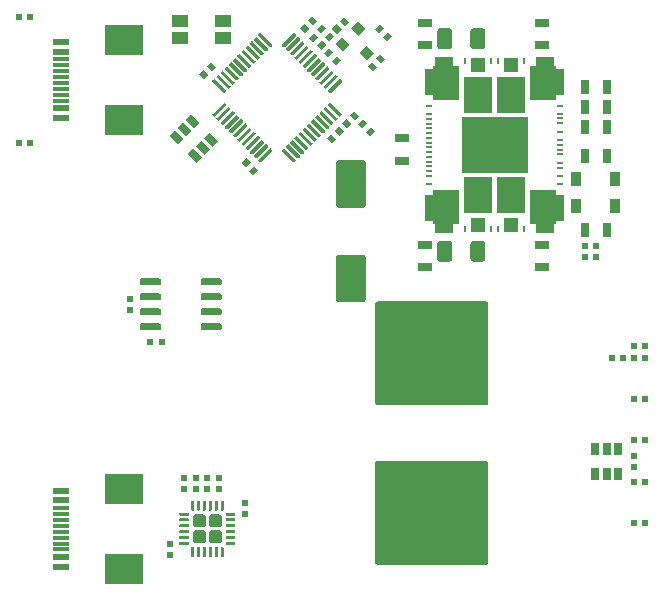
<source format=gtp>
G04 #@! TF.GenerationSoftware,KiCad,Pcbnew,5.1.5+dfsg1-2build2*
G04 #@! TF.CreationDate,2021-12-28T00:54:03+01:00*
G04 #@! TF.ProjectId,OtterStep,4f747465-7253-4746-9570-2e6b69636164,rev?*
G04 #@! TF.SameCoordinates,Original*
G04 #@! TF.FileFunction,Paste,Top*
G04 #@! TF.FilePolarity,Positive*
%FSLAX46Y46*%
G04 Gerber Fmt 4.6, Leading zero omitted, Abs format (unit mm)*
G04 Created by KiCad (PCBNEW 5.1.5+dfsg1-2build2) date 2021-12-28 00:54:03*
%MOMM*%
%LPD*%
G04 APERTURE LIST*
%ADD10C,0.100000*%
%ADD11R,1.260000X1.300000*%
%ADD12R,2.400000X3.100000*%
%ADD13R,5.600000X4.800000*%
%ADD14R,0.200000X0.600000*%
%ADD15R,0.600000X0.200000*%
%ADD16R,1.300000X0.700000*%
%ADD17R,0.650000X1.060000*%
%ADD18R,1.400000X1.050000*%
%ADD19R,0.500000X0.600000*%
%ADD20R,0.600000X0.500000*%
%ADD21R,1.450000X0.600000*%
%ADD22R,1.450000X0.300000*%
%ADD23R,3.300000X2.500000*%
%ADD24R,0.900000X1.200000*%
%ADD25R,0.700000X1.300000*%
G04 APERTURE END LIST*
D10*
G36*
X89210000Y-57300000D02*
G01*
X88540000Y-57300000D01*
X88540000Y-55050000D01*
X89210000Y-55050000D01*
X89210000Y-54780000D01*
X89330000Y-54780000D01*
X89330000Y-54050000D01*
X90860000Y-54050000D01*
X90860000Y-54780000D01*
X91400000Y-54780000D01*
X91400000Y-57680000D01*
X89210000Y-57680000D01*
X89210000Y-57300000D01*
G37*
G36*
X99590000Y-65700000D02*
G01*
X100260000Y-65700000D01*
X100260000Y-67950000D01*
X99590000Y-67950000D01*
X99590000Y-68220000D01*
X99470000Y-68220000D01*
X99470000Y-68950000D01*
X97940000Y-68950000D01*
X97940000Y-68220000D01*
X97400000Y-68220000D01*
X97400000Y-65320000D01*
X99590000Y-65320000D01*
X99590000Y-65700000D01*
G37*
G36*
X97400000Y-54780000D02*
G01*
X97940000Y-54780000D01*
X97940000Y-54050000D01*
X99470000Y-54050000D01*
X99470000Y-54780000D01*
X99590000Y-54780000D01*
X99590000Y-55050000D01*
X100260000Y-55050000D01*
X100260000Y-57300000D01*
X99590000Y-57300000D01*
X99590000Y-57680000D01*
X97400000Y-57680000D01*
X97400000Y-54780000D01*
G37*
G36*
X91400000Y-68220000D02*
G01*
X90860000Y-68220000D01*
X90860000Y-68950000D01*
X89330000Y-68950000D01*
X89330000Y-68220000D01*
X89210000Y-68220000D01*
X89210000Y-67950000D01*
X88540000Y-67950000D01*
X88540000Y-65700000D01*
X89210000Y-65700000D01*
X89210000Y-65320000D01*
X91400000Y-65320000D01*
X91400000Y-68220000D01*
G37*
D11*
X95820000Y-68290000D03*
X92980000Y-68290000D03*
X92980000Y-54710000D03*
X95820000Y-54710000D03*
D12*
X95780000Y-65770000D03*
X93020000Y-65770000D03*
X93020000Y-57230000D03*
X95780000Y-57230000D03*
D13*
X94440000Y-61500000D03*
D14*
X94080000Y-68640000D03*
X96910000Y-68640000D03*
X91890000Y-68640000D03*
X94720000Y-68640000D03*
X96910000Y-54360000D03*
X91890000Y-54360000D03*
X94720000Y-54360000D03*
X94080000Y-54360000D03*
D15*
X99950000Y-58230000D03*
X99950000Y-58850000D03*
X99950000Y-59250000D03*
X99950000Y-59650000D03*
X99950000Y-60370000D03*
X99950000Y-64770000D03*
X99950000Y-64150000D03*
X99950000Y-63430000D03*
X99950000Y-63030000D03*
X99950000Y-62300000D03*
X99950000Y-61100000D03*
X99950000Y-61900000D03*
X99950000Y-61500000D03*
X88850000Y-58230000D03*
X88850000Y-64770000D03*
X88850000Y-64150000D03*
X88850000Y-63700000D03*
X88850000Y-63300000D03*
X88850000Y-62900000D03*
X88850000Y-62500000D03*
X88850000Y-58850000D03*
X88850000Y-59300000D03*
X88850000Y-59700000D03*
X88850000Y-62100000D03*
X88850000Y-61700000D03*
X88850000Y-61300000D03*
X88850000Y-60900000D03*
X88850000Y-60500000D03*
X88850000Y-60100000D03*
D16*
X88500000Y-71850000D03*
X88500000Y-69950000D03*
X88500000Y-51150000D03*
X88500000Y-53050000D03*
D10*
G36*
X82993934Y-53683884D02*
G01*
X83559620Y-53118198D01*
X84196016Y-53754594D01*
X83630330Y-54320280D01*
X82993934Y-53683884D01*
G37*
G36*
X80907969Y-52941422D02*
G01*
X81473655Y-52375736D01*
X82110051Y-53012132D01*
X81544365Y-53577818D01*
X80907969Y-52941422D01*
G37*
G36*
X82251472Y-51597919D02*
G01*
X82817158Y-51032233D01*
X83453554Y-51668629D01*
X82887868Y-52234315D01*
X82251472Y-51597919D01*
G37*
D17*
X103900000Y-87200000D03*
X102950000Y-87200000D03*
X104850000Y-87200000D03*
X104850000Y-89400000D03*
X103900000Y-89400000D03*
X102950000Y-89400000D03*
D10*
G36*
X66014703Y-76605722D02*
G01*
X66029264Y-76607882D01*
X66043543Y-76611459D01*
X66057403Y-76616418D01*
X66070710Y-76622712D01*
X66083336Y-76630280D01*
X66095159Y-76639048D01*
X66106066Y-76648934D01*
X66115952Y-76659841D01*
X66124720Y-76671664D01*
X66132288Y-76684290D01*
X66138582Y-76697597D01*
X66143541Y-76711457D01*
X66147118Y-76725736D01*
X66149278Y-76740297D01*
X66150000Y-76755000D01*
X66150000Y-77055000D01*
X66149278Y-77069703D01*
X66147118Y-77084264D01*
X66143541Y-77098543D01*
X66138582Y-77112403D01*
X66132288Y-77125710D01*
X66124720Y-77138336D01*
X66115952Y-77150159D01*
X66106066Y-77161066D01*
X66095159Y-77170952D01*
X66083336Y-77179720D01*
X66070710Y-77187288D01*
X66057403Y-77193582D01*
X66043543Y-77198541D01*
X66029264Y-77202118D01*
X66014703Y-77204278D01*
X66000000Y-77205000D01*
X64550000Y-77205000D01*
X64535297Y-77204278D01*
X64520736Y-77202118D01*
X64506457Y-77198541D01*
X64492597Y-77193582D01*
X64479290Y-77187288D01*
X64466664Y-77179720D01*
X64454841Y-77170952D01*
X64443934Y-77161066D01*
X64434048Y-77150159D01*
X64425280Y-77138336D01*
X64417712Y-77125710D01*
X64411418Y-77112403D01*
X64406459Y-77098543D01*
X64402882Y-77084264D01*
X64400722Y-77069703D01*
X64400000Y-77055000D01*
X64400000Y-76755000D01*
X64400722Y-76740297D01*
X64402882Y-76725736D01*
X64406459Y-76711457D01*
X64411418Y-76697597D01*
X64417712Y-76684290D01*
X64425280Y-76671664D01*
X64434048Y-76659841D01*
X64443934Y-76648934D01*
X64454841Y-76639048D01*
X64466664Y-76630280D01*
X64479290Y-76622712D01*
X64492597Y-76616418D01*
X64506457Y-76611459D01*
X64520736Y-76607882D01*
X64535297Y-76605722D01*
X64550000Y-76605000D01*
X66000000Y-76605000D01*
X66014703Y-76605722D01*
G37*
G36*
X66014703Y-75335722D02*
G01*
X66029264Y-75337882D01*
X66043543Y-75341459D01*
X66057403Y-75346418D01*
X66070710Y-75352712D01*
X66083336Y-75360280D01*
X66095159Y-75369048D01*
X66106066Y-75378934D01*
X66115952Y-75389841D01*
X66124720Y-75401664D01*
X66132288Y-75414290D01*
X66138582Y-75427597D01*
X66143541Y-75441457D01*
X66147118Y-75455736D01*
X66149278Y-75470297D01*
X66150000Y-75485000D01*
X66150000Y-75785000D01*
X66149278Y-75799703D01*
X66147118Y-75814264D01*
X66143541Y-75828543D01*
X66138582Y-75842403D01*
X66132288Y-75855710D01*
X66124720Y-75868336D01*
X66115952Y-75880159D01*
X66106066Y-75891066D01*
X66095159Y-75900952D01*
X66083336Y-75909720D01*
X66070710Y-75917288D01*
X66057403Y-75923582D01*
X66043543Y-75928541D01*
X66029264Y-75932118D01*
X66014703Y-75934278D01*
X66000000Y-75935000D01*
X64550000Y-75935000D01*
X64535297Y-75934278D01*
X64520736Y-75932118D01*
X64506457Y-75928541D01*
X64492597Y-75923582D01*
X64479290Y-75917288D01*
X64466664Y-75909720D01*
X64454841Y-75900952D01*
X64443934Y-75891066D01*
X64434048Y-75880159D01*
X64425280Y-75868336D01*
X64417712Y-75855710D01*
X64411418Y-75842403D01*
X64406459Y-75828543D01*
X64402882Y-75814264D01*
X64400722Y-75799703D01*
X64400000Y-75785000D01*
X64400000Y-75485000D01*
X64400722Y-75470297D01*
X64402882Y-75455736D01*
X64406459Y-75441457D01*
X64411418Y-75427597D01*
X64417712Y-75414290D01*
X64425280Y-75401664D01*
X64434048Y-75389841D01*
X64443934Y-75378934D01*
X64454841Y-75369048D01*
X64466664Y-75360280D01*
X64479290Y-75352712D01*
X64492597Y-75346418D01*
X64506457Y-75341459D01*
X64520736Y-75337882D01*
X64535297Y-75335722D01*
X64550000Y-75335000D01*
X66000000Y-75335000D01*
X66014703Y-75335722D01*
G37*
G36*
X66014703Y-74065722D02*
G01*
X66029264Y-74067882D01*
X66043543Y-74071459D01*
X66057403Y-74076418D01*
X66070710Y-74082712D01*
X66083336Y-74090280D01*
X66095159Y-74099048D01*
X66106066Y-74108934D01*
X66115952Y-74119841D01*
X66124720Y-74131664D01*
X66132288Y-74144290D01*
X66138582Y-74157597D01*
X66143541Y-74171457D01*
X66147118Y-74185736D01*
X66149278Y-74200297D01*
X66150000Y-74215000D01*
X66150000Y-74515000D01*
X66149278Y-74529703D01*
X66147118Y-74544264D01*
X66143541Y-74558543D01*
X66138582Y-74572403D01*
X66132288Y-74585710D01*
X66124720Y-74598336D01*
X66115952Y-74610159D01*
X66106066Y-74621066D01*
X66095159Y-74630952D01*
X66083336Y-74639720D01*
X66070710Y-74647288D01*
X66057403Y-74653582D01*
X66043543Y-74658541D01*
X66029264Y-74662118D01*
X66014703Y-74664278D01*
X66000000Y-74665000D01*
X64550000Y-74665000D01*
X64535297Y-74664278D01*
X64520736Y-74662118D01*
X64506457Y-74658541D01*
X64492597Y-74653582D01*
X64479290Y-74647288D01*
X64466664Y-74639720D01*
X64454841Y-74630952D01*
X64443934Y-74621066D01*
X64434048Y-74610159D01*
X64425280Y-74598336D01*
X64417712Y-74585710D01*
X64411418Y-74572403D01*
X64406459Y-74558543D01*
X64402882Y-74544264D01*
X64400722Y-74529703D01*
X64400000Y-74515000D01*
X64400000Y-74215000D01*
X64400722Y-74200297D01*
X64402882Y-74185736D01*
X64406459Y-74171457D01*
X64411418Y-74157597D01*
X64417712Y-74144290D01*
X64425280Y-74131664D01*
X64434048Y-74119841D01*
X64443934Y-74108934D01*
X64454841Y-74099048D01*
X64466664Y-74090280D01*
X64479290Y-74082712D01*
X64492597Y-74076418D01*
X64506457Y-74071459D01*
X64520736Y-74067882D01*
X64535297Y-74065722D01*
X64550000Y-74065000D01*
X66000000Y-74065000D01*
X66014703Y-74065722D01*
G37*
G36*
X66014703Y-72795722D02*
G01*
X66029264Y-72797882D01*
X66043543Y-72801459D01*
X66057403Y-72806418D01*
X66070710Y-72812712D01*
X66083336Y-72820280D01*
X66095159Y-72829048D01*
X66106066Y-72838934D01*
X66115952Y-72849841D01*
X66124720Y-72861664D01*
X66132288Y-72874290D01*
X66138582Y-72887597D01*
X66143541Y-72901457D01*
X66147118Y-72915736D01*
X66149278Y-72930297D01*
X66150000Y-72945000D01*
X66150000Y-73245000D01*
X66149278Y-73259703D01*
X66147118Y-73274264D01*
X66143541Y-73288543D01*
X66138582Y-73302403D01*
X66132288Y-73315710D01*
X66124720Y-73328336D01*
X66115952Y-73340159D01*
X66106066Y-73351066D01*
X66095159Y-73360952D01*
X66083336Y-73369720D01*
X66070710Y-73377288D01*
X66057403Y-73383582D01*
X66043543Y-73388541D01*
X66029264Y-73392118D01*
X66014703Y-73394278D01*
X66000000Y-73395000D01*
X64550000Y-73395000D01*
X64535297Y-73394278D01*
X64520736Y-73392118D01*
X64506457Y-73388541D01*
X64492597Y-73383582D01*
X64479290Y-73377288D01*
X64466664Y-73369720D01*
X64454841Y-73360952D01*
X64443934Y-73351066D01*
X64434048Y-73340159D01*
X64425280Y-73328336D01*
X64417712Y-73315710D01*
X64411418Y-73302403D01*
X64406459Y-73288543D01*
X64402882Y-73274264D01*
X64400722Y-73259703D01*
X64400000Y-73245000D01*
X64400000Y-72945000D01*
X64400722Y-72930297D01*
X64402882Y-72915736D01*
X64406459Y-72901457D01*
X64411418Y-72887597D01*
X64417712Y-72874290D01*
X64425280Y-72861664D01*
X64434048Y-72849841D01*
X64443934Y-72838934D01*
X64454841Y-72829048D01*
X64466664Y-72820280D01*
X64479290Y-72812712D01*
X64492597Y-72806418D01*
X64506457Y-72801459D01*
X64520736Y-72797882D01*
X64535297Y-72795722D01*
X64550000Y-72795000D01*
X66000000Y-72795000D01*
X66014703Y-72795722D01*
G37*
G36*
X71164703Y-72795722D02*
G01*
X71179264Y-72797882D01*
X71193543Y-72801459D01*
X71207403Y-72806418D01*
X71220710Y-72812712D01*
X71233336Y-72820280D01*
X71245159Y-72829048D01*
X71256066Y-72838934D01*
X71265952Y-72849841D01*
X71274720Y-72861664D01*
X71282288Y-72874290D01*
X71288582Y-72887597D01*
X71293541Y-72901457D01*
X71297118Y-72915736D01*
X71299278Y-72930297D01*
X71300000Y-72945000D01*
X71300000Y-73245000D01*
X71299278Y-73259703D01*
X71297118Y-73274264D01*
X71293541Y-73288543D01*
X71288582Y-73302403D01*
X71282288Y-73315710D01*
X71274720Y-73328336D01*
X71265952Y-73340159D01*
X71256066Y-73351066D01*
X71245159Y-73360952D01*
X71233336Y-73369720D01*
X71220710Y-73377288D01*
X71207403Y-73383582D01*
X71193543Y-73388541D01*
X71179264Y-73392118D01*
X71164703Y-73394278D01*
X71150000Y-73395000D01*
X69700000Y-73395000D01*
X69685297Y-73394278D01*
X69670736Y-73392118D01*
X69656457Y-73388541D01*
X69642597Y-73383582D01*
X69629290Y-73377288D01*
X69616664Y-73369720D01*
X69604841Y-73360952D01*
X69593934Y-73351066D01*
X69584048Y-73340159D01*
X69575280Y-73328336D01*
X69567712Y-73315710D01*
X69561418Y-73302403D01*
X69556459Y-73288543D01*
X69552882Y-73274264D01*
X69550722Y-73259703D01*
X69550000Y-73245000D01*
X69550000Y-72945000D01*
X69550722Y-72930297D01*
X69552882Y-72915736D01*
X69556459Y-72901457D01*
X69561418Y-72887597D01*
X69567712Y-72874290D01*
X69575280Y-72861664D01*
X69584048Y-72849841D01*
X69593934Y-72838934D01*
X69604841Y-72829048D01*
X69616664Y-72820280D01*
X69629290Y-72812712D01*
X69642597Y-72806418D01*
X69656457Y-72801459D01*
X69670736Y-72797882D01*
X69685297Y-72795722D01*
X69700000Y-72795000D01*
X71150000Y-72795000D01*
X71164703Y-72795722D01*
G37*
G36*
X71164703Y-74065722D02*
G01*
X71179264Y-74067882D01*
X71193543Y-74071459D01*
X71207403Y-74076418D01*
X71220710Y-74082712D01*
X71233336Y-74090280D01*
X71245159Y-74099048D01*
X71256066Y-74108934D01*
X71265952Y-74119841D01*
X71274720Y-74131664D01*
X71282288Y-74144290D01*
X71288582Y-74157597D01*
X71293541Y-74171457D01*
X71297118Y-74185736D01*
X71299278Y-74200297D01*
X71300000Y-74215000D01*
X71300000Y-74515000D01*
X71299278Y-74529703D01*
X71297118Y-74544264D01*
X71293541Y-74558543D01*
X71288582Y-74572403D01*
X71282288Y-74585710D01*
X71274720Y-74598336D01*
X71265952Y-74610159D01*
X71256066Y-74621066D01*
X71245159Y-74630952D01*
X71233336Y-74639720D01*
X71220710Y-74647288D01*
X71207403Y-74653582D01*
X71193543Y-74658541D01*
X71179264Y-74662118D01*
X71164703Y-74664278D01*
X71150000Y-74665000D01*
X69700000Y-74665000D01*
X69685297Y-74664278D01*
X69670736Y-74662118D01*
X69656457Y-74658541D01*
X69642597Y-74653582D01*
X69629290Y-74647288D01*
X69616664Y-74639720D01*
X69604841Y-74630952D01*
X69593934Y-74621066D01*
X69584048Y-74610159D01*
X69575280Y-74598336D01*
X69567712Y-74585710D01*
X69561418Y-74572403D01*
X69556459Y-74558543D01*
X69552882Y-74544264D01*
X69550722Y-74529703D01*
X69550000Y-74515000D01*
X69550000Y-74215000D01*
X69550722Y-74200297D01*
X69552882Y-74185736D01*
X69556459Y-74171457D01*
X69561418Y-74157597D01*
X69567712Y-74144290D01*
X69575280Y-74131664D01*
X69584048Y-74119841D01*
X69593934Y-74108934D01*
X69604841Y-74099048D01*
X69616664Y-74090280D01*
X69629290Y-74082712D01*
X69642597Y-74076418D01*
X69656457Y-74071459D01*
X69670736Y-74067882D01*
X69685297Y-74065722D01*
X69700000Y-74065000D01*
X71150000Y-74065000D01*
X71164703Y-74065722D01*
G37*
G36*
X71164703Y-75335722D02*
G01*
X71179264Y-75337882D01*
X71193543Y-75341459D01*
X71207403Y-75346418D01*
X71220710Y-75352712D01*
X71233336Y-75360280D01*
X71245159Y-75369048D01*
X71256066Y-75378934D01*
X71265952Y-75389841D01*
X71274720Y-75401664D01*
X71282288Y-75414290D01*
X71288582Y-75427597D01*
X71293541Y-75441457D01*
X71297118Y-75455736D01*
X71299278Y-75470297D01*
X71300000Y-75485000D01*
X71300000Y-75785000D01*
X71299278Y-75799703D01*
X71297118Y-75814264D01*
X71293541Y-75828543D01*
X71288582Y-75842403D01*
X71282288Y-75855710D01*
X71274720Y-75868336D01*
X71265952Y-75880159D01*
X71256066Y-75891066D01*
X71245159Y-75900952D01*
X71233336Y-75909720D01*
X71220710Y-75917288D01*
X71207403Y-75923582D01*
X71193543Y-75928541D01*
X71179264Y-75932118D01*
X71164703Y-75934278D01*
X71150000Y-75935000D01*
X69700000Y-75935000D01*
X69685297Y-75934278D01*
X69670736Y-75932118D01*
X69656457Y-75928541D01*
X69642597Y-75923582D01*
X69629290Y-75917288D01*
X69616664Y-75909720D01*
X69604841Y-75900952D01*
X69593934Y-75891066D01*
X69584048Y-75880159D01*
X69575280Y-75868336D01*
X69567712Y-75855710D01*
X69561418Y-75842403D01*
X69556459Y-75828543D01*
X69552882Y-75814264D01*
X69550722Y-75799703D01*
X69550000Y-75785000D01*
X69550000Y-75485000D01*
X69550722Y-75470297D01*
X69552882Y-75455736D01*
X69556459Y-75441457D01*
X69561418Y-75427597D01*
X69567712Y-75414290D01*
X69575280Y-75401664D01*
X69584048Y-75389841D01*
X69593934Y-75378934D01*
X69604841Y-75369048D01*
X69616664Y-75360280D01*
X69629290Y-75352712D01*
X69642597Y-75346418D01*
X69656457Y-75341459D01*
X69670736Y-75337882D01*
X69685297Y-75335722D01*
X69700000Y-75335000D01*
X71150000Y-75335000D01*
X71164703Y-75335722D01*
G37*
G36*
X71164703Y-76605722D02*
G01*
X71179264Y-76607882D01*
X71193543Y-76611459D01*
X71207403Y-76616418D01*
X71220710Y-76622712D01*
X71233336Y-76630280D01*
X71245159Y-76639048D01*
X71256066Y-76648934D01*
X71265952Y-76659841D01*
X71274720Y-76671664D01*
X71282288Y-76684290D01*
X71288582Y-76697597D01*
X71293541Y-76711457D01*
X71297118Y-76725736D01*
X71299278Y-76740297D01*
X71300000Y-76755000D01*
X71300000Y-77055000D01*
X71299278Y-77069703D01*
X71297118Y-77084264D01*
X71293541Y-77098543D01*
X71288582Y-77112403D01*
X71282288Y-77125710D01*
X71274720Y-77138336D01*
X71265952Y-77150159D01*
X71256066Y-77161066D01*
X71245159Y-77170952D01*
X71233336Y-77179720D01*
X71220710Y-77187288D01*
X71207403Y-77193582D01*
X71193543Y-77198541D01*
X71179264Y-77202118D01*
X71164703Y-77204278D01*
X71150000Y-77205000D01*
X69700000Y-77205000D01*
X69685297Y-77204278D01*
X69670736Y-77202118D01*
X69656457Y-77198541D01*
X69642597Y-77193582D01*
X69629290Y-77187288D01*
X69616664Y-77179720D01*
X69604841Y-77170952D01*
X69593934Y-77161066D01*
X69584048Y-77150159D01*
X69575280Y-77138336D01*
X69567712Y-77125710D01*
X69561418Y-77112403D01*
X69556459Y-77098543D01*
X69552882Y-77084264D01*
X69550722Y-77069703D01*
X69550000Y-77055000D01*
X69550000Y-76755000D01*
X69550722Y-76740297D01*
X69552882Y-76725736D01*
X69556459Y-76711457D01*
X69561418Y-76697597D01*
X69567712Y-76684290D01*
X69575280Y-76671664D01*
X69584048Y-76659841D01*
X69593934Y-76648934D01*
X69604841Y-76639048D01*
X69616664Y-76630280D01*
X69629290Y-76622712D01*
X69642597Y-76616418D01*
X69656457Y-76611459D01*
X69670736Y-76607882D01*
X69685297Y-76605722D01*
X69700000Y-76605000D01*
X71150000Y-76605000D01*
X71164703Y-76605722D01*
G37*
G36*
X80479802Y-57902658D02*
G01*
X80487083Y-57903738D01*
X80494222Y-57905526D01*
X80501152Y-57908006D01*
X80507806Y-57911153D01*
X80514119Y-57914937D01*
X80520030Y-57919321D01*
X80525484Y-57924264D01*
X81462400Y-58861180D01*
X81467343Y-58866634D01*
X81471727Y-58872545D01*
X81475511Y-58878858D01*
X81478658Y-58885512D01*
X81481138Y-58892442D01*
X81482926Y-58899581D01*
X81484006Y-58906862D01*
X81484367Y-58914213D01*
X81484006Y-58921564D01*
X81482926Y-58928845D01*
X81481138Y-58935984D01*
X81478658Y-58942914D01*
X81475511Y-58949568D01*
X81471727Y-58955881D01*
X81467343Y-58961792D01*
X81462400Y-58967246D01*
X81356334Y-59073312D01*
X81350880Y-59078255D01*
X81344969Y-59082639D01*
X81338656Y-59086423D01*
X81332002Y-59089570D01*
X81325072Y-59092050D01*
X81317933Y-59093838D01*
X81310652Y-59094918D01*
X81303301Y-59095279D01*
X81295950Y-59094918D01*
X81288669Y-59093838D01*
X81281530Y-59092050D01*
X81274600Y-59089570D01*
X81267946Y-59086423D01*
X81261633Y-59082639D01*
X81255722Y-59078255D01*
X81250268Y-59073312D01*
X80313352Y-58136396D01*
X80308409Y-58130942D01*
X80304025Y-58125031D01*
X80300241Y-58118718D01*
X80297094Y-58112064D01*
X80294614Y-58105134D01*
X80292826Y-58097995D01*
X80291746Y-58090714D01*
X80291385Y-58083363D01*
X80291746Y-58076012D01*
X80292826Y-58068731D01*
X80294614Y-58061592D01*
X80297094Y-58054662D01*
X80300241Y-58048008D01*
X80304025Y-58041695D01*
X80308409Y-58035784D01*
X80313352Y-58030330D01*
X80419418Y-57924264D01*
X80424872Y-57919321D01*
X80430783Y-57914937D01*
X80437096Y-57911153D01*
X80443750Y-57908006D01*
X80450680Y-57905526D01*
X80457819Y-57903738D01*
X80465100Y-57902658D01*
X80472451Y-57902297D01*
X80479802Y-57902658D01*
G37*
G36*
X80126248Y-58256212D02*
G01*
X80133529Y-58257292D01*
X80140668Y-58259080D01*
X80147598Y-58261560D01*
X80154252Y-58264707D01*
X80160565Y-58268491D01*
X80166476Y-58272875D01*
X80171930Y-58277818D01*
X81108846Y-59214734D01*
X81113789Y-59220188D01*
X81118173Y-59226099D01*
X81121957Y-59232412D01*
X81125104Y-59239066D01*
X81127584Y-59245996D01*
X81129372Y-59253135D01*
X81130452Y-59260416D01*
X81130813Y-59267767D01*
X81130452Y-59275118D01*
X81129372Y-59282399D01*
X81127584Y-59289538D01*
X81125104Y-59296468D01*
X81121957Y-59303122D01*
X81118173Y-59309435D01*
X81113789Y-59315346D01*
X81108846Y-59320800D01*
X81002780Y-59426866D01*
X80997326Y-59431809D01*
X80991415Y-59436193D01*
X80985102Y-59439977D01*
X80978448Y-59443124D01*
X80971518Y-59445604D01*
X80964379Y-59447392D01*
X80957098Y-59448472D01*
X80949747Y-59448833D01*
X80942396Y-59448472D01*
X80935115Y-59447392D01*
X80927976Y-59445604D01*
X80921046Y-59443124D01*
X80914392Y-59439977D01*
X80908079Y-59436193D01*
X80902168Y-59431809D01*
X80896714Y-59426866D01*
X79959798Y-58489950D01*
X79954855Y-58484496D01*
X79950471Y-58478585D01*
X79946687Y-58472272D01*
X79943540Y-58465618D01*
X79941060Y-58458688D01*
X79939272Y-58451549D01*
X79938192Y-58444268D01*
X79937831Y-58436917D01*
X79938192Y-58429566D01*
X79939272Y-58422285D01*
X79941060Y-58415146D01*
X79943540Y-58408216D01*
X79946687Y-58401562D01*
X79950471Y-58395249D01*
X79954855Y-58389338D01*
X79959798Y-58383884D01*
X80065864Y-58277818D01*
X80071318Y-58272875D01*
X80077229Y-58268491D01*
X80083542Y-58264707D01*
X80090196Y-58261560D01*
X80097126Y-58259080D01*
X80104265Y-58257292D01*
X80111546Y-58256212D01*
X80118897Y-58255851D01*
X80126248Y-58256212D01*
G37*
G36*
X79772695Y-58609765D02*
G01*
X79779976Y-58610845D01*
X79787115Y-58612633D01*
X79794045Y-58615113D01*
X79800699Y-58618260D01*
X79807012Y-58622044D01*
X79812923Y-58626428D01*
X79818377Y-58631371D01*
X80755293Y-59568287D01*
X80760236Y-59573741D01*
X80764620Y-59579652D01*
X80768404Y-59585965D01*
X80771551Y-59592619D01*
X80774031Y-59599549D01*
X80775819Y-59606688D01*
X80776899Y-59613969D01*
X80777260Y-59621320D01*
X80776899Y-59628671D01*
X80775819Y-59635952D01*
X80774031Y-59643091D01*
X80771551Y-59650021D01*
X80768404Y-59656675D01*
X80764620Y-59662988D01*
X80760236Y-59668899D01*
X80755293Y-59674353D01*
X80649227Y-59780419D01*
X80643773Y-59785362D01*
X80637862Y-59789746D01*
X80631549Y-59793530D01*
X80624895Y-59796677D01*
X80617965Y-59799157D01*
X80610826Y-59800945D01*
X80603545Y-59802025D01*
X80596194Y-59802386D01*
X80588843Y-59802025D01*
X80581562Y-59800945D01*
X80574423Y-59799157D01*
X80567493Y-59796677D01*
X80560839Y-59793530D01*
X80554526Y-59789746D01*
X80548615Y-59785362D01*
X80543161Y-59780419D01*
X79606245Y-58843503D01*
X79601302Y-58838049D01*
X79596918Y-58832138D01*
X79593134Y-58825825D01*
X79589987Y-58819171D01*
X79587507Y-58812241D01*
X79585719Y-58805102D01*
X79584639Y-58797821D01*
X79584278Y-58790470D01*
X79584639Y-58783119D01*
X79585719Y-58775838D01*
X79587507Y-58768699D01*
X79589987Y-58761769D01*
X79593134Y-58755115D01*
X79596918Y-58748802D01*
X79601302Y-58742891D01*
X79606245Y-58737437D01*
X79712311Y-58631371D01*
X79717765Y-58626428D01*
X79723676Y-58622044D01*
X79729989Y-58618260D01*
X79736643Y-58615113D01*
X79743573Y-58612633D01*
X79750712Y-58610845D01*
X79757993Y-58609765D01*
X79765344Y-58609404D01*
X79772695Y-58609765D01*
G37*
G36*
X79419141Y-58963319D02*
G01*
X79426422Y-58964399D01*
X79433561Y-58966187D01*
X79440491Y-58968667D01*
X79447145Y-58971814D01*
X79453458Y-58975598D01*
X79459369Y-58979982D01*
X79464823Y-58984925D01*
X80401739Y-59921841D01*
X80406682Y-59927295D01*
X80411066Y-59933206D01*
X80414850Y-59939519D01*
X80417997Y-59946173D01*
X80420477Y-59953103D01*
X80422265Y-59960242D01*
X80423345Y-59967523D01*
X80423706Y-59974874D01*
X80423345Y-59982225D01*
X80422265Y-59989506D01*
X80420477Y-59996645D01*
X80417997Y-60003575D01*
X80414850Y-60010229D01*
X80411066Y-60016542D01*
X80406682Y-60022453D01*
X80401739Y-60027907D01*
X80295673Y-60133973D01*
X80290219Y-60138916D01*
X80284308Y-60143300D01*
X80277995Y-60147084D01*
X80271341Y-60150231D01*
X80264411Y-60152711D01*
X80257272Y-60154499D01*
X80249991Y-60155579D01*
X80242640Y-60155940D01*
X80235289Y-60155579D01*
X80228008Y-60154499D01*
X80220869Y-60152711D01*
X80213939Y-60150231D01*
X80207285Y-60147084D01*
X80200972Y-60143300D01*
X80195061Y-60138916D01*
X80189607Y-60133973D01*
X79252691Y-59197057D01*
X79247748Y-59191603D01*
X79243364Y-59185692D01*
X79239580Y-59179379D01*
X79236433Y-59172725D01*
X79233953Y-59165795D01*
X79232165Y-59158656D01*
X79231085Y-59151375D01*
X79230724Y-59144024D01*
X79231085Y-59136673D01*
X79232165Y-59129392D01*
X79233953Y-59122253D01*
X79236433Y-59115323D01*
X79239580Y-59108669D01*
X79243364Y-59102356D01*
X79247748Y-59096445D01*
X79252691Y-59090991D01*
X79358757Y-58984925D01*
X79364211Y-58979982D01*
X79370122Y-58975598D01*
X79376435Y-58971814D01*
X79383089Y-58968667D01*
X79390019Y-58966187D01*
X79397158Y-58964399D01*
X79404439Y-58963319D01*
X79411790Y-58962958D01*
X79419141Y-58963319D01*
G37*
G36*
X79065588Y-59316872D02*
G01*
X79072869Y-59317952D01*
X79080008Y-59319740D01*
X79086938Y-59322220D01*
X79093592Y-59325367D01*
X79099905Y-59329151D01*
X79105816Y-59333535D01*
X79111270Y-59338478D01*
X80048186Y-60275394D01*
X80053129Y-60280848D01*
X80057513Y-60286759D01*
X80061297Y-60293072D01*
X80064444Y-60299726D01*
X80066924Y-60306656D01*
X80068712Y-60313795D01*
X80069792Y-60321076D01*
X80070153Y-60328427D01*
X80069792Y-60335778D01*
X80068712Y-60343059D01*
X80066924Y-60350198D01*
X80064444Y-60357128D01*
X80061297Y-60363782D01*
X80057513Y-60370095D01*
X80053129Y-60376006D01*
X80048186Y-60381460D01*
X79942120Y-60487526D01*
X79936666Y-60492469D01*
X79930755Y-60496853D01*
X79924442Y-60500637D01*
X79917788Y-60503784D01*
X79910858Y-60506264D01*
X79903719Y-60508052D01*
X79896438Y-60509132D01*
X79889087Y-60509493D01*
X79881736Y-60509132D01*
X79874455Y-60508052D01*
X79867316Y-60506264D01*
X79860386Y-60503784D01*
X79853732Y-60500637D01*
X79847419Y-60496853D01*
X79841508Y-60492469D01*
X79836054Y-60487526D01*
X78899138Y-59550610D01*
X78894195Y-59545156D01*
X78889811Y-59539245D01*
X78886027Y-59532932D01*
X78882880Y-59526278D01*
X78880400Y-59519348D01*
X78878612Y-59512209D01*
X78877532Y-59504928D01*
X78877171Y-59497577D01*
X78877532Y-59490226D01*
X78878612Y-59482945D01*
X78880400Y-59475806D01*
X78882880Y-59468876D01*
X78886027Y-59462222D01*
X78889811Y-59455909D01*
X78894195Y-59449998D01*
X78899138Y-59444544D01*
X79005204Y-59338478D01*
X79010658Y-59333535D01*
X79016569Y-59329151D01*
X79022882Y-59325367D01*
X79029536Y-59322220D01*
X79036466Y-59319740D01*
X79043605Y-59317952D01*
X79050886Y-59316872D01*
X79058237Y-59316511D01*
X79065588Y-59316872D01*
G37*
G36*
X78712035Y-59670425D02*
G01*
X78719316Y-59671505D01*
X78726455Y-59673293D01*
X78733385Y-59675773D01*
X78740039Y-59678920D01*
X78746352Y-59682704D01*
X78752263Y-59687088D01*
X78757717Y-59692031D01*
X79694633Y-60628947D01*
X79699576Y-60634401D01*
X79703960Y-60640312D01*
X79707744Y-60646625D01*
X79710891Y-60653279D01*
X79713371Y-60660209D01*
X79715159Y-60667348D01*
X79716239Y-60674629D01*
X79716600Y-60681980D01*
X79716239Y-60689331D01*
X79715159Y-60696612D01*
X79713371Y-60703751D01*
X79710891Y-60710681D01*
X79707744Y-60717335D01*
X79703960Y-60723648D01*
X79699576Y-60729559D01*
X79694633Y-60735013D01*
X79588567Y-60841079D01*
X79583113Y-60846022D01*
X79577202Y-60850406D01*
X79570889Y-60854190D01*
X79564235Y-60857337D01*
X79557305Y-60859817D01*
X79550166Y-60861605D01*
X79542885Y-60862685D01*
X79535534Y-60863046D01*
X79528183Y-60862685D01*
X79520902Y-60861605D01*
X79513763Y-60859817D01*
X79506833Y-60857337D01*
X79500179Y-60854190D01*
X79493866Y-60850406D01*
X79487955Y-60846022D01*
X79482501Y-60841079D01*
X78545585Y-59904163D01*
X78540642Y-59898709D01*
X78536258Y-59892798D01*
X78532474Y-59886485D01*
X78529327Y-59879831D01*
X78526847Y-59872901D01*
X78525059Y-59865762D01*
X78523979Y-59858481D01*
X78523618Y-59851130D01*
X78523979Y-59843779D01*
X78525059Y-59836498D01*
X78526847Y-59829359D01*
X78529327Y-59822429D01*
X78532474Y-59815775D01*
X78536258Y-59809462D01*
X78540642Y-59803551D01*
X78545585Y-59798097D01*
X78651651Y-59692031D01*
X78657105Y-59687088D01*
X78663016Y-59682704D01*
X78669329Y-59678920D01*
X78675983Y-59675773D01*
X78682913Y-59673293D01*
X78690052Y-59671505D01*
X78697333Y-59670425D01*
X78704684Y-59670064D01*
X78712035Y-59670425D01*
G37*
G36*
X78358481Y-60023979D02*
G01*
X78365762Y-60025059D01*
X78372901Y-60026847D01*
X78379831Y-60029327D01*
X78386485Y-60032474D01*
X78392798Y-60036258D01*
X78398709Y-60040642D01*
X78404163Y-60045585D01*
X79341079Y-60982501D01*
X79346022Y-60987955D01*
X79350406Y-60993866D01*
X79354190Y-61000179D01*
X79357337Y-61006833D01*
X79359817Y-61013763D01*
X79361605Y-61020902D01*
X79362685Y-61028183D01*
X79363046Y-61035534D01*
X79362685Y-61042885D01*
X79361605Y-61050166D01*
X79359817Y-61057305D01*
X79357337Y-61064235D01*
X79354190Y-61070889D01*
X79350406Y-61077202D01*
X79346022Y-61083113D01*
X79341079Y-61088567D01*
X79235013Y-61194633D01*
X79229559Y-61199576D01*
X79223648Y-61203960D01*
X79217335Y-61207744D01*
X79210681Y-61210891D01*
X79203751Y-61213371D01*
X79196612Y-61215159D01*
X79189331Y-61216239D01*
X79181980Y-61216600D01*
X79174629Y-61216239D01*
X79167348Y-61215159D01*
X79160209Y-61213371D01*
X79153279Y-61210891D01*
X79146625Y-61207744D01*
X79140312Y-61203960D01*
X79134401Y-61199576D01*
X79128947Y-61194633D01*
X78192031Y-60257717D01*
X78187088Y-60252263D01*
X78182704Y-60246352D01*
X78178920Y-60240039D01*
X78175773Y-60233385D01*
X78173293Y-60226455D01*
X78171505Y-60219316D01*
X78170425Y-60212035D01*
X78170064Y-60204684D01*
X78170425Y-60197333D01*
X78171505Y-60190052D01*
X78173293Y-60182913D01*
X78175773Y-60175983D01*
X78178920Y-60169329D01*
X78182704Y-60163016D01*
X78187088Y-60157105D01*
X78192031Y-60151651D01*
X78298097Y-60045585D01*
X78303551Y-60040642D01*
X78309462Y-60036258D01*
X78315775Y-60032474D01*
X78322429Y-60029327D01*
X78329359Y-60026847D01*
X78336498Y-60025059D01*
X78343779Y-60023979D01*
X78351130Y-60023618D01*
X78358481Y-60023979D01*
G37*
G36*
X78004928Y-60377532D02*
G01*
X78012209Y-60378612D01*
X78019348Y-60380400D01*
X78026278Y-60382880D01*
X78032932Y-60386027D01*
X78039245Y-60389811D01*
X78045156Y-60394195D01*
X78050610Y-60399138D01*
X78987526Y-61336054D01*
X78992469Y-61341508D01*
X78996853Y-61347419D01*
X79000637Y-61353732D01*
X79003784Y-61360386D01*
X79006264Y-61367316D01*
X79008052Y-61374455D01*
X79009132Y-61381736D01*
X79009493Y-61389087D01*
X79009132Y-61396438D01*
X79008052Y-61403719D01*
X79006264Y-61410858D01*
X79003784Y-61417788D01*
X79000637Y-61424442D01*
X78996853Y-61430755D01*
X78992469Y-61436666D01*
X78987526Y-61442120D01*
X78881460Y-61548186D01*
X78876006Y-61553129D01*
X78870095Y-61557513D01*
X78863782Y-61561297D01*
X78857128Y-61564444D01*
X78850198Y-61566924D01*
X78843059Y-61568712D01*
X78835778Y-61569792D01*
X78828427Y-61570153D01*
X78821076Y-61569792D01*
X78813795Y-61568712D01*
X78806656Y-61566924D01*
X78799726Y-61564444D01*
X78793072Y-61561297D01*
X78786759Y-61557513D01*
X78780848Y-61553129D01*
X78775394Y-61548186D01*
X77838478Y-60611270D01*
X77833535Y-60605816D01*
X77829151Y-60599905D01*
X77825367Y-60593592D01*
X77822220Y-60586938D01*
X77819740Y-60580008D01*
X77817952Y-60572869D01*
X77816872Y-60565588D01*
X77816511Y-60558237D01*
X77816872Y-60550886D01*
X77817952Y-60543605D01*
X77819740Y-60536466D01*
X77822220Y-60529536D01*
X77825367Y-60522882D01*
X77829151Y-60516569D01*
X77833535Y-60510658D01*
X77838478Y-60505204D01*
X77944544Y-60399138D01*
X77949998Y-60394195D01*
X77955909Y-60389811D01*
X77962222Y-60386027D01*
X77968876Y-60382880D01*
X77975806Y-60380400D01*
X77982945Y-60378612D01*
X77990226Y-60377532D01*
X77997577Y-60377171D01*
X78004928Y-60377532D01*
G37*
G36*
X77651375Y-60731085D02*
G01*
X77658656Y-60732165D01*
X77665795Y-60733953D01*
X77672725Y-60736433D01*
X77679379Y-60739580D01*
X77685692Y-60743364D01*
X77691603Y-60747748D01*
X77697057Y-60752691D01*
X78633973Y-61689607D01*
X78638916Y-61695061D01*
X78643300Y-61700972D01*
X78647084Y-61707285D01*
X78650231Y-61713939D01*
X78652711Y-61720869D01*
X78654499Y-61728008D01*
X78655579Y-61735289D01*
X78655940Y-61742640D01*
X78655579Y-61749991D01*
X78654499Y-61757272D01*
X78652711Y-61764411D01*
X78650231Y-61771341D01*
X78647084Y-61777995D01*
X78643300Y-61784308D01*
X78638916Y-61790219D01*
X78633973Y-61795673D01*
X78527907Y-61901739D01*
X78522453Y-61906682D01*
X78516542Y-61911066D01*
X78510229Y-61914850D01*
X78503575Y-61917997D01*
X78496645Y-61920477D01*
X78489506Y-61922265D01*
X78482225Y-61923345D01*
X78474874Y-61923706D01*
X78467523Y-61923345D01*
X78460242Y-61922265D01*
X78453103Y-61920477D01*
X78446173Y-61917997D01*
X78439519Y-61914850D01*
X78433206Y-61911066D01*
X78427295Y-61906682D01*
X78421841Y-61901739D01*
X77484925Y-60964823D01*
X77479982Y-60959369D01*
X77475598Y-60953458D01*
X77471814Y-60947145D01*
X77468667Y-60940491D01*
X77466187Y-60933561D01*
X77464399Y-60926422D01*
X77463319Y-60919141D01*
X77462958Y-60911790D01*
X77463319Y-60904439D01*
X77464399Y-60897158D01*
X77466187Y-60890019D01*
X77468667Y-60883089D01*
X77471814Y-60876435D01*
X77475598Y-60870122D01*
X77479982Y-60864211D01*
X77484925Y-60858757D01*
X77590991Y-60752691D01*
X77596445Y-60747748D01*
X77602356Y-60743364D01*
X77608669Y-60739580D01*
X77615323Y-60736433D01*
X77622253Y-60733953D01*
X77629392Y-60732165D01*
X77636673Y-60731085D01*
X77644024Y-60730724D01*
X77651375Y-60731085D01*
G37*
G36*
X77297821Y-61084639D02*
G01*
X77305102Y-61085719D01*
X77312241Y-61087507D01*
X77319171Y-61089987D01*
X77325825Y-61093134D01*
X77332138Y-61096918D01*
X77338049Y-61101302D01*
X77343503Y-61106245D01*
X78280419Y-62043161D01*
X78285362Y-62048615D01*
X78289746Y-62054526D01*
X78293530Y-62060839D01*
X78296677Y-62067493D01*
X78299157Y-62074423D01*
X78300945Y-62081562D01*
X78302025Y-62088843D01*
X78302386Y-62096194D01*
X78302025Y-62103545D01*
X78300945Y-62110826D01*
X78299157Y-62117965D01*
X78296677Y-62124895D01*
X78293530Y-62131549D01*
X78289746Y-62137862D01*
X78285362Y-62143773D01*
X78280419Y-62149227D01*
X78174353Y-62255293D01*
X78168899Y-62260236D01*
X78162988Y-62264620D01*
X78156675Y-62268404D01*
X78150021Y-62271551D01*
X78143091Y-62274031D01*
X78135952Y-62275819D01*
X78128671Y-62276899D01*
X78121320Y-62277260D01*
X78113969Y-62276899D01*
X78106688Y-62275819D01*
X78099549Y-62274031D01*
X78092619Y-62271551D01*
X78085965Y-62268404D01*
X78079652Y-62264620D01*
X78073741Y-62260236D01*
X78068287Y-62255293D01*
X77131371Y-61318377D01*
X77126428Y-61312923D01*
X77122044Y-61307012D01*
X77118260Y-61300699D01*
X77115113Y-61294045D01*
X77112633Y-61287115D01*
X77110845Y-61279976D01*
X77109765Y-61272695D01*
X77109404Y-61265344D01*
X77109765Y-61257993D01*
X77110845Y-61250712D01*
X77112633Y-61243573D01*
X77115113Y-61236643D01*
X77118260Y-61229989D01*
X77122044Y-61223676D01*
X77126428Y-61217765D01*
X77131371Y-61212311D01*
X77237437Y-61106245D01*
X77242891Y-61101302D01*
X77248802Y-61096918D01*
X77255115Y-61093134D01*
X77261769Y-61089987D01*
X77268699Y-61087507D01*
X77275838Y-61085719D01*
X77283119Y-61084639D01*
X77290470Y-61084278D01*
X77297821Y-61084639D01*
G37*
G36*
X76944268Y-61438192D02*
G01*
X76951549Y-61439272D01*
X76958688Y-61441060D01*
X76965618Y-61443540D01*
X76972272Y-61446687D01*
X76978585Y-61450471D01*
X76984496Y-61454855D01*
X76989950Y-61459798D01*
X77926866Y-62396714D01*
X77931809Y-62402168D01*
X77936193Y-62408079D01*
X77939977Y-62414392D01*
X77943124Y-62421046D01*
X77945604Y-62427976D01*
X77947392Y-62435115D01*
X77948472Y-62442396D01*
X77948833Y-62449747D01*
X77948472Y-62457098D01*
X77947392Y-62464379D01*
X77945604Y-62471518D01*
X77943124Y-62478448D01*
X77939977Y-62485102D01*
X77936193Y-62491415D01*
X77931809Y-62497326D01*
X77926866Y-62502780D01*
X77820800Y-62608846D01*
X77815346Y-62613789D01*
X77809435Y-62618173D01*
X77803122Y-62621957D01*
X77796468Y-62625104D01*
X77789538Y-62627584D01*
X77782399Y-62629372D01*
X77775118Y-62630452D01*
X77767767Y-62630813D01*
X77760416Y-62630452D01*
X77753135Y-62629372D01*
X77745996Y-62627584D01*
X77739066Y-62625104D01*
X77732412Y-62621957D01*
X77726099Y-62618173D01*
X77720188Y-62613789D01*
X77714734Y-62608846D01*
X76777818Y-61671930D01*
X76772875Y-61666476D01*
X76768491Y-61660565D01*
X76764707Y-61654252D01*
X76761560Y-61647598D01*
X76759080Y-61640668D01*
X76757292Y-61633529D01*
X76756212Y-61626248D01*
X76755851Y-61618897D01*
X76756212Y-61611546D01*
X76757292Y-61604265D01*
X76759080Y-61597126D01*
X76761560Y-61590196D01*
X76764707Y-61583542D01*
X76768491Y-61577229D01*
X76772875Y-61571318D01*
X76777818Y-61565864D01*
X76883884Y-61459798D01*
X76889338Y-61454855D01*
X76895249Y-61450471D01*
X76901562Y-61446687D01*
X76908216Y-61443540D01*
X76915146Y-61441060D01*
X76922285Y-61439272D01*
X76929566Y-61438192D01*
X76936917Y-61437831D01*
X76944268Y-61438192D01*
G37*
G36*
X76590714Y-61791746D02*
G01*
X76597995Y-61792826D01*
X76605134Y-61794614D01*
X76612064Y-61797094D01*
X76618718Y-61800241D01*
X76625031Y-61804025D01*
X76630942Y-61808409D01*
X76636396Y-61813352D01*
X77573312Y-62750268D01*
X77578255Y-62755722D01*
X77582639Y-62761633D01*
X77586423Y-62767946D01*
X77589570Y-62774600D01*
X77592050Y-62781530D01*
X77593838Y-62788669D01*
X77594918Y-62795950D01*
X77595279Y-62803301D01*
X77594918Y-62810652D01*
X77593838Y-62817933D01*
X77592050Y-62825072D01*
X77589570Y-62832002D01*
X77586423Y-62838656D01*
X77582639Y-62844969D01*
X77578255Y-62850880D01*
X77573312Y-62856334D01*
X77467246Y-62962400D01*
X77461792Y-62967343D01*
X77455881Y-62971727D01*
X77449568Y-62975511D01*
X77442914Y-62978658D01*
X77435984Y-62981138D01*
X77428845Y-62982926D01*
X77421564Y-62984006D01*
X77414213Y-62984367D01*
X77406862Y-62984006D01*
X77399581Y-62982926D01*
X77392442Y-62981138D01*
X77385512Y-62978658D01*
X77378858Y-62975511D01*
X77372545Y-62971727D01*
X77366634Y-62967343D01*
X77361180Y-62962400D01*
X76424264Y-62025484D01*
X76419321Y-62020030D01*
X76414937Y-62014119D01*
X76411153Y-62007806D01*
X76408006Y-62001152D01*
X76405526Y-61994222D01*
X76403738Y-61987083D01*
X76402658Y-61979802D01*
X76402297Y-61972451D01*
X76402658Y-61965100D01*
X76403738Y-61957819D01*
X76405526Y-61950680D01*
X76408006Y-61943750D01*
X76411153Y-61937096D01*
X76414937Y-61930783D01*
X76419321Y-61924872D01*
X76424264Y-61919418D01*
X76530330Y-61813352D01*
X76535784Y-61808409D01*
X76541695Y-61804025D01*
X76548008Y-61800241D01*
X76554662Y-61797094D01*
X76561592Y-61794614D01*
X76568731Y-61792826D01*
X76576012Y-61791746D01*
X76583363Y-61791385D01*
X76590714Y-61791746D01*
G37*
G36*
X75423988Y-61791746D02*
G01*
X75431269Y-61792826D01*
X75438408Y-61794614D01*
X75445338Y-61797094D01*
X75451992Y-61800241D01*
X75458305Y-61804025D01*
X75464216Y-61808409D01*
X75469670Y-61813352D01*
X75575736Y-61919418D01*
X75580679Y-61924872D01*
X75585063Y-61930783D01*
X75588847Y-61937096D01*
X75591994Y-61943750D01*
X75594474Y-61950680D01*
X75596262Y-61957819D01*
X75597342Y-61965100D01*
X75597703Y-61972451D01*
X75597342Y-61979802D01*
X75596262Y-61987083D01*
X75594474Y-61994222D01*
X75591994Y-62001152D01*
X75588847Y-62007806D01*
X75585063Y-62014119D01*
X75580679Y-62020030D01*
X75575736Y-62025484D01*
X74638820Y-62962400D01*
X74633366Y-62967343D01*
X74627455Y-62971727D01*
X74621142Y-62975511D01*
X74614488Y-62978658D01*
X74607558Y-62981138D01*
X74600419Y-62982926D01*
X74593138Y-62984006D01*
X74585787Y-62984367D01*
X74578436Y-62984006D01*
X74571155Y-62982926D01*
X74564016Y-62981138D01*
X74557086Y-62978658D01*
X74550432Y-62975511D01*
X74544119Y-62971727D01*
X74538208Y-62967343D01*
X74532754Y-62962400D01*
X74426688Y-62856334D01*
X74421745Y-62850880D01*
X74417361Y-62844969D01*
X74413577Y-62838656D01*
X74410430Y-62832002D01*
X74407950Y-62825072D01*
X74406162Y-62817933D01*
X74405082Y-62810652D01*
X74404721Y-62803301D01*
X74405082Y-62795950D01*
X74406162Y-62788669D01*
X74407950Y-62781530D01*
X74410430Y-62774600D01*
X74413577Y-62767946D01*
X74417361Y-62761633D01*
X74421745Y-62755722D01*
X74426688Y-62750268D01*
X75363604Y-61813352D01*
X75369058Y-61808409D01*
X75374969Y-61804025D01*
X75381282Y-61800241D01*
X75387936Y-61797094D01*
X75394866Y-61794614D01*
X75402005Y-61792826D01*
X75409286Y-61791746D01*
X75416637Y-61791385D01*
X75423988Y-61791746D01*
G37*
G36*
X75070434Y-61438192D02*
G01*
X75077715Y-61439272D01*
X75084854Y-61441060D01*
X75091784Y-61443540D01*
X75098438Y-61446687D01*
X75104751Y-61450471D01*
X75110662Y-61454855D01*
X75116116Y-61459798D01*
X75222182Y-61565864D01*
X75227125Y-61571318D01*
X75231509Y-61577229D01*
X75235293Y-61583542D01*
X75238440Y-61590196D01*
X75240920Y-61597126D01*
X75242708Y-61604265D01*
X75243788Y-61611546D01*
X75244149Y-61618897D01*
X75243788Y-61626248D01*
X75242708Y-61633529D01*
X75240920Y-61640668D01*
X75238440Y-61647598D01*
X75235293Y-61654252D01*
X75231509Y-61660565D01*
X75227125Y-61666476D01*
X75222182Y-61671930D01*
X74285266Y-62608846D01*
X74279812Y-62613789D01*
X74273901Y-62618173D01*
X74267588Y-62621957D01*
X74260934Y-62625104D01*
X74254004Y-62627584D01*
X74246865Y-62629372D01*
X74239584Y-62630452D01*
X74232233Y-62630813D01*
X74224882Y-62630452D01*
X74217601Y-62629372D01*
X74210462Y-62627584D01*
X74203532Y-62625104D01*
X74196878Y-62621957D01*
X74190565Y-62618173D01*
X74184654Y-62613789D01*
X74179200Y-62608846D01*
X74073134Y-62502780D01*
X74068191Y-62497326D01*
X74063807Y-62491415D01*
X74060023Y-62485102D01*
X74056876Y-62478448D01*
X74054396Y-62471518D01*
X74052608Y-62464379D01*
X74051528Y-62457098D01*
X74051167Y-62449747D01*
X74051528Y-62442396D01*
X74052608Y-62435115D01*
X74054396Y-62427976D01*
X74056876Y-62421046D01*
X74060023Y-62414392D01*
X74063807Y-62408079D01*
X74068191Y-62402168D01*
X74073134Y-62396714D01*
X75010050Y-61459798D01*
X75015504Y-61454855D01*
X75021415Y-61450471D01*
X75027728Y-61446687D01*
X75034382Y-61443540D01*
X75041312Y-61441060D01*
X75048451Y-61439272D01*
X75055732Y-61438192D01*
X75063083Y-61437831D01*
X75070434Y-61438192D01*
G37*
G36*
X74716881Y-61084639D02*
G01*
X74724162Y-61085719D01*
X74731301Y-61087507D01*
X74738231Y-61089987D01*
X74744885Y-61093134D01*
X74751198Y-61096918D01*
X74757109Y-61101302D01*
X74762563Y-61106245D01*
X74868629Y-61212311D01*
X74873572Y-61217765D01*
X74877956Y-61223676D01*
X74881740Y-61229989D01*
X74884887Y-61236643D01*
X74887367Y-61243573D01*
X74889155Y-61250712D01*
X74890235Y-61257993D01*
X74890596Y-61265344D01*
X74890235Y-61272695D01*
X74889155Y-61279976D01*
X74887367Y-61287115D01*
X74884887Y-61294045D01*
X74881740Y-61300699D01*
X74877956Y-61307012D01*
X74873572Y-61312923D01*
X74868629Y-61318377D01*
X73931713Y-62255293D01*
X73926259Y-62260236D01*
X73920348Y-62264620D01*
X73914035Y-62268404D01*
X73907381Y-62271551D01*
X73900451Y-62274031D01*
X73893312Y-62275819D01*
X73886031Y-62276899D01*
X73878680Y-62277260D01*
X73871329Y-62276899D01*
X73864048Y-62275819D01*
X73856909Y-62274031D01*
X73849979Y-62271551D01*
X73843325Y-62268404D01*
X73837012Y-62264620D01*
X73831101Y-62260236D01*
X73825647Y-62255293D01*
X73719581Y-62149227D01*
X73714638Y-62143773D01*
X73710254Y-62137862D01*
X73706470Y-62131549D01*
X73703323Y-62124895D01*
X73700843Y-62117965D01*
X73699055Y-62110826D01*
X73697975Y-62103545D01*
X73697614Y-62096194D01*
X73697975Y-62088843D01*
X73699055Y-62081562D01*
X73700843Y-62074423D01*
X73703323Y-62067493D01*
X73706470Y-62060839D01*
X73710254Y-62054526D01*
X73714638Y-62048615D01*
X73719581Y-62043161D01*
X74656497Y-61106245D01*
X74661951Y-61101302D01*
X74667862Y-61096918D01*
X74674175Y-61093134D01*
X74680829Y-61089987D01*
X74687759Y-61087507D01*
X74694898Y-61085719D01*
X74702179Y-61084639D01*
X74709530Y-61084278D01*
X74716881Y-61084639D01*
G37*
G36*
X74363327Y-60731085D02*
G01*
X74370608Y-60732165D01*
X74377747Y-60733953D01*
X74384677Y-60736433D01*
X74391331Y-60739580D01*
X74397644Y-60743364D01*
X74403555Y-60747748D01*
X74409009Y-60752691D01*
X74515075Y-60858757D01*
X74520018Y-60864211D01*
X74524402Y-60870122D01*
X74528186Y-60876435D01*
X74531333Y-60883089D01*
X74533813Y-60890019D01*
X74535601Y-60897158D01*
X74536681Y-60904439D01*
X74537042Y-60911790D01*
X74536681Y-60919141D01*
X74535601Y-60926422D01*
X74533813Y-60933561D01*
X74531333Y-60940491D01*
X74528186Y-60947145D01*
X74524402Y-60953458D01*
X74520018Y-60959369D01*
X74515075Y-60964823D01*
X73578159Y-61901739D01*
X73572705Y-61906682D01*
X73566794Y-61911066D01*
X73560481Y-61914850D01*
X73553827Y-61917997D01*
X73546897Y-61920477D01*
X73539758Y-61922265D01*
X73532477Y-61923345D01*
X73525126Y-61923706D01*
X73517775Y-61923345D01*
X73510494Y-61922265D01*
X73503355Y-61920477D01*
X73496425Y-61917997D01*
X73489771Y-61914850D01*
X73483458Y-61911066D01*
X73477547Y-61906682D01*
X73472093Y-61901739D01*
X73366027Y-61795673D01*
X73361084Y-61790219D01*
X73356700Y-61784308D01*
X73352916Y-61777995D01*
X73349769Y-61771341D01*
X73347289Y-61764411D01*
X73345501Y-61757272D01*
X73344421Y-61749991D01*
X73344060Y-61742640D01*
X73344421Y-61735289D01*
X73345501Y-61728008D01*
X73347289Y-61720869D01*
X73349769Y-61713939D01*
X73352916Y-61707285D01*
X73356700Y-61700972D01*
X73361084Y-61695061D01*
X73366027Y-61689607D01*
X74302943Y-60752691D01*
X74308397Y-60747748D01*
X74314308Y-60743364D01*
X74320621Y-60739580D01*
X74327275Y-60736433D01*
X74334205Y-60733953D01*
X74341344Y-60732165D01*
X74348625Y-60731085D01*
X74355976Y-60730724D01*
X74363327Y-60731085D01*
G37*
G36*
X74009774Y-60377532D02*
G01*
X74017055Y-60378612D01*
X74024194Y-60380400D01*
X74031124Y-60382880D01*
X74037778Y-60386027D01*
X74044091Y-60389811D01*
X74050002Y-60394195D01*
X74055456Y-60399138D01*
X74161522Y-60505204D01*
X74166465Y-60510658D01*
X74170849Y-60516569D01*
X74174633Y-60522882D01*
X74177780Y-60529536D01*
X74180260Y-60536466D01*
X74182048Y-60543605D01*
X74183128Y-60550886D01*
X74183489Y-60558237D01*
X74183128Y-60565588D01*
X74182048Y-60572869D01*
X74180260Y-60580008D01*
X74177780Y-60586938D01*
X74174633Y-60593592D01*
X74170849Y-60599905D01*
X74166465Y-60605816D01*
X74161522Y-60611270D01*
X73224606Y-61548186D01*
X73219152Y-61553129D01*
X73213241Y-61557513D01*
X73206928Y-61561297D01*
X73200274Y-61564444D01*
X73193344Y-61566924D01*
X73186205Y-61568712D01*
X73178924Y-61569792D01*
X73171573Y-61570153D01*
X73164222Y-61569792D01*
X73156941Y-61568712D01*
X73149802Y-61566924D01*
X73142872Y-61564444D01*
X73136218Y-61561297D01*
X73129905Y-61557513D01*
X73123994Y-61553129D01*
X73118540Y-61548186D01*
X73012474Y-61442120D01*
X73007531Y-61436666D01*
X73003147Y-61430755D01*
X72999363Y-61424442D01*
X72996216Y-61417788D01*
X72993736Y-61410858D01*
X72991948Y-61403719D01*
X72990868Y-61396438D01*
X72990507Y-61389087D01*
X72990868Y-61381736D01*
X72991948Y-61374455D01*
X72993736Y-61367316D01*
X72996216Y-61360386D01*
X72999363Y-61353732D01*
X73003147Y-61347419D01*
X73007531Y-61341508D01*
X73012474Y-61336054D01*
X73949390Y-60399138D01*
X73954844Y-60394195D01*
X73960755Y-60389811D01*
X73967068Y-60386027D01*
X73973722Y-60382880D01*
X73980652Y-60380400D01*
X73987791Y-60378612D01*
X73995072Y-60377532D01*
X74002423Y-60377171D01*
X74009774Y-60377532D01*
G37*
G36*
X73656221Y-60023979D02*
G01*
X73663502Y-60025059D01*
X73670641Y-60026847D01*
X73677571Y-60029327D01*
X73684225Y-60032474D01*
X73690538Y-60036258D01*
X73696449Y-60040642D01*
X73701903Y-60045585D01*
X73807969Y-60151651D01*
X73812912Y-60157105D01*
X73817296Y-60163016D01*
X73821080Y-60169329D01*
X73824227Y-60175983D01*
X73826707Y-60182913D01*
X73828495Y-60190052D01*
X73829575Y-60197333D01*
X73829936Y-60204684D01*
X73829575Y-60212035D01*
X73828495Y-60219316D01*
X73826707Y-60226455D01*
X73824227Y-60233385D01*
X73821080Y-60240039D01*
X73817296Y-60246352D01*
X73812912Y-60252263D01*
X73807969Y-60257717D01*
X72871053Y-61194633D01*
X72865599Y-61199576D01*
X72859688Y-61203960D01*
X72853375Y-61207744D01*
X72846721Y-61210891D01*
X72839791Y-61213371D01*
X72832652Y-61215159D01*
X72825371Y-61216239D01*
X72818020Y-61216600D01*
X72810669Y-61216239D01*
X72803388Y-61215159D01*
X72796249Y-61213371D01*
X72789319Y-61210891D01*
X72782665Y-61207744D01*
X72776352Y-61203960D01*
X72770441Y-61199576D01*
X72764987Y-61194633D01*
X72658921Y-61088567D01*
X72653978Y-61083113D01*
X72649594Y-61077202D01*
X72645810Y-61070889D01*
X72642663Y-61064235D01*
X72640183Y-61057305D01*
X72638395Y-61050166D01*
X72637315Y-61042885D01*
X72636954Y-61035534D01*
X72637315Y-61028183D01*
X72638395Y-61020902D01*
X72640183Y-61013763D01*
X72642663Y-61006833D01*
X72645810Y-61000179D01*
X72649594Y-60993866D01*
X72653978Y-60987955D01*
X72658921Y-60982501D01*
X73595837Y-60045585D01*
X73601291Y-60040642D01*
X73607202Y-60036258D01*
X73613515Y-60032474D01*
X73620169Y-60029327D01*
X73627099Y-60026847D01*
X73634238Y-60025059D01*
X73641519Y-60023979D01*
X73648870Y-60023618D01*
X73656221Y-60023979D01*
G37*
G36*
X73302667Y-59670425D02*
G01*
X73309948Y-59671505D01*
X73317087Y-59673293D01*
X73324017Y-59675773D01*
X73330671Y-59678920D01*
X73336984Y-59682704D01*
X73342895Y-59687088D01*
X73348349Y-59692031D01*
X73454415Y-59798097D01*
X73459358Y-59803551D01*
X73463742Y-59809462D01*
X73467526Y-59815775D01*
X73470673Y-59822429D01*
X73473153Y-59829359D01*
X73474941Y-59836498D01*
X73476021Y-59843779D01*
X73476382Y-59851130D01*
X73476021Y-59858481D01*
X73474941Y-59865762D01*
X73473153Y-59872901D01*
X73470673Y-59879831D01*
X73467526Y-59886485D01*
X73463742Y-59892798D01*
X73459358Y-59898709D01*
X73454415Y-59904163D01*
X72517499Y-60841079D01*
X72512045Y-60846022D01*
X72506134Y-60850406D01*
X72499821Y-60854190D01*
X72493167Y-60857337D01*
X72486237Y-60859817D01*
X72479098Y-60861605D01*
X72471817Y-60862685D01*
X72464466Y-60863046D01*
X72457115Y-60862685D01*
X72449834Y-60861605D01*
X72442695Y-60859817D01*
X72435765Y-60857337D01*
X72429111Y-60854190D01*
X72422798Y-60850406D01*
X72416887Y-60846022D01*
X72411433Y-60841079D01*
X72305367Y-60735013D01*
X72300424Y-60729559D01*
X72296040Y-60723648D01*
X72292256Y-60717335D01*
X72289109Y-60710681D01*
X72286629Y-60703751D01*
X72284841Y-60696612D01*
X72283761Y-60689331D01*
X72283400Y-60681980D01*
X72283761Y-60674629D01*
X72284841Y-60667348D01*
X72286629Y-60660209D01*
X72289109Y-60653279D01*
X72292256Y-60646625D01*
X72296040Y-60640312D01*
X72300424Y-60634401D01*
X72305367Y-60628947D01*
X73242283Y-59692031D01*
X73247737Y-59687088D01*
X73253648Y-59682704D01*
X73259961Y-59678920D01*
X73266615Y-59675773D01*
X73273545Y-59673293D01*
X73280684Y-59671505D01*
X73287965Y-59670425D01*
X73295316Y-59670064D01*
X73302667Y-59670425D01*
G37*
G36*
X72949114Y-59316872D02*
G01*
X72956395Y-59317952D01*
X72963534Y-59319740D01*
X72970464Y-59322220D01*
X72977118Y-59325367D01*
X72983431Y-59329151D01*
X72989342Y-59333535D01*
X72994796Y-59338478D01*
X73100862Y-59444544D01*
X73105805Y-59449998D01*
X73110189Y-59455909D01*
X73113973Y-59462222D01*
X73117120Y-59468876D01*
X73119600Y-59475806D01*
X73121388Y-59482945D01*
X73122468Y-59490226D01*
X73122829Y-59497577D01*
X73122468Y-59504928D01*
X73121388Y-59512209D01*
X73119600Y-59519348D01*
X73117120Y-59526278D01*
X73113973Y-59532932D01*
X73110189Y-59539245D01*
X73105805Y-59545156D01*
X73100862Y-59550610D01*
X72163946Y-60487526D01*
X72158492Y-60492469D01*
X72152581Y-60496853D01*
X72146268Y-60500637D01*
X72139614Y-60503784D01*
X72132684Y-60506264D01*
X72125545Y-60508052D01*
X72118264Y-60509132D01*
X72110913Y-60509493D01*
X72103562Y-60509132D01*
X72096281Y-60508052D01*
X72089142Y-60506264D01*
X72082212Y-60503784D01*
X72075558Y-60500637D01*
X72069245Y-60496853D01*
X72063334Y-60492469D01*
X72057880Y-60487526D01*
X71951814Y-60381460D01*
X71946871Y-60376006D01*
X71942487Y-60370095D01*
X71938703Y-60363782D01*
X71935556Y-60357128D01*
X71933076Y-60350198D01*
X71931288Y-60343059D01*
X71930208Y-60335778D01*
X71929847Y-60328427D01*
X71930208Y-60321076D01*
X71931288Y-60313795D01*
X71933076Y-60306656D01*
X71935556Y-60299726D01*
X71938703Y-60293072D01*
X71942487Y-60286759D01*
X71946871Y-60280848D01*
X71951814Y-60275394D01*
X72888730Y-59338478D01*
X72894184Y-59333535D01*
X72900095Y-59329151D01*
X72906408Y-59325367D01*
X72913062Y-59322220D01*
X72919992Y-59319740D01*
X72927131Y-59317952D01*
X72934412Y-59316872D01*
X72941763Y-59316511D01*
X72949114Y-59316872D01*
G37*
G36*
X72595561Y-58963319D02*
G01*
X72602842Y-58964399D01*
X72609981Y-58966187D01*
X72616911Y-58968667D01*
X72623565Y-58971814D01*
X72629878Y-58975598D01*
X72635789Y-58979982D01*
X72641243Y-58984925D01*
X72747309Y-59090991D01*
X72752252Y-59096445D01*
X72756636Y-59102356D01*
X72760420Y-59108669D01*
X72763567Y-59115323D01*
X72766047Y-59122253D01*
X72767835Y-59129392D01*
X72768915Y-59136673D01*
X72769276Y-59144024D01*
X72768915Y-59151375D01*
X72767835Y-59158656D01*
X72766047Y-59165795D01*
X72763567Y-59172725D01*
X72760420Y-59179379D01*
X72756636Y-59185692D01*
X72752252Y-59191603D01*
X72747309Y-59197057D01*
X71810393Y-60133973D01*
X71804939Y-60138916D01*
X71799028Y-60143300D01*
X71792715Y-60147084D01*
X71786061Y-60150231D01*
X71779131Y-60152711D01*
X71771992Y-60154499D01*
X71764711Y-60155579D01*
X71757360Y-60155940D01*
X71750009Y-60155579D01*
X71742728Y-60154499D01*
X71735589Y-60152711D01*
X71728659Y-60150231D01*
X71722005Y-60147084D01*
X71715692Y-60143300D01*
X71709781Y-60138916D01*
X71704327Y-60133973D01*
X71598261Y-60027907D01*
X71593318Y-60022453D01*
X71588934Y-60016542D01*
X71585150Y-60010229D01*
X71582003Y-60003575D01*
X71579523Y-59996645D01*
X71577735Y-59989506D01*
X71576655Y-59982225D01*
X71576294Y-59974874D01*
X71576655Y-59967523D01*
X71577735Y-59960242D01*
X71579523Y-59953103D01*
X71582003Y-59946173D01*
X71585150Y-59939519D01*
X71588934Y-59933206D01*
X71593318Y-59927295D01*
X71598261Y-59921841D01*
X72535177Y-58984925D01*
X72540631Y-58979982D01*
X72546542Y-58975598D01*
X72552855Y-58971814D01*
X72559509Y-58968667D01*
X72566439Y-58966187D01*
X72573578Y-58964399D01*
X72580859Y-58963319D01*
X72588210Y-58962958D01*
X72595561Y-58963319D01*
G37*
G36*
X72242007Y-58609765D02*
G01*
X72249288Y-58610845D01*
X72256427Y-58612633D01*
X72263357Y-58615113D01*
X72270011Y-58618260D01*
X72276324Y-58622044D01*
X72282235Y-58626428D01*
X72287689Y-58631371D01*
X72393755Y-58737437D01*
X72398698Y-58742891D01*
X72403082Y-58748802D01*
X72406866Y-58755115D01*
X72410013Y-58761769D01*
X72412493Y-58768699D01*
X72414281Y-58775838D01*
X72415361Y-58783119D01*
X72415722Y-58790470D01*
X72415361Y-58797821D01*
X72414281Y-58805102D01*
X72412493Y-58812241D01*
X72410013Y-58819171D01*
X72406866Y-58825825D01*
X72403082Y-58832138D01*
X72398698Y-58838049D01*
X72393755Y-58843503D01*
X71456839Y-59780419D01*
X71451385Y-59785362D01*
X71445474Y-59789746D01*
X71439161Y-59793530D01*
X71432507Y-59796677D01*
X71425577Y-59799157D01*
X71418438Y-59800945D01*
X71411157Y-59802025D01*
X71403806Y-59802386D01*
X71396455Y-59802025D01*
X71389174Y-59800945D01*
X71382035Y-59799157D01*
X71375105Y-59796677D01*
X71368451Y-59793530D01*
X71362138Y-59789746D01*
X71356227Y-59785362D01*
X71350773Y-59780419D01*
X71244707Y-59674353D01*
X71239764Y-59668899D01*
X71235380Y-59662988D01*
X71231596Y-59656675D01*
X71228449Y-59650021D01*
X71225969Y-59643091D01*
X71224181Y-59635952D01*
X71223101Y-59628671D01*
X71222740Y-59621320D01*
X71223101Y-59613969D01*
X71224181Y-59606688D01*
X71225969Y-59599549D01*
X71228449Y-59592619D01*
X71231596Y-59585965D01*
X71235380Y-59579652D01*
X71239764Y-59573741D01*
X71244707Y-59568287D01*
X72181623Y-58631371D01*
X72187077Y-58626428D01*
X72192988Y-58622044D01*
X72199301Y-58618260D01*
X72205955Y-58615113D01*
X72212885Y-58612633D01*
X72220024Y-58610845D01*
X72227305Y-58609765D01*
X72234656Y-58609404D01*
X72242007Y-58609765D01*
G37*
G36*
X71888454Y-58256212D02*
G01*
X71895735Y-58257292D01*
X71902874Y-58259080D01*
X71909804Y-58261560D01*
X71916458Y-58264707D01*
X71922771Y-58268491D01*
X71928682Y-58272875D01*
X71934136Y-58277818D01*
X72040202Y-58383884D01*
X72045145Y-58389338D01*
X72049529Y-58395249D01*
X72053313Y-58401562D01*
X72056460Y-58408216D01*
X72058940Y-58415146D01*
X72060728Y-58422285D01*
X72061808Y-58429566D01*
X72062169Y-58436917D01*
X72061808Y-58444268D01*
X72060728Y-58451549D01*
X72058940Y-58458688D01*
X72056460Y-58465618D01*
X72053313Y-58472272D01*
X72049529Y-58478585D01*
X72045145Y-58484496D01*
X72040202Y-58489950D01*
X71103286Y-59426866D01*
X71097832Y-59431809D01*
X71091921Y-59436193D01*
X71085608Y-59439977D01*
X71078954Y-59443124D01*
X71072024Y-59445604D01*
X71064885Y-59447392D01*
X71057604Y-59448472D01*
X71050253Y-59448833D01*
X71042902Y-59448472D01*
X71035621Y-59447392D01*
X71028482Y-59445604D01*
X71021552Y-59443124D01*
X71014898Y-59439977D01*
X71008585Y-59436193D01*
X71002674Y-59431809D01*
X70997220Y-59426866D01*
X70891154Y-59320800D01*
X70886211Y-59315346D01*
X70881827Y-59309435D01*
X70878043Y-59303122D01*
X70874896Y-59296468D01*
X70872416Y-59289538D01*
X70870628Y-59282399D01*
X70869548Y-59275118D01*
X70869187Y-59267767D01*
X70869548Y-59260416D01*
X70870628Y-59253135D01*
X70872416Y-59245996D01*
X70874896Y-59239066D01*
X70878043Y-59232412D01*
X70881827Y-59226099D01*
X70886211Y-59220188D01*
X70891154Y-59214734D01*
X71828070Y-58277818D01*
X71833524Y-58272875D01*
X71839435Y-58268491D01*
X71845748Y-58264707D01*
X71852402Y-58261560D01*
X71859332Y-58259080D01*
X71866471Y-58257292D01*
X71873752Y-58256212D01*
X71881103Y-58255851D01*
X71888454Y-58256212D01*
G37*
G36*
X71534900Y-57902658D02*
G01*
X71542181Y-57903738D01*
X71549320Y-57905526D01*
X71556250Y-57908006D01*
X71562904Y-57911153D01*
X71569217Y-57914937D01*
X71575128Y-57919321D01*
X71580582Y-57924264D01*
X71686648Y-58030330D01*
X71691591Y-58035784D01*
X71695975Y-58041695D01*
X71699759Y-58048008D01*
X71702906Y-58054662D01*
X71705386Y-58061592D01*
X71707174Y-58068731D01*
X71708254Y-58076012D01*
X71708615Y-58083363D01*
X71708254Y-58090714D01*
X71707174Y-58097995D01*
X71705386Y-58105134D01*
X71702906Y-58112064D01*
X71699759Y-58118718D01*
X71695975Y-58125031D01*
X71691591Y-58130942D01*
X71686648Y-58136396D01*
X70749732Y-59073312D01*
X70744278Y-59078255D01*
X70738367Y-59082639D01*
X70732054Y-59086423D01*
X70725400Y-59089570D01*
X70718470Y-59092050D01*
X70711331Y-59093838D01*
X70704050Y-59094918D01*
X70696699Y-59095279D01*
X70689348Y-59094918D01*
X70682067Y-59093838D01*
X70674928Y-59092050D01*
X70667998Y-59089570D01*
X70661344Y-59086423D01*
X70655031Y-59082639D01*
X70649120Y-59078255D01*
X70643666Y-59073312D01*
X70537600Y-58967246D01*
X70532657Y-58961792D01*
X70528273Y-58955881D01*
X70524489Y-58949568D01*
X70521342Y-58942914D01*
X70518862Y-58935984D01*
X70517074Y-58928845D01*
X70515994Y-58921564D01*
X70515633Y-58914213D01*
X70515994Y-58906862D01*
X70517074Y-58899581D01*
X70518862Y-58892442D01*
X70521342Y-58885512D01*
X70524489Y-58878858D01*
X70528273Y-58872545D01*
X70532657Y-58866634D01*
X70537600Y-58861180D01*
X71474516Y-57924264D01*
X71479970Y-57919321D01*
X71485881Y-57914937D01*
X71492194Y-57911153D01*
X71498848Y-57908006D01*
X71505778Y-57905526D01*
X71512917Y-57903738D01*
X71520198Y-57902658D01*
X71527549Y-57902297D01*
X71534900Y-57902658D01*
G37*
G36*
X70704050Y-55905082D02*
G01*
X70711331Y-55906162D01*
X70718470Y-55907950D01*
X70725400Y-55910430D01*
X70732054Y-55913577D01*
X70738367Y-55917361D01*
X70744278Y-55921745D01*
X70749732Y-55926688D01*
X71686648Y-56863604D01*
X71691591Y-56869058D01*
X71695975Y-56874969D01*
X71699759Y-56881282D01*
X71702906Y-56887936D01*
X71705386Y-56894866D01*
X71707174Y-56902005D01*
X71708254Y-56909286D01*
X71708615Y-56916637D01*
X71708254Y-56923988D01*
X71707174Y-56931269D01*
X71705386Y-56938408D01*
X71702906Y-56945338D01*
X71699759Y-56951992D01*
X71695975Y-56958305D01*
X71691591Y-56964216D01*
X71686648Y-56969670D01*
X71580582Y-57075736D01*
X71575128Y-57080679D01*
X71569217Y-57085063D01*
X71562904Y-57088847D01*
X71556250Y-57091994D01*
X71549320Y-57094474D01*
X71542181Y-57096262D01*
X71534900Y-57097342D01*
X71527549Y-57097703D01*
X71520198Y-57097342D01*
X71512917Y-57096262D01*
X71505778Y-57094474D01*
X71498848Y-57091994D01*
X71492194Y-57088847D01*
X71485881Y-57085063D01*
X71479970Y-57080679D01*
X71474516Y-57075736D01*
X70537600Y-56138820D01*
X70532657Y-56133366D01*
X70528273Y-56127455D01*
X70524489Y-56121142D01*
X70521342Y-56114488D01*
X70518862Y-56107558D01*
X70517074Y-56100419D01*
X70515994Y-56093138D01*
X70515633Y-56085787D01*
X70515994Y-56078436D01*
X70517074Y-56071155D01*
X70518862Y-56064016D01*
X70521342Y-56057086D01*
X70524489Y-56050432D01*
X70528273Y-56044119D01*
X70532657Y-56038208D01*
X70537600Y-56032754D01*
X70643666Y-55926688D01*
X70649120Y-55921745D01*
X70655031Y-55917361D01*
X70661344Y-55913577D01*
X70667998Y-55910430D01*
X70674928Y-55907950D01*
X70682067Y-55906162D01*
X70689348Y-55905082D01*
X70696699Y-55904721D01*
X70704050Y-55905082D01*
G37*
G36*
X71057604Y-55551528D02*
G01*
X71064885Y-55552608D01*
X71072024Y-55554396D01*
X71078954Y-55556876D01*
X71085608Y-55560023D01*
X71091921Y-55563807D01*
X71097832Y-55568191D01*
X71103286Y-55573134D01*
X72040202Y-56510050D01*
X72045145Y-56515504D01*
X72049529Y-56521415D01*
X72053313Y-56527728D01*
X72056460Y-56534382D01*
X72058940Y-56541312D01*
X72060728Y-56548451D01*
X72061808Y-56555732D01*
X72062169Y-56563083D01*
X72061808Y-56570434D01*
X72060728Y-56577715D01*
X72058940Y-56584854D01*
X72056460Y-56591784D01*
X72053313Y-56598438D01*
X72049529Y-56604751D01*
X72045145Y-56610662D01*
X72040202Y-56616116D01*
X71934136Y-56722182D01*
X71928682Y-56727125D01*
X71922771Y-56731509D01*
X71916458Y-56735293D01*
X71909804Y-56738440D01*
X71902874Y-56740920D01*
X71895735Y-56742708D01*
X71888454Y-56743788D01*
X71881103Y-56744149D01*
X71873752Y-56743788D01*
X71866471Y-56742708D01*
X71859332Y-56740920D01*
X71852402Y-56738440D01*
X71845748Y-56735293D01*
X71839435Y-56731509D01*
X71833524Y-56727125D01*
X71828070Y-56722182D01*
X70891154Y-55785266D01*
X70886211Y-55779812D01*
X70881827Y-55773901D01*
X70878043Y-55767588D01*
X70874896Y-55760934D01*
X70872416Y-55754004D01*
X70870628Y-55746865D01*
X70869548Y-55739584D01*
X70869187Y-55732233D01*
X70869548Y-55724882D01*
X70870628Y-55717601D01*
X70872416Y-55710462D01*
X70874896Y-55703532D01*
X70878043Y-55696878D01*
X70881827Y-55690565D01*
X70886211Y-55684654D01*
X70891154Y-55679200D01*
X70997220Y-55573134D01*
X71002674Y-55568191D01*
X71008585Y-55563807D01*
X71014898Y-55560023D01*
X71021552Y-55556876D01*
X71028482Y-55554396D01*
X71035621Y-55552608D01*
X71042902Y-55551528D01*
X71050253Y-55551167D01*
X71057604Y-55551528D01*
G37*
G36*
X71411157Y-55197975D02*
G01*
X71418438Y-55199055D01*
X71425577Y-55200843D01*
X71432507Y-55203323D01*
X71439161Y-55206470D01*
X71445474Y-55210254D01*
X71451385Y-55214638D01*
X71456839Y-55219581D01*
X72393755Y-56156497D01*
X72398698Y-56161951D01*
X72403082Y-56167862D01*
X72406866Y-56174175D01*
X72410013Y-56180829D01*
X72412493Y-56187759D01*
X72414281Y-56194898D01*
X72415361Y-56202179D01*
X72415722Y-56209530D01*
X72415361Y-56216881D01*
X72414281Y-56224162D01*
X72412493Y-56231301D01*
X72410013Y-56238231D01*
X72406866Y-56244885D01*
X72403082Y-56251198D01*
X72398698Y-56257109D01*
X72393755Y-56262563D01*
X72287689Y-56368629D01*
X72282235Y-56373572D01*
X72276324Y-56377956D01*
X72270011Y-56381740D01*
X72263357Y-56384887D01*
X72256427Y-56387367D01*
X72249288Y-56389155D01*
X72242007Y-56390235D01*
X72234656Y-56390596D01*
X72227305Y-56390235D01*
X72220024Y-56389155D01*
X72212885Y-56387367D01*
X72205955Y-56384887D01*
X72199301Y-56381740D01*
X72192988Y-56377956D01*
X72187077Y-56373572D01*
X72181623Y-56368629D01*
X71244707Y-55431713D01*
X71239764Y-55426259D01*
X71235380Y-55420348D01*
X71231596Y-55414035D01*
X71228449Y-55407381D01*
X71225969Y-55400451D01*
X71224181Y-55393312D01*
X71223101Y-55386031D01*
X71222740Y-55378680D01*
X71223101Y-55371329D01*
X71224181Y-55364048D01*
X71225969Y-55356909D01*
X71228449Y-55349979D01*
X71231596Y-55343325D01*
X71235380Y-55337012D01*
X71239764Y-55331101D01*
X71244707Y-55325647D01*
X71350773Y-55219581D01*
X71356227Y-55214638D01*
X71362138Y-55210254D01*
X71368451Y-55206470D01*
X71375105Y-55203323D01*
X71382035Y-55200843D01*
X71389174Y-55199055D01*
X71396455Y-55197975D01*
X71403806Y-55197614D01*
X71411157Y-55197975D01*
G37*
G36*
X71764711Y-54844421D02*
G01*
X71771992Y-54845501D01*
X71779131Y-54847289D01*
X71786061Y-54849769D01*
X71792715Y-54852916D01*
X71799028Y-54856700D01*
X71804939Y-54861084D01*
X71810393Y-54866027D01*
X72747309Y-55802943D01*
X72752252Y-55808397D01*
X72756636Y-55814308D01*
X72760420Y-55820621D01*
X72763567Y-55827275D01*
X72766047Y-55834205D01*
X72767835Y-55841344D01*
X72768915Y-55848625D01*
X72769276Y-55855976D01*
X72768915Y-55863327D01*
X72767835Y-55870608D01*
X72766047Y-55877747D01*
X72763567Y-55884677D01*
X72760420Y-55891331D01*
X72756636Y-55897644D01*
X72752252Y-55903555D01*
X72747309Y-55909009D01*
X72641243Y-56015075D01*
X72635789Y-56020018D01*
X72629878Y-56024402D01*
X72623565Y-56028186D01*
X72616911Y-56031333D01*
X72609981Y-56033813D01*
X72602842Y-56035601D01*
X72595561Y-56036681D01*
X72588210Y-56037042D01*
X72580859Y-56036681D01*
X72573578Y-56035601D01*
X72566439Y-56033813D01*
X72559509Y-56031333D01*
X72552855Y-56028186D01*
X72546542Y-56024402D01*
X72540631Y-56020018D01*
X72535177Y-56015075D01*
X71598261Y-55078159D01*
X71593318Y-55072705D01*
X71588934Y-55066794D01*
X71585150Y-55060481D01*
X71582003Y-55053827D01*
X71579523Y-55046897D01*
X71577735Y-55039758D01*
X71576655Y-55032477D01*
X71576294Y-55025126D01*
X71576655Y-55017775D01*
X71577735Y-55010494D01*
X71579523Y-55003355D01*
X71582003Y-54996425D01*
X71585150Y-54989771D01*
X71588934Y-54983458D01*
X71593318Y-54977547D01*
X71598261Y-54972093D01*
X71704327Y-54866027D01*
X71709781Y-54861084D01*
X71715692Y-54856700D01*
X71722005Y-54852916D01*
X71728659Y-54849769D01*
X71735589Y-54847289D01*
X71742728Y-54845501D01*
X71750009Y-54844421D01*
X71757360Y-54844060D01*
X71764711Y-54844421D01*
G37*
G36*
X72118264Y-54490868D02*
G01*
X72125545Y-54491948D01*
X72132684Y-54493736D01*
X72139614Y-54496216D01*
X72146268Y-54499363D01*
X72152581Y-54503147D01*
X72158492Y-54507531D01*
X72163946Y-54512474D01*
X73100862Y-55449390D01*
X73105805Y-55454844D01*
X73110189Y-55460755D01*
X73113973Y-55467068D01*
X73117120Y-55473722D01*
X73119600Y-55480652D01*
X73121388Y-55487791D01*
X73122468Y-55495072D01*
X73122829Y-55502423D01*
X73122468Y-55509774D01*
X73121388Y-55517055D01*
X73119600Y-55524194D01*
X73117120Y-55531124D01*
X73113973Y-55537778D01*
X73110189Y-55544091D01*
X73105805Y-55550002D01*
X73100862Y-55555456D01*
X72994796Y-55661522D01*
X72989342Y-55666465D01*
X72983431Y-55670849D01*
X72977118Y-55674633D01*
X72970464Y-55677780D01*
X72963534Y-55680260D01*
X72956395Y-55682048D01*
X72949114Y-55683128D01*
X72941763Y-55683489D01*
X72934412Y-55683128D01*
X72927131Y-55682048D01*
X72919992Y-55680260D01*
X72913062Y-55677780D01*
X72906408Y-55674633D01*
X72900095Y-55670849D01*
X72894184Y-55666465D01*
X72888730Y-55661522D01*
X71951814Y-54724606D01*
X71946871Y-54719152D01*
X71942487Y-54713241D01*
X71938703Y-54706928D01*
X71935556Y-54700274D01*
X71933076Y-54693344D01*
X71931288Y-54686205D01*
X71930208Y-54678924D01*
X71929847Y-54671573D01*
X71930208Y-54664222D01*
X71931288Y-54656941D01*
X71933076Y-54649802D01*
X71935556Y-54642872D01*
X71938703Y-54636218D01*
X71942487Y-54629905D01*
X71946871Y-54623994D01*
X71951814Y-54618540D01*
X72057880Y-54512474D01*
X72063334Y-54507531D01*
X72069245Y-54503147D01*
X72075558Y-54499363D01*
X72082212Y-54496216D01*
X72089142Y-54493736D01*
X72096281Y-54491948D01*
X72103562Y-54490868D01*
X72110913Y-54490507D01*
X72118264Y-54490868D01*
G37*
G36*
X72471817Y-54137315D02*
G01*
X72479098Y-54138395D01*
X72486237Y-54140183D01*
X72493167Y-54142663D01*
X72499821Y-54145810D01*
X72506134Y-54149594D01*
X72512045Y-54153978D01*
X72517499Y-54158921D01*
X73454415Y-55095837D01*
X73459358Y-55101291D01*
X73463742Y-55107202D01*
X73467526Y-55113515D01*
X73470673Y-55120169D01*
X73473153Y-55127099D01*
X73474941Y-55134238D01*
X73476021Y-55141519D01*
X73476382Y-55148870D01*
X73476021Y-55156221D01*
X73474941Y-55163502D01*
X73473153Y-55170641D01*
X73470673Y-55177571D01*
X73467526Y-55184225D01*
X73463742Y-55190538D01*
X73459358Y-55196449D01*
X73454415Y-55201903D01*
X73348349Y-55307969D01*
X73342895Y-55312912D01*
X73336984Y-55317296D01*
X73330671Y-55321080D01*
X73324017Y-55324227D01*
X73317087Y-55326707D01*
X73309948Y-55328495D01*
X73302667Y-55329575D01*
X73295316Y-55329936D01*
X73287965Y-55329575D01*
X73280684Y-55328495D01*
X73273545Y-55326707D01*
X73266615Y-55324227D01*
X73259961Y-55321080D01*
X73253648Y-55317296D01*
X73247737Y-55312912D01*
X73242283Y-55307969D01*
X72305367Y-54371053D01*
X72300424Y-54365599D01*
X72296040Y-54359688D01*
X72292256Y-54353375D01*
X72289109Y-54346721D01*
X72286629Y-54339791D01*
X72284841Y-54332652D01*
X72283761Y-54325371D01*
X72283400Y-54318020D01*
X72283761Y-54310669D01*
X72284841Y-54303388D01*
X72286629Y-54296249D01*
X72289109Y-54289319D01*
X72292256Y-54282665D01*
X72296040Y-54276352D01*
X72300424Y-54270441D01*
X72305367Y-54264987D01*
X72411433Y-54158921D01*
X72416887Y-54153978D01*
X72422798Y-54149594D01*
X72429111Y-54145810D01*
X72435765Y-54142663D01*
X72442695Y-54140183D01*
X72449834Y-54138395D01*
X72457115Y-54137315D01*
X72464466Y-54136954D01*
X72471817Y-54137315D01*
G37*
G36*
X72825371Y-53783761D02*
G01*
X72832652Y-53784841D01*
X72839791Y-53786629D01*
X72846721Y-53789109D01*
X72853375Y-53792256D01*
X72859688Y-53796040D01*
X72865599Y-53800424D01*
X72871053Y-53805367D01*
X73807969Y-54742283D01*
X73812912Y-54747737D01*
X73817296Y-54753648D01*
X73821080Y-54759961D01*
X73824227Y-54766615D01*
X73826707Y-54773545D01*
X73828495Y-54780684D01*
X73829575Y-54787965D01*
X73829936Y-54795316D01*
X73829575Y-54802667D01*
X73828495Y-54809948D01*
X73826707Y-54817087D01*
X73824227Y-54824017D01*
X73821080Y-54830671D01*
X73817296Y-54836984D01*
X73812912Y-54842895D01*
X73807969Y-54848349D01*
X73701903Y-54954415D01*
X73696449Y-54959358D01*
X73690538Y-54963742D01*
X73684225Y-54967526D01*
X73677571Y-54970673D01*
X73670641Y-54973153D01*
X73663502Y-54974941D01*
X73656221Y-54976021D01*
X73648870Y-54976382D01*
X73641519Y-54976021D01*
X73634238Y-54974941D01*
X73627099Y-54973153D01*
X73620169Y-54970673D01*
X73613515Y-54967526D01*
X73607202Y-54963742D01*
X73601291Y-54959358D01*
X73595837Y-54954415D01*
X72658921Y-54017499D01*
X72653978Y-54012045D01*
X72649594Y-54006134D01*
X72645810Y-53999821D01*
X72642663Y-53993167D01*
X72640183Y-53986237D01*
X72638395Y-53979098D01*
X72637315Y-53971817D01*
X72636954Y-53964466D01*
X72637315Y-53957115D01*
X72638395Y-53949834D01*
X72640183Y-53942695D01*
X72642663Y-53935765D01*
X72645810Y-53929111D01*
X72649594Y-53922798D01*
X72653978Y-53916887D01*
X72658921Y-53911433D01*
X72764987Y-53805367D01*
X72770441Y-53800424D01*
X72776352Y-53796040D01*
X72782665Y-53792256D01*
X72789319Y-53789109D01*
X72796249Y-53786629D01*
X72803388Y-53784841D01*
X72810669Y-53783761D01*
X72818020Y-53783400D01*
X72825371Y-53783761D01*
G37*
G36*
X73178924Y-53430208D02*
G01*
X73186205Y-53431288D01*
X73193344Y-53433076D01*
X73200274Y-53435556D01*
X73206928Y-53438703D01*
X73213241Y-53442487D01*
X73219152Y-53446871D01*
X73224606Y-53451814D01*
X74161522Y-54388730D01*
X74166465Y-54394184D01*
X74170849Y-54400095D01*
X74174633Y-54406408D01*
X74177780Y-54413062D01*
X74180260Y-54419992D01*
X74182048Y-54427131D01*
X74183128Y-54434412D01*
X74183489Y-54441763D01*
X74183128Y-54449114D01*
X74182048Y-54456395D01*
X74180260Y-54463534D01*
X74177780Y-54470464D01*
X74174633Y-54477118D01*
X74170849Y-54483431D01*
X74166465Y-54489342D01*
X74161522Y-54494796D01*
X74055456Y-54600862D01*
X74050002Y-54605805D01*
X74044091Y-54610189D01*
X74037778Y-54613973D01*
X74031124Y-54617120D01*
X74024194Y-54619600D01*
X74017055Y-54621388D01*
X74009774Y-54622468D01*
X74002423Y-54622829D01*
X73995072Y-54622468D01*
X73987791Y-54621388D01*
X73980652Y-54619600D01*
X73973722Y-54617120D01*
X73967068Y-54613973D01*
X73960755Y-54610189D01*
X73954844Y-54605805D01*
X73949390Y-54600862D01*
X73012474Y-53663946D01*
X73007531Y-53658492D01*
X73003147Y-53652581D01*
X72999363Y-53646268D01*
X72996216Y-53639614D01*
X72993736Y-53632684D01*
X72991948Y-53625545D01*
X72990868Y-53618264D01*
X72990507Y-53610913D01*
X72990868Y-53603562D01*
X72991948Y-53596281D01*
X72993736Y-53589142D01*
X72996216Y-53582212D01*
X72999363Y-53575558D01*
X73003147Y-53569245D01*
X73007531Y-53563334D01*
X73012474Y-53557880D01*
X73118540Y-53451814D01*
X73123994Y-53446871D01*
X73129905Y-53442487D01*
X73136218Y-53438703D01*
X73142872Y-53435556D01*
X73149802Y-53433076D01*
X73156941Y-53431288D01*
X73164222Y-53430208D01*
X73171573Y-53429847D01*
X73178924Y-53430208D01*
G37*
G36*
X73532477Y-53076655D02*
G01*
X73539758Y-53077735D01*
X73546897Y-53079523D01*
X73553827Y-53082003D01*
X73560481Y-53085150D01*
X73566794Y-53088934D01*
X73572705Y-53093318D01*
X73578159Y-53098261D01*
X74515075Y-54035177D01*
X74520018Y-54040631D01*
X74524402Y-54046542D01*
X74528186Y-54052855D01*
X74531333Y-54059509D01*
X74533813Y-54066439D01*
X74535601Y-54073578D01*
X74536681Y-54080859D01*
X74537042Y-54088210D01*
X74536681Y-54095561D01*
X74535601Y-54102842D01*
X74533813Y-54109981D01*
X74531333Y-54116911D01*
X74528186Y-54123565D01*
X74524402Y-54129878D01*
X74520018Y-54135789D01*
X74515075Y-54141243D01*
X74409009Y-54247309D01*
X74403555Y-54252252D01*
X74397644Y-54256636D01*
X74391331Y-54260420D01*
X74384677Y-54263567D01*
X74377747Y-54266047D01*
X74370608Y-54267835D01*
X74363327Y-54268915D01*
X74355976Y-54269276D01*
X74348625Y-54268915D01*
X74341344Y-54267835D01*
X74334205Y-54266047D01*
X74327275Y-54263567D01*
X74320621Y-54260420D01*
X74314308Y-54256636D01*
X74308397Y-54252252D01*
X74302943Y-54247309D01*
X73366027Y-53310393D01*
X73361084Y-53304939D01*
X73356700Y-53299028D01*
X73352916Y-53292715D01*
X73349769Y-53286061D01*
X73347289Y-53279131D01*
X73345501Y-53271992D01*
X73344421Y-53264711D01*
X73344060Y-53257360D01*
X73344421Y-53250009D01*
X73345501Y-53242728D01*
X73347289Y-53235589D01*
X73349769Y-53228659D01*
X73352916Y-53222005D01*
X73356700Y-53215692D01*
X73361084Y-53209781D01*
X73366027Y-53204327D01*
X73472093Y-53098261D01*
X73477547Y-53093318D01*
X73483458Y-53088934D01*
X73489771Y-53085150D01*
X73496425Y-53082003D01*
X73503355Y-53079523D01*
X73510494Y-53077735D01*
X73517775Y-53076655D01*
X73525126Y-53076294D01*
X73532477Y-53076655D01*
G37*
G36*
X73886031Y-52723101D02*
G01*
X73893312Y-52724181D01*
X73900451Y-52725969D01*
X73907381Y-52728449D01*
X73914035Y-52731596D01*
X73920348Y-52735380D01*
X73926259Y-52739764D01*
X73931713Y-52744707D01*
X74868629Y-53681623D01*
X74873572Y-53687077D01*
X74877956Y-53692988D01*
X74881740Y-53699301D01*
X74884887Y-53705955D01*
X74887367Y-53712885D01*
X74889155Y-53720024D01*
X74890235Y-53727305D01*
X74890596Y-53734656D01*
X74890235Y-53742007D01*
X74889155Y-53749288D01*
X74887367Y-53756427D01*
X74884887Y-53763357D01*
X74881740Y-53770011D01*
X74877956Y-53776324D01*
X74873572Y-53782235D01*
X74868629Y-53787689D01*
X74762563Y-53893755D01*
X74757109Y-53898698D01*
X74751198Y-53903082D01*
X74744885Y-53906866D01*
X74738231Y-53910013D01*
X74731301Y-53912493D01*
X74724162Y-53914281D01*
X74716881Y-53915361D01*
X74709530Y-53915722D01*
X74702179Y-53915361D01*
X74694898Y-53914281D01*
X74687759Y-53912493D01*
X74680829Y-53910013D01*
X74674175Y-53906866D01*
X74667862Y-53903082D01*
X74661951Y-53898698D01*
X74656497Y-53893755D01*
X73719581Y-52956839D01*
X73714638Y-52951385D01*
X73710254Y-52945474D01*
X73706470Y-52939161D01*
X73703323Y-52932507D01*
X73700843Y-52925577D01*
X73699055Y-52918438D01*
X73697975Y-52911157D01*
X73697614Y-52903806D01*
X73697975Y-52896455D01*
X73699055Y-52889174D01*
X73700843Y-52882035D01*
X73703323Y-52875105D01*
X73706470Y-52868451D01*
X73710254Y-52862138D01*
X73714638Y-52856227D01*
X73719581Y-52850773D01*
X73825647Y-52744707D01*
X73831101Y-52739764D01*
X73837012Y-52735380D01*
X73843325Y-52731596D01*
X73849979Y-52728449D01*
X73856909Y-52725969D01*
X73864048Y-52724181D01*
X73871329Y-52723101D01*
X73878680Y-52722740D01*
X73886031Y-52723101D01*
G37*
G36*
X74239584Y-52369548D02*
G01*
X74246865Y-52370628D01*
X74254004Y-52372416D01*
X74260934Y-52374896D01*
X74267588Y-52378043D01*
X74273901Y-52381827D01*
X74279812Y-52386211D01*
X74285266Y-52391154D01*
X75222182Y-53328070D01*
X75227125Y-53333524D01*
X75231509Y-53339435D01*
X75235293Y-53345748D01*
X75238440Y-53352402D01*
X75240920Y-53359332D01*
X75242708Y-53366471D01*
X75243788Y-53373752D01*
X75244149Y-53381103D01*
X75243788Y-53388454D01*
X75242708Y-53395735D01*
X75240920Y-53402874D01*
X75238440Y-53409804D01*
X75235293Y-53416458D01*
X75231509Y-53422771D01*
X75227125Y-53428682D01*
X75222182Y-53434136D01*
X75116116Y-53540202D01*
X75110662Y-53545145D01*
X75104751Y-53549529D01*
X75098438Y-53553313D01*
X75091784Y-53556460D01*
X75084854Y-53558940D01*
X75077715Y-53560728D01*
X75070434Y-53561808D01*
X75063083Y-53562169D01*
X75055732Y-53561808D01*
X75048451Y-53560728D01*
X75041312Y-53558940D01*
X75034382Y-53556460D01*
X75027728Y-53553313D01*
X75021415Y-53549529D01*
X75015504Y-53545145D01*
X75010050Y-53540202D01*
X74073134Y-52603286D01*
X74068191Y-52597832D01*
X74063807Y-52591921D01*
X74060023Y-52585608D01*
X74056876Y-52578954D01*
X74054396Y-52572024D01*
X74052608Y-52564885D01*
X74051528Y-52557604D01*
X74051167Y-52550253D01*
X74051528Y-52542902D01*
X74052608Y-52535621D01*
X74054396Y-52528482D01*
X74056876Y-52521552D01*
X74060023Y-52514898D01*
X74063807Y-52508585D01*
X74068191Y-52502674D01*
X74073134Y-52497220D01*
X74179200Y-52391154D01*
X74184654Y-52386211D01*
X74190565Y-52381827D01*
X74196878Y-52378043D01*
X74203532Y-52374896D01*
X74210462Y-52372416D01*
X74217601Y-52370628D01*
X74224882Y-52369548D01*
X74232233Y-52369187D01*
X74239584Y-52369548D01*
G37*
G36*
X74593138Y-52015994D02*
G01*
X74600419Y-52017074D01*
X74607558Y-52018862D01*
X74614488Y-52021342D01*
X74621142Y-52024489D01*
X74627455Y-52028273D01*
X74633366Y-52032657D01*
X74638820Y-52037600D01*
X75575736Y-52974516D01*
X75580679Y-52979970D01*
X75585063Y-52985881D01*
X75588847Y-52992194D01*
X75591994Y-52998848D01*
X75594474Y-53005778D01*
X75596262Y-53012917D01*
X75597342Y-53020198D01*
X75597703Y-53027549D01*
X75597342Y-53034900D01*
X75596262Y-53042181D01*
X75594474Y-53049320D01*
X75591994Y-53056250D01*
X75588847Y-53062904D01*
X75585063Y-53069217D01*
X75580679Y-53075128D01*
X75575736Y-53080582D01*
X75469670Y-53186648D01*
X75464216Y-53191591D01*
X75458305Y-53195975D01*
X75451992Y-53199759D01*
X75445338Y-53202906D01*
X75438408Y-53205386D01*
X75431269Y-53207174D01*
X75423988Y-53208254D01*
X75416637Y-53208615D01*
X75409286Y-53208254D01*
X75402005Y-53207174D01*
X75394866Y-53205386D01*
X75387936Y-53202906D01*
X75381282Y-53199759D01*
X75374969Y-53195975D01*
X75369058Y-53191591D01*
X75363604Y-53186648D01*
X74426688Y-52249732D01*
X74421745Y-52244278D01*
X74417361Y-52238367D01*
X74413577Y-52232054D01*
X74410430Y-52225400D01*
X74407950Y-52218470D01*
X74406162Y-52211331D01*
X74405082Y-52204050D01*
X74404721Y-52196699D01*
X74405082Y-52189348D01*
X74406162Y-52182067D01*
X74407950Y-52174928D01*
X74410430Y-52167998D01*
X74413577Y-52161344D01*
X74417361Y-52155031D01*
X74421745Y-52149120D01*
X74426688Y-52143666D01*
X74532754Y-52037600D01*
X74538208Y-52032657D01*
X74544119Y-52028273D01*
X74550432Y-52024489D01*
X74557086Y-52021342D01*
X74564016Y-52018862D01*
X74571155Y-52017074D01*
X74578436Y-52015994D01*
X74585787Y-52015633D01*
X74593138Y-52015994D01*
G37*
G36*
X77421564Y-52015994D02*
G01*
X77428845Y-52017074D01*
X77435984Y-52018862D01*
X77442914Y-52021342D01*
X77449568Y-52024489D01*
X77455881Y-52028273D01*
X77461792Y-52032657D01*
X77467246Y-52037600D01*
X77573312Y-52143666D01*
X77578255Y-52149120D01*
X77582639Y-52155031D01*
X77586423Y-52161344D01*
X77589570Y-52167998D01*
X77592050Y-52174928D01*
X77593838Y-52182067D01*
X77594918Y-52189348D01*
X77595279Y-52196699D01*
X77594918Y-52204050D01*
X77593838Y-52211331D01*
X77592050Y-52218470D01*
X77589570Y-52225400D01*
X77586423Y-52232054D01*
X77582639Y-52238367D01*
X77578255Y-52244278D01*
X77573312Y-52249732D01*
X76636396Y-53186648D01*
X76630942Y-53191591D01*
X76625031Y-53195975D01*
X76618718Y-53199759D01*
X76612064Y-53202906D01*
X76605134Y-53205386D01*
X76597995Y-53207174D01*
X76590714Y-53208254D01*
X76583363Y-53208615D01*
X76576012Y-53208254D01*
X76568731Y-53207174D01*
X76561592Y-53205386D01*
X76554662Y-53202906D01*
X76548008Y-53199759D01*
X76541695Y-53195975D01*
X76535784Y-53191591D01*
X76530330Y-53186648D01*
X76424264Y-53080582D01*
X76419321Y-53075128D01*
X76414937Y-53069217D01*
X76411153Y-53062904D01*
X76408006Y-53056250D01*
X76405526Y-53049320D01*
X76403738Y-53042181D01*
X76402658Y-53034900D01*
X76402297Y-53027549D01*
X76402658Y-53020198D01*
X76403738Y-53012917D01*
X76405526Y-53005778D01*
X76408006Y-52998848D01*
X76411153Y-52992194D01*
X76414937Y-52985881D01*
X76419321Y-52979970D01*
X76424264Y-52974516D01*
X77361180Y-52037600D01*
X77366634Y-52032657D01*
X77372545Y-52028273D01*
X77378858Y-52024489D01*
X77385512Y-52021342D01*
X77392442Y-52018862D01*
X77399581Y-52017074D01*
X77406862Y-52015994D01*
X77414213Y-52015633D01*
X77421564Y-52015994D01*
G37*
G36*
X77775118Y-52369548D02*
G01*
X77782399Y-52370628D01*
X77789538Y-52372416D01*
X77796468Y-52374896D01*
X77803122Y-52378043D01*
X77809435Y-52381827D01*
X77815346Y-52386211D01*
X77820800Y-52391154D01*
X77926866Y-52497220D01*
X77931809Y-52502674D01*
X77936193Y-52508585D01*
X77939977Y-52514898D01*
X77943124Y-52521552D01*
X77945604Y-52528482D01*
X77947392Y-52535621D01*
X77948472Y-52542902D01*
X77948833Y-52550253D01*
X77948472Y-52557604D01*
X77947392Y-52564885D01*
X77945604Y-52572024D01*
X77943124Y-52578954D01*
X77939977Y-52585608D01*
X77936193Y-52591921D01*
X77931809Y-52597832D01*
X77926866Y-52603286D01*
X76989950Y-53540202D01*
X76984496Y-53545145D01*
X76978585Y-53549529D01*
X76972272Y-53553313D01*
X76965618Y-53556460D01*
X76958688Y-53558940D01*
X76951549Y-53560728D01*
X76944268Y-53561808D01*
X76936917Y-53562169D01*
X76929566Y-53561808D01*
X76922285Y-53560728D01*
X76915146Y-53558940D01*
X76908216Y-53556460D01*
X76901562Y-53553313D01*
X76895249Y-53549529D01*
X76889338Y-53545145D01*
X76883884Y-53540202D01*
X76777818Y-53434136D01*
X76772875Y-53428682D01*
X76768491Y-53422771D01*
X76764707Y-53416458D01*
X76761560Y-53409804D01*
X76759080Y-53402874D01*
X76757292Y-53395735D01*
X76756212Y-53388454D01*
X76755851Y-53381103D01*
X76756212Y-53373752D01*
X76757292Y-53366471D01*
X76759080Y-53359332D01*
X76761560Y-53352402D01*
X76764707Y-53345748D01*
X76768491Y-53339435D01*
X76772875Y-53333524D01*
X76777818Y-53328070D01*
X77714734Y-52391154D01*
X77720188Y-52386211D01*
X77726099Y-52381827D01*
X77732412Y-52378043D01*
X77739066Y-52374896D01*
X77745996Y-52372416D01*
X77753135Y-52370628D01*
X77760416Y-52369548D01*
X77767767Y-52369187D01*
X77775118Y-52369548D01*
G37*
G36*
X78128671Y-52723101D02*
G01*
X78135952Y-52724181D01*
X78143091Y-52725969D01*
X78150021Y-52728449D01*
X78156675Y-52731596D01*
X78162988Y-52735380D01*
X78168899Y-52739764D01*
X78174353Y-52744707D01*
X78280419Y-52850773D01*
X78285362Y-52856227D01*
X78289746Y-52862138D01*
X78293530Y-52868451D01*
X78296677Y-52875105D01*
X78299157Y-52882035D01*
X78300945Y-52889174D01*
X78302025Y-52896455D01*
X78302386Y-52903806D01*
X78302025Y-52911157D01*
X78300945Y-52918438D01*
X78299157Y-52925577D01*
X78296677Y-52932507D01*
X78293530Y-52939161D01*
X78289746Y-52945474D01*
X78285362Y-52951385D01*
X78280419Y-52956839D01*
X77343503Y-53893755D01*
X77338049Y-53898698D01*
X77332138Y-53903082D01*
X77325825Y-53906866D01*
X77319171Y-53910013D01*
X77312241Y-53912493D01*
X77305102Y-53914281D01*
X77297821Y-53915361D01*
X77290470Y-53915722D01*
X77283119Y-53915361D01*
X77275838Y-53914281D01*
X77268699Y-53912493D01*
X77261769Y-53910013D01*
X77255115Y-53906866D01*
X77248802Y-53903082D01*
X77242891Y-53898698D01*
X77237437Y-53893755D01*
X77131371Y-53787689D01*
X77126428Y-53782235D01*
X77122044Y-53776324D01*
X77118260Y-53770011D01*
X77115113Y-53763357D01*
X77112633Y-53756427D01*
X77110845Y-53749288D01*
X77109765Y-53742007D01*
X77109404Y-53734656D01*
X77109765Y-53727305D01*
X77110845Y-53720024D01*
X77112633Y-53712885D01*
X77115113Y-53705955D01*
X77118260Y-53699301D01*
X77122044Y-53692988D01*
X77126428Y-53687077D01*
X77131371Y-53681623D01*
X78068287Y-52744707D01*
X78073741Y-52739764D01*
X78079652Y-52735380D01*
X78085965Y-52731596D01*
X78092619Y-52728449D01*
X78099549Y-52725969D01*
X78106688Y-52724181D01*
X78113969Y-52723101D01*
X78121320Y-52722740D01*
X78128671Y-52723101D01*
G37*
G36*
X78482225Y-53076655D02*
G01*
X78489506Y-53077735D01*
X78496645Y-53079523D01*
X78503575Y-53082003D01*
X78510229Y-53085150D01*
X78516542Y-53088934D01*
X78522453Y-53093318D01*
X78527907Y-53098261D01*
X78633973Y-53204327D01*
X78638916Y-53209781D01*
X78643300Y-53215692D01*
X78647084Y-53222005D01*
X78650231Y-53228659D01*
X78652711Y-53235589D01*
X78654499Y-53242728D01*
X78655579Y-53250009D01*
X78655940Y-53257360D01*
X78655579Y-53264711D01*
X78654499Y-53271992D01*
X78652711Y-53279131D01*
X78650231Y-53286061D01*
X78647084Y-53292715D01*
X78643300Y-53299028D01*
X78638916Y-53304939D01*
X78633973Y-53310393D01*
X77697057Y-54247309D01*
X77691603Y-54252252D01*
X77685692Y-54256636D01*
X77679379Y-54260420D01*
X77672725Y-54263567D01*
X77665795Y-54266047D01*
X77658656Y-54267835D01*
X77651375Y-54268915D01*
X77644024Y-54269276D01*
X77636673Y-54268915D01*
X77629392Y-54267835D01*
X77622253Y-54266047D01*
X77615323Y-54263567D01*
X77608669Y-54260420D01*
X77602356Y-54256636D01*
X77596445Y-54252252D01*
X77590991Y-54247309D01*
X77484925Y-54141243D01*
X77479982Y-54135789D01*
X77475598Y-54129878D01*
X77471814Y-54123565D01*
X77468667Y-54116911D01*
X77466187Y-54109981D01*
X77464399Y-54102842D01*
X77463319Y-54095561D01*
X77462958Y-54088210D01*
X77463319Y-54080859D01*
X77464399Y-54073578D01*
X77466187Y-54066439D01*
X77468667Y-54059509D01*
X77471814Y-54052855D01*
X77475598Y-54046542D01*
X77479982Y-54040631D01*
X77484925Y-54035177D01*
X78421841Y-53098261D01*
X78427295Y-53093318D01*
X78433206Y-53088934D01*
X78439519Y-53085150D01*
X78446173Y-53082003D01*
X78453103Y-53079523D01*
X78460242Y-53077735D01*
X78467523Y-53076655D01*
X78474874Y-53076294D01*
X78482225Y-53076655D01*
G37*
G36*
X78835778Y-53430208D02*
G01*
X78843059Y-53431288D01*
X78850198Y-53433076D01*
X78857128Y-53435556D01*
X78863782Y-53438703D01*
X78870095Y-53442487D01*
X78876006Y-53446871D01*
X78881460Y-53451814D01*
X78987526Y-53557880D01*
X78992469Y-53563334D01*
X78996853Y-53569245D01*
X79000637Y-53575558D01*
X79003784Y-53582212D01*
X79006264Y-53589142D01*
X79008052Y-53596281D01*
X79009132Y-53603562D01*
X79009493Y-53610913D01*
X79009132Y-53618264D01*
X79008052Y-53625545D01*
X79006264Y-53632684D01*
X79003784Y-53639614D01*
X79000637Y-53646268D01*
X78996853Y-53652581D01*
X78992469Y-53658492D01*
X78987526Y-53663946D01*
X78050610Y-54600862D01*
X78045156Y-54605805D01*
X78039245Y-54610189D01*
X78032932Y-54613973D01*
X78026278Y-54617120D01*
X78019348Y-54619600D01*
X78012209Y-54621388D01*
X78004928Y-54622468D01*
X77997577Y-54622829D01*
X77990226Y-54622468D01*
X77982945Y-54621388D01*
X77975806Y-54619600D01*
X77968876Y-54617120D01*
X77962222Y-54613973D01*
X77955909Y-54610189D01*
X77949998Y-54605805D01*
X77944544Y-54600862D01*
X77838478Y-54494796D01*
X77833535Y-54489342D01*
X77829151Y-54483431D01*
X77825367Y-54477118D01*
X77822220Y-54470464D01*
X77819740Y-54463534D01*
X77817952Y-54456395D01*
X77816872Y-54449114D01*
X77816511Y-54441763D01*
X77816872Y-54434412D01*
X77817952Y-54427131D01*
X77819740Y-54419992D01*
X77822220Y-54413062D01*
X77825367Y-54406408D01*
X77829151Y-54400095D01*
X77833535Y-54394184D01*
X77838478Y-54388730D01*
X78775394Y-53451814D01*
X78780848Y-53446871D01*
X78786759Y-53442487D01*
X78793072Y-53438703D01*
X78799726Y-53435556D01*
X78806656Y-53433076D01*
X78813795Y-53431288D01*
X78821076Y-53430208D01*
X78828427Y-53429847D01*
X78835778Y-53430208D01*
G37*
G36*
X79189331Y-53783761D02*
G01*
X79196612Y-53784841D01*
X79203751Y-53786629D01*
X79210681Y-53789109D01*
X79217335Y-53792256D01*
X79223648Y-53796040D01*
X79229559Y-53800424D01*
X79235013Y-53805367D01*
X79341079Y-53911433D01*
X79346022Y-53916887D01*
X79350406Y-53922798D01*
X79354190Y-53929111D01*
X79357337Y-53935765D01*
X79359817Y-53942695D01*
X79361605Y-53949834D01*
X79362685Y-53957115D01*
X79363046Y-53964466D01*
X79362685Y-53971817D01*
X79361605Y-53979098D01*
X79359817Y-53986237D01*
X79357337Y-53993167D01*
X79354190Y-53999821D01*
X79350406Y-54006134D01*
X79346022Y-54012045D01*
X79341079Y-54017499D01*
X78404163Y-54954415D01*
X78398709Y-54959358D01*
X78392798Y-54963742D01*
X78386485Y-54967526D01*
X78379831Y-54970673D01*
X78372901Y-54973153D01*
X78365762Y-54974941D01*
X78358481Y-54976021D01*
X78351130Y-54976382D01*
X78343779Y-54976021D01*
X78336498Y-54974941D01*
X78329359Y-54973153D01*
X78322429Y-54970673D01*
X78315775Y-54967526D01*
X78309462Y-54963742D01*
X78303551Y-54959358D01*
X78298097Y-54954415D01*
X78192031Y-54848349D01*
X78187088Y-54842895D01*
X78182704Y-54836984D01*
X78178920Y-54830671D01*
X78175773Y-54824017D01*
X78173293Y-54817087D01*
X78171505Y-54809948D01*
X78170425Y-54802667D01*
X78170064Y-54795316D01*
X78170425Y-54787965D01*
X78171505Y-54780684D01*
X78173293Y-54773545D01*
X78175773Y-54766615D01*
X78178920Y-54759961D01*
X78182704Y-54753648D01*
X78187088Y-54747737D01*
X78192031Y-54742283D01*
X79128947Y-53805367D01*
X79134401Y-53800424D01*
X79140312Y-53796040D01*
X79146625Y-53792256D01*
X79153279Y-53789109D01*
X79160209Y-53786629D01*
X79167348Y-53784841D01*
X79174629Y-53783761D01*
X79181980Y-53783400D01*
X79189331Y-53783761D01*
G37*
G36*
X79542885Y-54137315D02*
G01*
X79550166Y-54138395D01*
X79557305Y-54140183D01*
X79564235Y-54142663D01*
X79570889Y-54145810D01*
X79577202Y-54149594D01*
X79583113Y-54153978D01*
X79588567Y-54158921D01*
X79694633Y-54264987D01*
X79699576Y-54270441D01*
X79703960Y-54276352D01*
X79707744Y-54282665D01*
X79710891Y-54289319D01*
X79713371Y-54296249D01*
X79715159Y-54303388D01*
X79716239Y-54310669D01*
X79716600Y-54318020D01*
X79716239Y-54325371D01*
X79715159Y-54332652D01*
X79713371Y-54339791D01*
X79710891Y-54346721D01*
X79707744Y-54353375D01*
X79703960Y-54359688D01*
X79699576Y-54365599D01*
X79694633Y-54371053D01*
X78757717Y-55307969D01*
X78752263Y-55312912D01*
X78746352Y-55317296D01*
X78740039Y-55321080D01*
X78733385Y-55324227D01*
X78726455Y-55326707D01*
X78719316Y-55328495D01*
X78712035Y-55329575D01*
X78704684Y-55329936D01*
X78697333Y-55329575D01*
X78690052Y-55328495D01*
X78682913Y-55326707D01*
X78675983Y-55324227D01*
X78669329Y-55321080D01*
X78663016Y-55317296D01*
X78657105Y-55312912D01*
X78651651Y-55307969D01*
X78545585Y-55201903D01*
X78540642Y-55196449D01*
X78536258Y-55190538D01*
X78532474Y-55184225D01*
X78529327Y-55177571D01*
X78526847Y-55170641D01*
X78525059Y-55163502D01*
X78523979Y-55156221D01*
X78523618Y-55148870D01*
X78523979Y-55141519D01*
X78525059Y-55134238D01*
X78526847Y-55127099D01*
X78529327Y-55120169D01*
X78532474Y-55113515D01*
X78536258Y-55107202D01*
X78540642Y-55101291D01*
X78545585Y-55095837D01*
X79482501Y-54158921D01*
X79487955Y-54153978D01*
X79493866Y-54149594D01*
X79500179Y-54145810D01*
X79506833Y-54142663D01*
X79513763Y-54140183D01*
X79520902Y-54138395D01*
X79528183Y-54137315D01*
X79535534Y-54136954D01*
X79542885Y-54137315D01*
G37*
G36*
X79896438Y-54490868D02*
G01*
X79903719Y-54491948D01*
X79910858Y-54493736D01*
X79917788Y-54496216D01*
X79924442Y-54499363D01*
X79930755Y-54503147D01*
X79936666Y-54507531D01*
X79942120Y-54512474D01*
X80048186Y-54618540D01*
X80053129Y-54623994D01*
X80057513Y-54629905D01*
X80061297Y-54636218D01*
X80064444Y-54642872D01*
X80066924Y-54649802D01*
X80068712Y-54656941D01*
X80069792Y-54664222D01*
X80070153Y-54671573D01*
X80069792Y-54678924D01*
X80068712Y-54686205D01*
X80066924Y-54693344D01*
X80064444Y-54700274D01*
X80061297Y-54706928D01*
X80057513Y-54713241D01*
X80053129Y-54719152D01*
X80048186Y-54724606D01*
X79111270Y-55661522D01*
X79105816Y-55666465D01*
X79099905Y-55670849D01*
X79093592Y-55674633D01*
X79086938Y-55677780D01*
X79080008Y-55680260D01*
X79072869Y-55682048D01*
X79065588Y-55683128D01*
X79058237Y-55683489D01*
X79050886Y-55683128D01*
X79043605Y-55682048D01*
X79036466Y-55680260D01*
X79029536Y-55677780D01*
X79022882Y-55674633D01*
X79016569Y-55670849D01*
X79010658Y-55666465D01*
X79005204Y-55661522D01*
X78899138Y-55555456D01*
X78894195Y-55550002D01*
X78889811Y-55544091D01*
X78886027Y-55537778D01*
X78882880Y-55531124D01*
X78880400Y-55524194D01*
X78878612Y-55517055D01*
X78877532Y-55509774D01*
X78877171Y-55502423D01*
X78877532Y-55495072D01*
X78878612Y-55487791D01*
X78880400Y-55480652D01*
X78882880Y-55473722D01*
X78886027Y-55467068D01*
X78889811Y-55460755D01*
X78894195Y-55454844D01*
X78899138Y-55449390D01*
X79836054Y-54512474D01*
X79841508Y-54507531D01*
X79847419Y-54503147D01*
X79853732Y-54499363D01*
X79860386Y-54496216D01*
X79867316Y-54493736D01*
X79874455Y-54491948D01*
X79881736Y-54490868D01*
X79889087Y-54490507D01*
X79896438Y-54490868D01*
G37*
G36*
X80249991Y-54844421D02*
G01*
X80257272Y-54845501D01*
X80264411Y-54847289D01*
X80271341Y-54849769D01*
X80277995Y-54852916D01*
X80284308Y-54856700D01*
X80290219Y-54861084D01*
X80295673Y-54866027D01*
X80401739Y-54972093D01*
X80406682Y-54977547D01*
X80411066Y-54983458D01*
X80414850Y-54989771D01*
X80417997Y-54996425D01*
X80420477Y-55003355D01*
X80422265Y-55010494D01*
X80423345Y-55017775D01*
X80423706Y-55025126D01*
X80423345Y-55032477D01*
X80422265Y-55039758D01*
X80420477Y-55046897D01*
X80417997Y-55053827D01*
X80414850Y-55060481D01*
X80411066Y-55066794D01*
X80406682Y-55072705D01*
X80401739Y-55078159D01*
X79464823Y-56015075D01*
X79459369Y-56020018D01*
X79453458Y-56024402D01*
X79447145Y-56028186D01*
X79440491Y-56031333D01*
X79433561Y-56033813D01*
X79426422Y-56035601D01*
X79419141Y-56036681D01*
X79411790Y-56037042D01*
X79404439Y-56036681D01*
X79397158Y-56035601D01*
X79390019Y-56033813D01*
X79383089Y-56031333D01*
X79376435Y-56028186D01*
X79370122Y-56024402D01*
X79364211Y-56020018D01*
X79358757Y-56015075D01*
X79252691Y-55909009D01*
X79247748Y-55903555D01*
X79243364Y-55897644D01*
X79239580Y-55891331D01*
X79236433Y-55884677D01*
X79233953Y-55877747D01*
X79232165Y-55870608D01*
X79231085Y-55863327D01*
X79230724Y-55855976D01*
X79231085Y-55848625D01*
X79232165Y-55841344D01*
X79233953Y-55834205D01*
X79236433Y-55827275D01*
X79239580Y-55820621D01*
X79243364Y-55814308D01*
X79247748Y-55808397D01*
X79252691Y-55802943D01*
X80189607Y-54866027D01*
X80195061Y-54861084D01*
X80200972Y-54856700D01*
X80207285Y-54852916D01*
X80213939Y-54849769D01*
X80220869Y-54847289D01*
X80228008Y-54845501D01*
X80235289Y-54844421D01*
X80242640Y-54844060D01*
X80249991Y-54844421D01*
G37*
G36*
X80603545Y-55197975D02*
G01*
X80610826Y-55199055D01*
X80617965Y-55200843D01*
X80624895Y-55203323D01*
X80631549Y-55206470D01*
X80637862Y-55210254D01*
X80643773Y-55214638D01*
X80649227Y-55219581D01*
X80755293Y-55325647D01*
X80760236Y-55331101D01*
X80764620Y-55337012D01*
X80768404Y-55343325D01*
X80771551Y-55349979D01*
X80774031Y-55356909D01*
X80775819Y-55364048D01*
X80776899Y-55371329D01*
X80777260Y-55378680D01*
X80776899Y-55386031D01*
X80775819Y-55393312D01*
X80774031Y-55400451D01*
X80771551Y-55407381D01*
X80768404Y-55414035D01*
X80764620Y-55420348D01*
X80760236Y-55426259D01*
X80755293Y-55431713D01*
X79818377Y-56368629D01*
X79812923Y-56373572D01*
X79807012Y-56377956D01*
X79800699Y-56381740D01*
X79794045Y-56384887D01*
X79787115Y-56387367D01*
X79779976Y-56389155D01*
X79772695Y-56390235D01*
X79765344Y-56390596D01*
X79757993Y-56390235D01*
X79750712Y-56389155D01*
X79743573Y-56387367D01*
X79736643Y-56384887D01*
X79729989Y-56381740D01*
X79723676Y-56377956D01*
X79717765Y-56373572D01*
X79712311Y-56368629D01*
X79606245Y-56262563D01*
X79601302Y-56257109D01*
X79596918Y-56251198D01*
X79593134Y-56244885D01*
X79589987Y-56238231D01*
X79587507Y-56231301D01*
X79585719Y-56224162D01*
X79584639Y-56216881D01*
X79584278Y-56209530D01*
X79584639Y-56202179D01*
X79585719Y-56194898D01*
X79587507Y-56187759D01*
X79589987Y-56180829D01*
X79593134Y-56174175D01*
X79596918Y-56167862D01*
X79601302Y-56161951D01*
X79606245Y-56156497D01*
X80543161Y-55219581D01*
X80548615Y-55214638D01*
X80554526Y-55210254D01*
X80560839Y-55206470D01*
X80567493Y-55203323D01*
X80574423Y-55200843D01*
X80581562Y-55199055D01*
X80588843Y-55197975D01*
X80596194Y-55197614D01*
X80603545Y-55197975D01*
G37*
G36*
X80957098Y-55551528D02*
G01*
X80964379Y-55552608D01*
X80971518Y-55554396D01*
X80978448Y-55556876D01*
X80985102Y-55560023D01*
X80991415Y-55563807D01*
X80997326Y-55568191D01*
X81002780Y-55573134D01*
X81108846Y-55679200D01*
X81113789Y-55684654D01*
X81118173Y-55690565D01*
X81121957Y-55696878D01*
X81125104Y-55703532D01*
X81127584Y-55710462D01*
X81129372Y-55717601D01*
X81130452Y-55724882D01*
X81130813Y-55732233D01*
X81130452Y-55739584D01*
X81129372Y-55746865D01*
X81127584Y-55754004D01*
X81125104Y-55760934D01*
X81121957Y-55767588D01*
X81118173Y-55773901D01*
X81113789Y-55779812D01*
X81108846Y-55785266D01*
X80171930Y-56722182D01*
X80166476Y-56727125D01*
X80160565Y-56731509D01*
X80154252Y-56735293D01*
X80147598Y-56738440D01*
X80140668Y-56740920D01*
X80133529Y-56742708D01*
X80126248Y-56743788D01*
X80118897Y-56744149D01*
X80111546Y-56743788D01*
X80104265Y-56742708D01*
X80097126Y-56740920D01*
X80090196Y-56738440D01*
X80083542Y-56735293D01*
X80077229Y-56731509D01*
X80071318Y-56727125D01*
X80065864Y-56722182D01*
X79959798Y-56616116D01*
X79954855Y-56610662D01*
X79950471Y-56604751D01*
X79946687Y-56598438D01*
X79943540Y-56591784D01*
X79941060Y-56584854D01*
X79939272Y-56577715D01*
X79938192Y-56570434D01*
X79937831Y-56563083D01*
X79938192Y-56555732D01*
X79939272Y-56548451D01*
X79941060Y-56541312D01*
X79943540Y-56534382D01*
X79946687Y-56527728D01*
X79950471Y-56521415D01*
X79954855Y-56515504D01*
X79959798Y-56510050D01*
X80896714Y-55573134D01*
X80902168Y-55568191D01*
X80908079Y-55563807D01*
X80914392Y-55560023D01*
X80921046Y-55556876D01*
X80927976Y-55554396D01*
X80935115Y-55552608D01*
X80942396Y-55551528D01*
X80949747Y-55551167D01*
X80957098Y-55551528D01*
G37*
G36*
X81310652Y-55905082D02*
G01*
X81317933Y-55906162D01*
X81325072Y-55907950D01*
X81332002Y-55910430D01*
X81338656Y-55913577D01*
X81344969Y-55917361D01*
X81350880Y-55921745D01*
X81356334Y-55926688D01*
X81462400Y-56032754D01*
X81467343Y-56038208D01*
X81471727Y-56044119D01*
X81475511Y-56050432D01*
X81478658Y-56057086D01*
X81481138Y-56064016D01*
X81482926Y-56071155D01*
X81484006Y-56078436D01*
X81484367Y-56085787D01*
X81484006Y-56093138D01*
X81482926Y-56100419D01*
X81481138Y-56107558D01*
X81478658Y-56114488D01*
X81475511Y-56121142D01*
X81471727Y-56127455D01*
X81467343Y-56133366D01*
X81462400Y-56138820D01*
X80525484Y-57075736D01*
X80520030Y-57080679D01*
X80514119Y-57085063D01*
X80507806Y-57088847D01*
X80501152Y-57091994D01*
X80494222Y-57094474D01*
X80487083Y-57096262D01*
X80479802Y-57097342D01*
X80472451Y-57097703D01*
X80465100Y-57097342D01*
X80457819Y-57096262D01*
X80450680Y-57094474D01*
X80443750Y-57091994D01*
X80437096Y-57088847D01*
X80430783Y-57085063D01*
X80424872Y-57080679D01*
X80419418Y-57075736D01*
X80313352Y-56969670D01*
X80308409Y-56964216D01*
X80304025Y-56958305D01*
X80300241Y-56951992D01*
X80297094Y-56945338D01*
X80294614Y-56938408D01*
X80292826Y-56931269D01*
X80291746Y-56923988D01*
X80291385Y-56916637D01*
X80291746Y-56909286D01*
X80292826Y-56902005D01*
X80294614Y-56894866D01*
X80297094Y-56887936D01*
X80300241Y-56881282D01*
X80304025Y-56874969D01*
X80308409Y-56869058D01*
X80313352Y-56863604D01*
X81250268Y-55926688D01*
X81255722Y-55921745D01*
X81261633Y-55917361D01*
X81267946Y-55913577D01*
X81274600Y-55910430D01*
X81281530Y-55907950D01*
X81288669Y-55906162D01*
X81295950Y-55905082D01*
X81303301Y-55904721D01*
X81310652Y-55905082D01*
G37*
G36*
X68776759Y-60317140D02*
G01*
X68317140Y-60776759D01*
X67567607Y-60027226D01*
X68027226Y-59567607D01*
X68776759Y-60317140D01*
G37*
G36*
X68105007Y-60988891D02*
G01*
X67645388Y-61448510D01*
X66895855Y-60698977D01*
X67355474Y-60239358D01*
X68105007Y-60988891D01*
G37*
G36*
X69448510Y-59645388D02*
G01*
X68988891Y-60105007D01*
X68239358Y-59355474D01*
X68698977Y-58895855D01*
X69448510Y-59645388D01*
G37*
G36*
X71004145Y-61201023D02*
G01*
X70544526Y-61660642D01*
X69794993Y-60911109D01*
X70254612Y-60451490D01*
X71004145Y-61201023D01*
G37*
G36*
X70332393Y-61872774D02*
G01*
X69872774Y-62332393D01*
X69123241Y-61582860D01*
X69582860Y-61123241D01*
X70332393Y-61872774D01*
G37*
G36*
X69660642Y-62544526D02*
G01*
X69201023Y-63004145D01*
X68451490Y-62254612D01*
X68911109Y-61794993D01*
X69660642Y-62544526D01*
G37*
G36*
X68918626Y-91625301D02*
G01*
X68924693Y-91626201D01*
X68930643Y-91627691D01*
X68936418Y-91629758D01*
X68941962Y-91632380D01*
X68947223Y-91635533D01*
X68952150Y-91639187D01*
X68956694Y-91643306D01*
X68960813Y-91647850D01*
X68964467Y-91652777D01*
X68967620Y-91658038D01*
X68970242Y-91663582D01*
X68972309Y-91669357D01*
X68973799Y-91675307D01*
X68974699Y-91681374D01*
X68975000Y-91687500D01*
X68975000Y-92387500D01*
X68974699Y-92393626D01*
X68973799Y-92399693D01*
X68972309Y-92405643D01*
X68970242Y-92411418D01*
X68967620Y-92416962D01*
X68964467Y-92422223D01*
X68960813Y-92427150D01*
X68956694Y-92431694D01*
X68952150Y-92435813D01*
X68947223Y-92439467D01*
X68941962Y-92442620D01*
X68936418Y-92445242D01*
X68930643Y-92447309D01*
X68924693Y-92448799D01*
X68918626Y-92449699D01*
X68912500Y-92450000D01*
X68787500Y-92450000D01*
X68781374Y-92449699D01*
X68775307Y-92448799D01*
X68769357Y-92447309D01*
X68763582Y-92445242D01*
X68758038Y-92442620D01*
X68752777Y-92439467D01*
X68747850Y-92435813D01*
X68743306Y-92431694D01*
X68739187Y-92427150D01*
X68735533Y-92422223D01*
X68732380Y-92416962D01*
X68729758Y-92411418D01*
X68727691Y-92405643D01*
X68726201Y-92399693D01*
X68725301Y-92393626D01*
X68725000Y-92387500D01*
X68725000Y-91687500D01*
X68725301Y-91681374D01*
X68726201Y-91675307D01*
X68727691Y-91669357D01*
X68729758Y-91663582D01*
X68732380Y-91658038D01*
X68735533Y-91652777D01*
X68739187Y-91647850D01*
X68743306Y-91643306D01*
X68747850Y-91639187D01*
X68752777Y-91635533D01*
X68758038Y-91632380D01*
X68763582Y-91629758D01*
X68769357Y-91627691D01*
X68775307Y-91626201D01*
X68781374Y-91625301D01*
X68787500Y-91625000D01*
X68912500Y-91625000D01*
X68918626Y-91625301D01*
G37*
G36*
X69418626Y-91625301D02*
G01*
X69424693Y-91626201D01*
X69430643Y-91627691D01*
X69436418Y-91629758D01*
X69441962Y-91632380D01*
X69447223Y-91635533D01*
X69452150Y-91639187D01*
X69456694Y-91643306D01*
X69460813Y-91647850D01*
X69464467Y-91652777D01*
X69467620Y-91658038D01*
X69470242Y-91663582D01*
X69472309Y-91669357D01*
X69473799Y-91675307D01*
X69474699Y-91681374D01*
X69475000Y-91687500D01*
X69475000Y-92387500D01*
X69474699Y-92393626D01*
X69473799Y-92399693D01*
X69472309Y-92405643D01*
X69470242Y-92411418D01*
X69467620Y-92416962D01*
X69464467Y-92422223D01*
X69460813Y-92427150D01*
X69456694Y-92431694D01*
X69452150Y-92435813D01*
X69447223Y-92439467D01*
X69441962Y-92442620D01*
X69436418Y-92445242D01*
X69430643Y-92447309D01*
X69424693Y-92448799D01*
X69418626Y-92449699D01*
X69412500Y-92450000D01*
X69287500Y-92450000D01*
X69281374Y-92449699D01*
X69275307Y-92448799D01*
X69269357Y-92447309D01*
X69263582Y-92445242D01*
X69258038Y-92442620D01*
X69252777Y-92439467D01*
X69247850Y-92435813D01*
X69243306Y-92431694D01*
X69239187Y-92427150D01*
X69235533Y-92422223D01*
X69232380Y-92416962D01*
X69229758Y-92411418D01*
X69227691Y-92405643D01*
X69226201Y-92399693D01*
X69225301Y-92393626D01*
X69225000Y-92387500D01*
X69225000Y-91687500D01*
X69225301Y-91681374D01*
X69226201Y-91675307D01*
X69227691Y-91669357D01*
X69229758Y-91663582D01*
X69232380Y-91658038D01*
X69235533Y-91652777D01*
X69239187Y-91647850D01*
X69243306Y-91643306D01*
X69247850Y-91639187D01*
X69252777Y-91635533D01*
X69258038Y-91632380D01*
X69263582Y-91629758D01*
X69269357Y-91627691D01*
X69275307Y-91626201D01*
X69281374Y-91625301D01*
X69287500Y-91625000D01*
X69412500Y-91625000D01*
X69418626Y-91625301D01*
G37*
G36*
X69918626Y-91625301D02*
G01*
X69924693Y-91626201D01*
X69930643Y-91627691D01*
X69936418Y-91629758D01*
X69941962Y-91632380D01*
X69947223Y-91635533D01*
X69952150Y-91639187D01*
X69956694Y-91643306D01*
X69960813Y-91647850D01*
X69964467Y-91652777D01*
X69967620Y-91658038D01*
X69970242Y-91663582D01*
X69972309Y-91669357D01*
X69973799Y-91675307D01*
X69974699Y-91681374D01*
X69975000Y-91687500D01*
X69975000Y-92387500D01*
X69974699Y-92393626D01*
X69973799Y-92399693D01*
X69972309Y-92405643D01*
X69970242Y-92411418D01*
X69967620Y-92416962D01*
X69964467Y-92422223D01*
X69960813Y-92427150D01*
X69956694Y-92431694D01*
X69952150Y-92435813D01*
X69947223Y-92439467D01*
X69941962Y-92442620D01*
X69936418Y-92445242D01*
X69930643Y-92447309D01*
X69924693Y-92448799D01*
X69918626Y-92449699D01*
X69912500Y-92450000D01*
X69787500Y-92450000D01*
X69781374Y-92449699D01*
X69775307Y-92448799D01*
X69769357Y-92447309D01*
X69763582Y-92445242D01*
X69758038Y-92442620D01*
X69752777Y-92439467D01*
X69747850Y-92435813D01*
X69743306Y-92431694D01*
X69739187Y-92427150D01*
X69735533Y-92422223D01*
X69732380Y-92416962D01*
X69729758Y-92411418D01*
X69727691Y-92405643D01*
X69726201Y-92399693D01*
X69725301Y-92393626D01*
X69725000Y-92387500D01*
X69725000Y-91687500D01*
X69725301Y-91681374D01*
X69726201Y-91675307D01*
X69727691Y-91669357D01*
X69729758Y-91663582D01*
X69732380Y-91658038D01*
X69735533Y-91652777D01*
X69739187Y-91647850D01*
X69743306Y-91643306D01*
X69747850Y-91639187D01*
X69752777Y-91635533D01*
X69758038Y-91632380D01*
X69763582Y-91629758D01*
X69769357Y-91627691D01*
X69775307Y-91626201D01*
X69781374Y-91625301D01*
X69787500Y-91625000D01*
X69912500Y-91625000D01*
X69918626Y-91625301D01*
G37*
G36*
X70418626Y-91625301D02*
G01*
X70424693Y-91626201D01*
X70430643Y-91627691D01*
X70436418Y-91629758D01*
X70441962Y-91632380D01*
X70447223Y-91635533D01*
X70452150Y-91639187D01*
X70456694Y-91643306D01*
X70460813Y-91647850D01*
X70464467Y-91652777D01*
X70467620Y-91658038D01*
X70470242Y-91663582D01*
X70472309Y-91669357D01*
X70473799Y-91675307D01*
X70474699Y-91681374D01*
X70475000Y-91687500D01*
X70475000Y-92387500D01*
X70474699Y-92393626D01*
X70473799Y-92399693D01*
X70472309Y-92405643D01*
X70470242Y-92411418D01*
X70467620Y-92416962D01*
X70464467Y-92422223D01*
X70460813Y-92427150D01*
X70456694Y-92431694D01*
X70452150Y-92435813D01*
X70447223Y-92439467D01*
X70441962Y-92442620D01*
X70436418Y-92445242D01*
X70430643Y-92447309D01*
X70424693Y-92448799D01*
X70418626Y-92449699D01*
X70412500Y-92450000D01*
X70287500Y-92450000D01*
X70281374Y-92449699D01*
X70275307Y-92448799D01*
X70269357Y-92447309D01*
X70263582Y-92445242D01*
X70258038Y-92442620D01*
X70252777Y-92439467D01*
X70247850Y-92435813D01*
X70243306Y-92431694D01*
X70239187Y-92427150D01*
X70235533Y-92422223D01*
X70232380Y-92416962D01*
X70229758Y-92411418D01*
X70227691Y-92405643D01*
X70226201Y-92399693D01*
X70225301Y-92393626D01*
X70225000Y-92387500D01*
X70225000Y-91687500D01*
X70225301Y-91681374D01*
X70226201Y-91675307D01*
X70227691Y-91669357D01*
X70229758Y-91663582D01*
X70232380Y-91658038D01*
X70235533Y-91652777D01*
X70239187Y-91647850D01*
X70243306Y-91643306D01*
X70247850Y-91639187D01*
X70252777Y-91635533D01*
X70258038Y-91632380D01*
X70263582Y-91629758D01*
X70269357Y-91627691D01*
X70275307Y-91626201D01*
X70281374Y-91625301D01*
X70287500Y-91625000D01*
X70412500Y-91625000D01*
X70418626Y-91625301D01*
G37*
G36*
X70918626Y-91625301D02*
G01*
X70924693Y-91626201D01*
X70930643Y-91627691D01*
X70936418Y-91629758D01*
X70941962Y-91632380D01*
X70947223Y-91635533D01*
X70952150Y-91639187D01*
X70956694Y-91643306D01*
X70960813Y-91647850D01*
X70964467Y-91652777D01*
X70967620Y-91658038D01*
X70970242Y-91663582D01*
X70972309Y-91669357D01*
X70973799Y-91675307D01*
X70974699Y-91681374D01*
X70975000Y-91687500D01*
X70975000Y-92387500D01*
X70974699Y-92393626D01*
X70973799Y-92399693D01*
X70972309Y-92405643D01*
X70970242Y-92411418D01*
X70967620Y-92416962D01*
X70964467Y-92422223D01*
X70960813Y-92427150D01*
X70956694Y-92431694D01*
X70952150Y-92435813D01*
X70947223Y-92439467D01*
X70941962Y-92442620D01*
X70936418Y-92445242D01*
X70930643Y-92447309D01*
X70924693Y-92448799D01*
X70918626Y-92449699D01*
X70912500Y-92450000D01*
X70787500Y-92450000D01*
X70781374Y-92449699D01*
X70775307Y-92448799D01*
X70769357Y-92447309D01*
X70763582Y-92445242D01*
X70758038Y-92442620D01*
X70752777Y-92439467D01*
X70747850Y-92435813D01*
X70743306Y-92431694D01*
X70739187Y-92427150D01*
X70735533Y-92422223D01*
X70732380Y-92416962D01*
X70729758Y-92411418D01*
X70727691Y-92405643D01*
X70726201Y-92399693D01*
X70725301Y-92393626D01*
X70725000Y-92387500D01*
X70725000Y-91687500D01*
X70725301Y-91681374D01*
X70726201Y-91675307D01*
X70727691Y-91669357D01*
X70729758Y-91663582D01*
X70732380Y-91658038D01*
X70735533Y-91652777D01*
X70739187Y-91647850D01*
X70743306Y-91643306D01*
X70747850Y-91639187D01*
X70752777Y-91635533D01*
X70758038Y-91632380D01*
X70763582Y-91629758D01*
X70769357Y-91627691D01*
X70775307Y-91626201D01*
X70781374Y-91625301D01*
X70787500Y-91625000D01*
X70912500Y-91625000D01*
X70918626Y-91625301D01*
G37*
G36*
X71418626Y-91625301D02*
G01*
X71424693Y-91626201D01*
X71430643Y-91627691D01*
X71436418Y-91629758D01*
X71441962Y-91632380D01*
X71447223Y-91635533D01*
X71452150Y-91639187D01*
X71456694Y-91643306D01*
X71460813Y-91647850D01*
X71464467Y-91652777D01*
X71467620Y-91658038D01*
X71470242Y-91663582D01*
X71472309Y-91669357D01*
X71473799Y-91675307D01*
X71474699Y-91681374D01*
X71475000Y-91687500D01*
X71475000Y-92387500D01*
X71474699Y-92393626D01*
X71473799Y-92399693D01*
X71472309Y-92405643D01*
X71470242Y-92411418D01*
X71467620Y-92416962D01*
X71464467Y-92422223D01*
X71460813Y-92427150D01*
X71456694Y-92431694D01*
X71452150Y-92435813D01*
X71447223Y-92439467D01*
X71441962Y-92442620D01*
X71436418Y-92445242D01*
X71430643Y-92447309D01*
X71424693Y-92448799D01*
X71418626Y-92449699D01*
X71412500Y-92450000D01*
X71287500Y-92450000D01*
X71281374Y-92449699D01*
X71275307Y-92448799D01*
X71269357Y-92447309D01*
X71263582Y-92445242D01*
X71258038Y-92442620D01*
X71252777Y-92439467D01*
X71247850Y-92435813D01*
X71243306Y-92431694D01*
X71239187Y-92427150D01*
X71235533Y-92422223D01*
X71232380Y-92416962D01*
X71229758Y-92411418D01*
X71227691Y-92405643D01*
X71226201Y-92399693D01*
X71225301Y-92393626D01*
X71225000Y-92387500D01*
X71225000Y-91687500D01*
X71225301Y-91681374D01*
X71226201Y-91675307D01*
X71227691Y-91669357D01*
X71229758Y-91663582D01*
X71232380Y-91658038D01*
X71235533Y-91652777D01*
X71239187Y-91647850D01*
X71243306Y-91643306D01*
X71247850Y-91639187D01*
X71252777Y-91635533D01*
X71258038Y-91632380D01*
X71263582Y-91629758D01*
X71269357Y-91627691D01*
X71275307Y-91626201D01*
X71281374Y-91625301D01*
X71287500Y-91625000D01*
X71412500Y-91625000D01*
X71418626Y-91625301D01*
G37*
G36*
X72418626Y-92625301D02*
G01*
X72424693Y-92626201D01*
X72430643Y-92627691D01*
X72436418Y-92629758D01*
X72441962Y-92632380D01*
X72447223Y-92635533D01*
X72452150Y-92639187D01*
X72456694Y-92643306D01*
X72460813Y-92647850D01*
X72464467Y-92652777D01*
X72467620Y-92658038D01*
X72470242Y-92663582D01*
X72472309Y-92669357D01*
X72473799Y-92675307D01*
X72474699Y-92681374D01*
X72475000Y-92687500D01*
X72475000Y-92812500D01*
X72474699Y-92818626D01*
X72473799Y-92824693D01*
X72472309Y-92830643D01*
X72470242Y-92836418D01*
X72467620Y-92841962D01*
X72464467Y-92847223D01*
X72460813Y-92852150D01*
X72456694Y-92856694D01*
X72452150Y-92860813D01*
X72447223Y-92864467D01*
X72441962Y-92867620D01*
X72436418Y-92870242D01*
X72430643Y-92872309D01*
X72424693Y-92873799D01*
X72418626Y-92874699D01*
X72412500Y-92875000D01*
X71712500Y-92875000D01*
X71706374Y-92874699D01*
X71700307Y-92873799D01*
X71694357Y-92872309D01*
X71688582Y-92870242D01*
X71683038Y-92867620D01*
X71677777Y-92864467D01*
X71672850Y-92860813D01*
X71668306Y-92856694D01*
X71664187Y-92852150D01*
X71660533Y-92847223D01*
X71657380Y-92841962D01*
X71654758Y-92836418D01*
X71652691Y-92830643D01*
X71651201Y-92824693D01*
X71650301Y-92818626D01*
X71650000Y-92812500D01*
X71650000Y-92687500D01*
X71650301Y-92681374D01*
X71651201Y-92675307D01*
X71652691Y-92669357D01*
X71654758Y-92663582D01*
X71657380Y-92658038D01*
X71660533Y-92652777D01*
X71664187Y-92647850D01*
X71668306Y-92643306D01*
X71672850Y-92639187D01*
X71677777Y-92635533D01*
X71683038Y-92632380D01*
X71688582Y-92629758D01*
X71694357Y-92627691D01*
X71700307Y-92626201D01*
X71706374Y-92625301D01*
X71712500Y-92625000D01*
X72412500Y-92625000D01*
X72418626Y-92625301D01*
G37*
G36*
X72418626Y-93125301D02*
G01*
X72424693Y-93126201D01*
X72430643Y-93127691D01*
X72436418Y-93129758D01*
X72441962Y-93132380D01*
X72447223Y-93135533D01*
X72452150Y-93139187D01*
X72456694Y-93143306D01*
X72460813Y-93147850D01*
X72464467Y-93152777D01*
X72467620Y-93158038D01*
X72470242Y-93163582D01*
X72472309Y-93169357D01*
X72473799Y-93175307D01*
X72474699Y-93181374D01*
X72475000Y-93187500D01*
X72475000Y-93312500D01*
X72474699Y-93318626D01*
X72473799Y-93324693D01*
X72472309Y-93330643D01*
X72470242Y-93336418D01*
X72467620Y-93341962D01*
X72464467Y-93347223D01*
X72460813Y-93352150D01*
X72456694Y-93356694D01*
X72452150Y-93360813D01*
X72447223Y-93364467D01*
X72441962Y-93367620D01*
X72436418Y-93370242D01*
X72430643Y-93372309D01*
X72424693Y-93373799D01*
X72418626Y-93374699D01*
X72412500Y-93375000D01*
X71712500Y-93375000D01*
X71706374Y-93374699D01*
X71700307Y-93373799D01*
X71694357Y-93372309D01*
X71688582Y-93370242D01*
X71683038Y-93367620D01*
X71677777Y-93364467D01*
X71672850Y-93360813D01*
X71668306Y-93356694D01*
X71664187Y-93352150D01*
X71660533Y-93347223D01*
X71657380Y-93341962D01*
X71654758Y-93336418D01*
X71652691Y-93330643D01*
X71651201Y-93324693D01*
X71650301Y-93318626D01*
X71650000Y-93312500D01*
X71650000Y-93187500D01*
X71650301Y-93181374D01*
X71651201Y-93175307D01*
X71652691Y-93169357D01*
X71654758Y-93163582D01*
X71657380Y-93158038D01*
X71660533Y-93152777D01*
X71664187Y-93147850D01*
X71668306Y-93143306D01*
X71672850Y-93139187D01*
X71677777Y-93135533D01*
X71683038Y-93132380D01*
X71688582Y-93129758D01*
X71694357Y-93127691D01*
X71700307Y-93126201D01*
X71706374Y-93125301D01*
X71712500Y-93125000D01*
X72412500Y-93125000D01*
X72418626Y-93125301D01*
G37*
G36*
X72418626Y-93625301D02*
G01*
X72424693Y-93626201D01*
X72430643Y-93627691D01*
X72436418Y-93629758D01*
X72441962Y-93632380D01*
X72447223Y-93635533D01*
X72452150Y-93639187D01*
X72456694Y-93643306D01*
X72460813Y-93647850D01*
X72464467Y-93652777D01*
X72467620Y-93658038D01*
X72470242Y-93663582D01*
X72472309Y-93669357D01*
X72473799Y-93675307D01*
X72474699Y-93681374D01*
X72475000Y-93687500D01*
X72475000Y-93812500D01*
X72474699Y-93818626D01*
X72473799Y-93824693D01*
X72472309Y-93830643D01*
X72470242Y-93836418D01*
X72467620Y-93841962D01*
X72464467Y-93847223D01*
X72460813Y-93852150D01*
X72456694Y-93856694D01*
X72452150Y-93860813D01*
X72447223Y-93864467D01*
X72441962Y-93867620D01*
X72436418Y-93870242D01*
X72430643Y-93872309D01*
X72424693Y-93873799D01*
X72418626Y-93874699D01*
X72412500Y-93875000D01*
X71712500Y-93875000D01*
X71706374Y-93874699D01*
X71700307Y-93873799D01*
X71694357Y-93872309D01*
X71688582Y-93870242D01*
X71683038Y-93867620D01*
X71677777Y-93864467D01*
X71672850Y-93860813D01*
X71668306Y-93856694D01*
X71664187Y-93852150D01*
X71660533Y-93847223D01*
X71657380Y-93841962D01*
X71654758Y-93836418D01*
X71652691Y-93830643D01*
X71651201Y-93824693D01*
X71650301Y-93818626D01*
X71650000Y-93812500D01*
X71650000Y-93687500D01*
X71650301Y-93681374D01*
X71651201Y-93675307D01*
X71652691Y-93669357D01*
X71654758Y-93663582D01*
X71657380Y-93658038D01*
X71660533Y-93652777D01*
X71664187Y-93647850D01*
X71668306Y-93643306D01*
X71672850Y-93639187D01*
X71677777Y-93635533D01*
X71683038Y-93632380D01*
X71688582Y-93629758D01*
X71694357Y-93627691D01*
X71700307Y-93626201D01*
X71706374Y-93625301D01*
X71712500Y-93625000D01*
X72412500Y-93625000D01*
X72418626Y-93625301D01*
G37*
G36*
X72418626Y-94125301D02*
G01*
X72424693Y-94126201D01*
X72430643Y-94127691D01*
X72436418Y-94129758D01*
X72441962Y-94132380D01*
X72447223Y-94135533D01*
X72452150Y-94139187D01*
X72456694Y-94143306D01*
X72460813Y-94147850D01*
X72464467Y-94152777D01*
X72467620Y-94158038D01*
X72470242Y-94163582D01*
X72472309Y-94169357D01*
X72473799Y-94175307D01*
X72474699Y-94181374D01*
X72475000Y-94187500D01*
X72475000Y-94312500D01*
X72474699Y-94318626D01*
X72473799Y-94324693D01*
X72472309Y-94330643D01*
X72470242Y-94336418D01*
X72467620Y-94341962D01*
X72464467Y-94347223D01*
X72460813Y-94352150D01*
X72456694Y-94356694D01*
X72452150Y-94360813D01*
X72447223Y-94364467D01*
X72441962Y-94367620D01*
X72436418Y-94370242D01*
X72430643Y-94372309D01*
X72424693Y-94373799D01*
X72418626Y-94374699D01*
X72412500Y-94375000D01*
X71712500Y-94375000D01*
X71706374Y-94374699D01*
X71700307Y-94373799D01*
X71694357Y-94372309D01*
X71688582Y-94370242D01*
X71683038Y-94367620D01*
X71677777Y-94364467D01*
X71672850Y-94360813D01*
X71668306Y-94356694D01*
X71664187Y-94352150D01*
X71660533Y-94347223D01*
X71657380Y-94341962D01*
X71654758Y-94336418D01*
X71652691Y-94330643D01*
X71651201Y-94324693D01*
X71650301Y-94318626D01*
X71650000Y-94312500D01*
X71650000Y-94187500D01*
X71650301Y-94181374D01*
X71651201Y-94175307D01*
X71652691Y-94169357D01*
X71654758Y-94163582D01*
X71657380Y-94158038D01*
X71660533Y-94152777D01*
X71664187Y-94147850D01*
X71668306Y-94143306D01*
X71672850Y-94139187D01*
X71677777Y-94135533D01*
X71683038Y-94132380D01*
X71688582Y-94129758D01*
X71694357Y-94127691D01*
X71700307Y-94126201D01*
X71706374Y-94125301D01*
X71712500Y-94125000D01*
X72412500Y-94125000D01*
X72418626Y-94125301D01*
G37*
G36*
X72418626Y-94625301D02*
G01*
X72424693Y-94626201D01*
X72430643Y-94627691D01*
X72436418Y-94629758D01*
X72441962Y-94632380D01*
X72447223Y-94635533D01*
X72452150Y-94639187D01*
X72456694Y-94643306D01*
X72460813Y-94647850D01*
X72464467Y-94652777D01*
X72467620Y-94658038D01*
X72470242Y-94663582D01*
X72472309Y-94669357D01*
X72473799Y-94675307D01*
X72474699Y-94681374D01*
X72475000Y-94687500D01*
X72475000Y-94812500D01*
X72474699Y-94818626D01*
X72473799Y-94824693D01*
X72472309Y-94830643D01*
X72470242Y-94836418D01*
X72467620Y-94841962D01*
X72464467Y-94847223D01*
X72460813Y-94852150D01*
X72456694Y-94856694D01*
X72452150Y-94860813D01*
X72447223Y-94864467D01*
X72441962Y-94867620D01*
X72436418Y-94870242D01*
X72430643Y-94872309D01*
X72424693Y-94873799D01*
X72418626Y-94874699D01*
X72412500Y-94875000D01*
X71712500Y-94875000D01*
X71706374Y-94874699D01*
X71700307Y-94873799D01*
X71694357Y-94872309D01*
X71688582Y-94870242D01*
X71683038Y-94867620D01*
X71677777Y-94864467D01*
X71672850Y-94860813D01*
X71668306Y-94856694D01*
X71664187Y-94852150D01*
X71660533Y-94847223D01*
X71657380Y-94841962D01*
X71654758Y-94836418D01*
X71652691Y-94830643D01*
X71651201Y-94824693D01*
X71650301Y-94818626D01*
X71650000Y-94812500D01*
X71650000Y-94687500D01*
X71650301Y-94681374D01*
X71651201Y-94675307D01*
X71652691Y-94669357D01*
X71654758Y-94663582D01*
X71657380Y-94658038D01*
X71660533Y-94652777D01*
X71664187Y-94647850D01*
X71668306Y-94643306D01*
X71672850Y-94639187D01*
X71677777Y-94635533D01*
X71683038Y-94632380D01*
X71688582Y-94629758D01*
X71694357Y-94627691D01*
X71700307Y-94626201D01*
X71706374Y-94625301D01*
X71712500Y-94625000D01*
X72412500Y-94625000D01*
X72418626Y-94625301D01*
G37*
G36*
X72418626Y-95125301D02*
G01*
X72424693Y-95126201D01*
X72430643Y-95127691D01*
X72436418Y-95129758D01*
X72441962Y-95132380D01*
X72447223Y-95135533D01*
X72452150Y-95139187D01*
X72456694Y-95143306D01*
X72460813Y-95147850D01*
X72464467Y-95152777D01*
X72467620Y-95158038D01*
X72470242Y-95163582D01*
X72472309Y-95169357D01*
X72473799Y-95175307D01*
X72474699Y-95181374D01*
X72475000Y-95187500D01*
X72475000Y-95312500D01*
X72474699Y-95318626D01*
X72473799Y-95324693D01*
X72472309Y-95330643D01*
X72470242Y-95336418D01*
X72467620Y-95341962D01*
X72464467Y-95347223D01*
X72460813Y-95352150D01*
X72456694Y-95356694D01*
X72452150Y-95360813D01*
X72447223Y-95364467D01*
X72441962Y-95367620D01*
X72436418Y-95370242D01*
X72430643Y-95372309D01*
X72424693Y-95373799D01*
X72418626Y-95374699D01*
X72412500Y-95375000D01*
X71712500Y-95375000D01*
X71706374Y-95374699D01*
X71700307Y-95373799D01*
X71694357Y-95372309D01*
X71688582Y-95370242D01*
X71683038Y-95367620D01*
X71677777Y-95364467D01*
X71672850Y-95360813D01*
X71668306Y-95356694D01*
X71664187Y-95352150D01*
X71660533Y-95347223D01*
X71657380Y-95341962D01*
X71654758Y-95336418D01*
X71652691Y-95330643D01*
X71651201Y-95324693D01*
X71650301Y-95318626D01*
X71650000Y-95312500D01*
X71650000Y-95187500D01*
X71650301Y-95181374D01*
X71651201Y-95175307D01*
X71652691Y-95169357D01*
X71654758Y-95163582D01*
X71657380Y-95158038D01*
X71660533Y-95152777D01*
X71664187Y-95147850D01*
X71668306Y-95143306D01*
X71672850Y-95139187D01*
X71677777Y-95135533D01*
X71683038Y-95132380D01*
X71688582Y-95129758D01*
X71694357Y-95127691D01*
X71700307Y-95126201D01*
X71706374Y-95125301D01*
X71712500Y-95125000D01*
X72412500Y-95125000D01*
X72418626Y-95125301D01*
G37*
G36*
X71418626Y-95550301D02*
G01*
X71424693Y-95551201D01*
X71430643Y-95552691D01*
X71436418Y-95554758D01*
X71441962Y-95557380D01*
X71447223Y-95560533D01*
X71452150Y-95564187D01*
X71456694Y-95568306D01*
X71460813Y-95572850D01*
X71464467Y-95577777D01*
X71467620Y-95583038D01*
X71470242Y-95588582D01*
X71472309Y-95594357D01*
X71473799Y-95600307D01*
X71474699Y-95606374D01*
X71475000Y-95612500D01*
X71475000Y-96312500D01*
X71474699Y-96318626D01*
X71473799Y-96324693D01*
X71472309Y-96330643D01*
X71470242Y-96336418D01*
X71467620Y-96341962D01*
X71464467Y-96347223D01*
X71460813Y-96352150D01*
X71456694Y-96356694D01*
X71452150Y-96360813D01*
X71447223Y-96364467D01*
X71441962Y-96367620D01*
X71436418Y-96370242D01*
X71430643Y-96372309D01*
X71424693Y-96373799D01*
X71418626Y-96374699D01*
X71412500Y-96375000D01*
X71287500Y-96375000D01*
X71281374Y-96374699D01*
X71275307Y-96373799D01*
X71269357Y-96372309D01*
X71263582Y-96370242D01*
X71258038Y-96367620D01*
X71252777Y-96364467D01*
X71247850Y-96360813D01*
X71243306Y-96356694D01*
X71239187Y-96352150D01*
X71235533Y-96347223D01*
X71232380Y-96341962D01*
X71229758Y-96336418D01*
X71227691Y-96330643D01*
X71226201Y-96324693D01*
X71225301Y-96318626D01*
X71225000Y-96312500D01*
X71225000Y-95612500D01*
X71225301Y-95606374D01*
X71226201Y-95600307D01*
X71227691Y-95594357D01*
X71229758Y-95588582D01*
X71232380Y-95583038D01*
X71235533Y-95577777D01*
X71239187Y-95572850D01*
X71243306Y-95568306D01*
X71247850Y-95564187D01*
X71252777Y-95560533D01*
X71258038Y-95557380D01*
X71263582Y-95554758D01*
X71269357Y-95552691D01*
X71275307Y-95551201D01*
X71281374Y-95550301D01*
X71287500Y-95550000D01*
X71412500Y-95550000D01*
X71418626Y-95550301D01*
G37*
G36*
X70918626Y-95550301D02*
G01*
X70924693Y-95551201D01*
X70930643Y-95552691D01*
X70936418Y-95554758D01*
X70941962Y-95557380D01*
X70947223Y-95560533D01*
X70952150Y-95564187D01*
X70956694Y-95568306D01*
X70960813Y-95572850D01*
X70964467Y-95577777D01*
X70967620Y-95583038D01*
X70970242Y-95588582D01*
X70972309Y-95594357D01*
X70973799Y-95600307D01*
X70974699Y-95606374D01*
X70975000Y-95612500D01*
X70975000Y-96312500D01*
X70974699Y-96318626D01*
X70973799Y-96324693D01*
X70972309Y-96330643D01*
X70970242Y-96336418D01*
X70967620Y-96341962D01*
X70964467Y-96347223D01*
X70960813Y-96352150D01*
X70956694Y-96356694D01*
X70952150Y-96360813D01*
X70947223Y-96364467D01*
X70941962Y-96367620D01*
X70936418Y-96370242D01*
X70930643Y-96372309D01*
X70924693Y-96373799D01*
X70918626Y-96374699D01*
X70912500Y-96375000D01*
X70787500Y-96375000D01*
X70781374Y-96374699D01*
X70775307Y-96373799D01*
X70769357Y-96372309D01*
X70763582Y-96370242D01*
X70758038Y-96367620D01*
X70752777Y-96364467D01*
X70747850Y-96360813D01*
X70743306Y-96356694D01*
X70739187Y-96352150D01*
X70735533Y-96347223D01*
X70732380Y-96341962D01*
X70729758Y-96336418D01*
X70727691Y-96330643D01*
X70726201Y-96324693D01*
X70725301Y-96318626D01*
X70725000Y-96312500D01*
X70725000Y-95612500D01*
X70725301Y-95606374D01*
X70726201Y-95600307D01*
X70727691Y-95594357D01*
X70729758Y-95588582D01*
X70732380Y-95583038D01*
X70735533Y-95577777D01*
X70739187Y-95572850D01*
X70743306Y-95568306D01*
X70747850Y-95564187D01*
X70752777Y-95560533D01*
X70758038Y-95557380D01*
X70763582Y-95554758D01*
X70769357Y-95552691D01*
X70775307Y-95551201D01*
X70781374Y-95550301D01*
X70787500Y-95550000D01*
X70912500Y-95550000D01*
X70918626Y-95550301D01*
G37*
G36*
X70418626Y-95550301D02*
G01*
X70424693Y-95551201D01*
X70430643Y-95552691D01*
X70436418Y-95554758D01*
X70441962Y-95557380D01*
X70447223Y-95560533D01*
X70452150Y-95564187D01*
X70456694Y-95568306D01*
X70460813Y-95572850D01*
X70464467Y-95577777D01*
X70467620Y-95583038D01*
X70470242Y-95588582D01*
X70472309Y-95594357D01*
X70473799Y-95600307D01*
X70474699Y-95606374D01*
X70475000Y-95612500D01*
X70475000Y-96312500D01*
X70474699Y-96318626D01*
X70473799Y-96324693D01*
X70472309Y-96330643D01*
X70470242Y-96336418D01*
X70467620Y-96341962D01*
X70464467Y-96347223D01*
X70460813Y-96352150D01*
X70456694Y-96356694D01*
X70452150Y-96360813D01*
X70447223Y-96364467D01*
X70441962Y-96367620D01*
X70436418Y-96370242D01*
X70430643Y-96372309D01*
X70424693Y-96373799D01*
X70418626Y-96374699D01*
X70412500Y-96375000D01*
X70287500Y-96375000D01*
X70281374Y-96374699D01*
X70275307Y-96373799D01*
X70269357Y-96372309D01*
X70263582Y-96370242D01*
X70258038Y-96367620D01*
X70252777Y-96364467D01*
X70247850Y-96360813D01*
X70243306Y-96356694D01*
X70239187Y-96352150D01*
X70235533Y-96347223D01*
X70232380Y-96341962D01*
X70229758Y-96336418D01*
X70227691Y-96330643D01*
X70226201Y-96324693D01*
X70225301Y-96318626D01*
X70225000Y-96312500D01*
X70225000Y-95612500D01*
X70225301Y-95606374D01*
X70226201Y-95600307D01*
X70227691Y-95594357D01*
X70229758Y-95588582D01*
X70232380Y-95583038D01*
X70235533Y-95577777D01*
X70239187Y-95572850D01*
X70243306Y-95568306D01*
X70247850Y-95564187D01*
X70252777Y-95560533D01*
X70258038Y-95557380D01*
X70263582Y-95554758D01*
X70269357Y-95552691D01*
X70275307Y-95551201D01*
X70281374Y-95550301D01*
X70287500Y-95550000D01*
X70412500Y-95550000D01*
X70418626Y-95550301D01*
G37*
G36*
X69918626Y-95550301D02*
G01*
X69924693Y-95551201D01*
X69930643Y-95552691D01*
X69936418Y-95554758D01*
X69941962Y-95557380D01*
X69947223Y-95560533D01*
X69952150Y-95564187D01*
X69956694Y-95568306D01*
X69960813Y-95572850D01*
X69964467Y-95577777D01*
X69967620Y-95583038D01*
X69970242Y-95588582D01*
X69972309Y-95594357D01*
X69973799Y-95600307D01*
X69974699Y-95606374D01*
X69975000Y-95612500D01*
X69975000Y-96312500D01*
X69974699Y-96318626D01*
X69973799Y-96324693D01*
X69972309Y-96330643D01*
X69970242Y-96336418D01*
X69967620Y-96341962D01*
X69964467Y-96347223D01*
X69960813Y-96352150D01*
X69956694Y-96356694D01*
X69952150Y-96360813D01*
X69947223Y-96364467D01*
X69941962Y-96367620D01*
X69936418Y-96370242D01*
X69930643Y-96372309D01*
X69924693Y-96373799D01*
X69918626Y-96374699D01*
X69912500Y-96375000D01*
X69787500Y-96375000D01*
X69781374Y-96374699D01*
X69775307Y-96373799D01*
X69769357Y-96372309D01*
X69763582Y-96370242D01*
X69758038Y-96367620D01*
X69752777Y-96364467D01*
X69747850Y-96360813D01*
X69743306Y-96356694D01*
X69739187Y-96352150D01*
X69735533Y-96347223D01*
X69732380Y-96341962D01*
X69729758Y-96336418D01*
X69727691Y-96330643D01*
X69726201Y-96324693D01*
X69725301Y-96318626D01*
X69725000Y-96312500D01*
X69725000Y-95612500D01*
X69725301Y-95606374D01*
X69726201Y-95600307D01*
X69727691Y-95594357D01*
X69729758Y-95588582D01*
X69732380Y-95583038D01*
X69735533Y-95577777D01*
X69739187Y-95572850D01*
X69743306Y-95568306D01*
X69747850Y-95564187D01*
X69752777Y-95560533D01*
X69758038Y-95557380D01*
X69763582Y-95554758D01*
X69769357Y-95552691D01*
X69775307Y-95551201D01*
X69781374Y-95550301D01*
X69787500Y-95550000D01*
X69912500Y-95550000D01*
X69918626Y-95550301D01*
G37*
G36*
X69418626Y-95550301D02*
G01*
X69424693Y-95551201D01*
X69430643Y-95552691D01*
X69436418Y-95554758D01*
X69441962Y-95557380D01*
X69447223Y-95560533D01*
X69452150Y-95564187D01*
X69456694Y-95568306D01*
X69460813Y-95572850D01*
X69464467Y-95577777D01*
X69467620Y-95583038D01*
X69470242Y-95588582D01*
X69472309Y-95594357D01*
X69473799Y-95600307D01*
X69474699Y-95606374D01*
X69475000Y-95612500D01*
X69475000Y-96312500D01*
X69474699Y-96318626D01*
X69473799Y-96324693D01*
X69472309Y-96330643D01*
X69470242Y-96336418D01*
X69467620Y-96341962D01*
X69464467Y-96347223D01*
X69460813Y-96352150D01*
X69456694Y-96356694D01*
X69452150Y-96360813D01*
X69447223Y-96364467D01*
X69441962Y-96367620D01*
X69436418Y-96370242D01*
X69430643Y-96372309D01*
X69424693Y-96373799D01*
X69418626Y-96374699D01*
X69412500Y-96375000D01*
X69287500Y-96375000D01*
X69281374Y-96374699D01*
X69275307Y-96373799D01*
X69269357Y-96372309D01*
X69263582Y-96370242D01*
X69258038Y-96367620D01*
X69252777Y-96364467D01*
X69247850Y-96360813D01*
X69243306Y-96356694D01*
X69239187Y-96352150D01*
X69235533Y-96347223D01*
X69232380Y-96341962D01*
X69229758Y-96336418D01*
X69227691Y-96330643D01*
X69226201Y-96324693D01*
X69225301Y-96318626D01*
X69225000Y-96312500D01*
X69225000Y-95612500D01*
X69225301Y-95606374D01*
X69226201Y-95600307D01*
X69227691Y-95594357D01*
X69229758Y-95588582D01*
X69232380Y-95583038D01*
X69235533Y-95577777D01*
X69239187Y-95572850D01*
X69243306Y-95568306D01*
X69247850Y-95564187D01*
X69252777Y-95560533D01*
X69258038Y-95557380D01*
X69263582Y-95554758D01*
X69269357Y-95552691D01*
X69275307Y-95551201D01*
X69281374Y-95550301D01*
X69287500Y-95550000D01*
X69412500Y-95550000D01*
X69418626Y-95550301D01*
G37*
G36*
X68918626Y-95550301D02*
G01*
X68924693Y-95551201D01*
X68930643Y-95552691D01*
X68936418Y-95554758D01*
X68941962Y-95557380D01*
X68947223Y-95560533D01*
X68952150Y-95564187D01*
X68956694Y-95568306D01*
X68960813Y-95572850D01*
X68964467Y-95577777D01*
X68967620Y-95583038D01*
X68970242Y-95588582D01*
X68972309Y-95594357D01*
X68973799Y-95600307D01*
X68974699Y-95606374D01*
X68975000Y-95612500D01*
X68975000Y-96312500D01*
X68974699Y-96318626D01*
X68973799Y-96324693D01*
X68972309Y-96330643D01*
X68970242Y-96336418D01*
X68967620Y-96341962D01*
X68964467Y-96347223D01*
X68960813Y-96352150D01*
X68956694Y-96356694D01*
X68952150Y-96360813D01*
X68947223Y-96364467D01*
X68941962Y-96367620D01*
X68936418Y-96370242D01*
X68930643Y-96372309D01*
X68924693Y-96373799D01*
X68918626Y-96374699D01*
X68912500Y-96375000D01*
X68787500Y-96375000D01*
X68781374Y-96374699D01*
X68775307Y-96373799D01*
X68769357Y-96372309D01*
X68763582Y-96370242D01*
X68758038Y-96367620D01*
X68752777Y-96364467D01*
X68747850Y-96360813D01*
X68743306Y-96356694D01*
X68739187Y-96352150D01*
X68735533Y-96347223D01*
X68732380Y-96341962D01*
X68729758Y-96336418D01*
X68727691Y-96330643D01*
X68726201Y-96324693D01*
X68725301Y-96318626D01*
X68725000Y-96312500D01*
X68725000Y-95612500D01*
X68725301Y-95606374D01*
X68726201Y-95600307D01*
X68727691Y-95594357D01*
X68729758Y-95588582D01*
X68732380Y-95583038D01*
X68735533Y-95577777D01*
X68739187Y-95572850D01*
X68743306Y-95568306D01*
X68747850Y-95564187D01*
X68752777Y-95560533D01*
X68758038Y-95557380D01*
X68763582Y-95554758D01*
X68769357Y-95552691D01*
X68775307Y-95551201D01*
X68781374Y-95550301D01*
X68787500Y-95550000D01*
X68912500Y-95550000D01*
X68918626Y-95550301D01*
G37*
G36*
X68493626Y-95125301D02*
G01*
X68499693Y-95126201D01*
X68505643Y-95127691D01*
X68511418Y-95129758D01*
X68516962Y-95132380D01*
X68522223Y-95135533D01*
X68527150Y-95139187D01*
X68531694Y-95143306D01*
X68535813Y-95147850D01*
X68539467Y-95152777D01*
X68542620Y-95158038D01*
X68545242Y-95163582D01*
X68547309Y-95169357D01*
X68548799Y-95175307D01*
X68549699Y-95181374D01*
X68550000Y-95187500D01*
X68550000Y-95312500D01*
X68549699Y-95318626D01*
X68548799Y-95324693D01*
X68547309Y-95330643D01*
X68545242Y-95336418D01*
X68542620Y-95341962D01*
X68539467Y-95347223D01*
X68535813Y-95352150D01*
X68531694Y-95356694D01*
X68527150Y-95360813D01*
X68522223Y-95364467D01*
X68516962Y-95367620D01*
X68511418Y-95370242D01*
X68505643Y-95372309D01*
X68499693Y-95373799D01*
X68493626Y-95374699D01*
X68487500Y-95375000D01*
X67787500Y-95375000D01*
X67781374Y-95374699D01*
X67775307Y-95373799D01*
X67769357Y-95372309D01*
X67763582Y-95370242D01*
X67758038Y-95367620D01*
X67752777Y-95364467D01*
X67747850Y-95360813D01*
X67743306Y-95356694D01*
X67739187Y-95352150D01*
X67735533Y-95347223D01*
X67732380Y-95341962D01*
X67729758Y-95336418D01*
X67727691Y-95330643D01*
X67726201Y-95324693D01*
X67725301Y-95318626D01*
X67725000Y-95312500D01*
X67725000Y-95187500D01*
X67725301Y-95181374D01*
X67726201Y-95175307D01*
X67727691Y-95169357D01*
X67729758Y-95163582D01*
X67732380Y-95158038D01*
X67735533Y-95152777D01*
X67739187Y-95147850D01*
X67743306Y-95143306D01*
X67747850Y-95139187D01*
X67752777Y-95135533D01*
X67758038Y-95132380D01*
X67763582Y-95129758D01*
X67769357Y-95127691D01*
X67775307Y-95126201D01*
X67781374Y-95125301D01*
X67787500Y-95125000D01*
X68487500Y-95125000D01*
X68493626Y-95125301D01*
G37*
G36*
X68493626Y-94625301D02*
G01*
X68499693Y-94626201D01*
X68505643Y-94627691D01*
X68511418Y-94629758D01*
X68516962Y-94632380D01*
X68522223Y-94635533D01*
X68527150Y-94639187D01*
X68531694Y-94643306D01*
X68535813Y-94647850D01*
X68539467Y-94652777D01*
X68542620Y-94658038D01*
X68545242Y-94663582D01*
X68547309Y-94669357D01*
X68548799Y-94675307D01*
X68549699Y-94681374D01*
X68550000Y-94687500D01*
X68550000Y-94812500D01*
X68549699Y-94818626D01*
X68548799Y-94824693D01*
X68547309Y-94830643D01*
X68545242Y-94836418D01*
X68542620Y-94841962D01*
X68539467Y-94847223D01*
X68535813Y-94852150D01*
X68531694Y-94856694D01*
X68527150Y-94860813D01*
X68522223Y-94864467D01*
X68516962Y-94867620D01*
X68511418Y-94870242D01*
X68505643Y-94872309D01*
X68499693Y-94873799D01*
X68493626Y-94874699D01*
X68487500Y-94875000D01*
X67787500Y-94875000D01*
X67781374Y-94874699D01*
X67775307Y-94873799D01*
X67769357Y-94872309D01*
X67763582Y-94870242D01*
X67758038Y-94867620D01*
X67752777Y-94864467D01*
X67747850Y-94860813D01*
X67743306Y-94856694D01*
X67739187Y-94852150D01*
X67735533Y-94847223D01*
X67732380Y-94841962D01*
X67729758Y-94836418D01*
X67727691Y-94830643D01*
X67726201Y-94824693D01*
X67725301Y-94818626D01*
X67725000Y-94812500D01*
X67725000Y-94687500D01*
X67725301Y-94681374D01*
X67726201Y-94675307D01*
X67727691Y-94669357D01*
X67729758Y-94663582D01*
X67732380Y-94658038D01*
X67735533Y-94652777D01*
X67739187Y-94647850D01*
X67743306Y-94643306D01*
X67747850Y-94639187D01*
X67752777Y-94635533D01*
X67758038Y-94632380D01*
X67763582Y-94629758D01*
X67769357Y-94627691D01*
X67775307Y-94626201D01*
X67781374Y-94625301D01*
X67787500Y-94625000D01*
X68487500Y-94625000D01*
X68493626Y-94625301D01*
G37*
G36*
X68493626Y-94125301D02*
G01*
X68499693Y-94126201D01*
X68505643Y-94127691D01*
X68511418Y-94129758D01*
X68516962Y-94132380D01*
X68522223Y-94135533D01*
X68527150Y-94139187D01*
X68531694Y-94143306D01*
X68535813Y-94147850D01*
X68539467Y-94152777D01*
X68542620Y-94158038D01*
X68545242Y-94163582D01*
X68547309Y-94169357D01*
X68548799Y-94175307D01*
X68549699Y-94181374D01*
X68550000Y-94187500D01*
X68550000Y-94312500D01*
X68549699Y-94318626D01*
X68548799Y-94324693D01*
X68547309Y-94330643D01*
X68545242Y-94336418D01*
X68542620Y-94341962D01*
X68539467Y-94347223D01*
X68535813Y-94352150D01*
X68531694Y-94356694D01*
X68527150Y-94360813D01*
X68522223Y-94364467D01*
X68516962Y-94367620D01*
X68511418Y-94370242D01*
X68505643Y-94372309D01*
X68499693Y-94373799D01*
X68493626Y-94374699D01*
X68487500Y-94375000D01*
X67787500Y-94375000D01*
X67781374Y-94374699D01*
X67775307Y-94373799D01*
X67769357Y-94372309D01*
X67763582Y-94370242D01*
X67758038Y-94367620D01*
X67752777Y-94364467D01*
X67747850Y-94360813D01*
X67743306Y-94356694D01*
X67739187Y-94352150D01*
X67735533Y-94347223D01*
X67732380Y-94341962D01*
X67729758Y-94336418D01*
X67727691Y-94330643D01*
X67726201Y-94324693D01*
X67725301Y-94318626D01*
X67725000Y-94312500D01*
X67725000Y-94187500D01*
X67725301Y-94181374D01*
X67726201Y-94175307D01*
X67727691Y-94169357D01*
X67729758Y-94163582D01*
X67732380Y-94158038D01*
X67735533Y-94152777D01*
X67739187Y-94147850D01*
X67743306Y-94143306D01*
X67747850Y-94139187D01*
X67752777Y-94135533D01*
X67758038Y-94132380D01*
X67763582Y-94129758D01*
X67769357Y-94127691D01*
X67775307Y-94126201D01*
X67781374Y-94125301D01*
X67787500Y-94125000D01*
X68487500Y-94125000D01*
X68493626Y-94125301D01*
G37*
G36*
X68493626Y-93625301D02*
G01*
X68499693Y-93626201D01*
X68505643Y-93627691D01*
X68511418Y-93629758D01*
X68516962Y-93632380D01*
X68522223Y-93635533D01*
X68527150Y-93639187D01*
X68531694Y-93643306D01*
X68535813Y-93647850D01*
X68539467Y-93652777D01*
X68542620Y-93658038D01*
X68545242Y-93663582D01*
X68547309Y-93669357D01*
X68548799Y-93675307D01*
X68549699Y-93681374D01*
X68550000Y-93687500D01*
X68550000Y-93812500D01*
X68549699Y-93818626D01*
X68548799Y-93824693D01*
X68547309Y-93830643D01*
X68545242Y-93836418D01*
X68542620Y-93841962D01*
X68539467Y-93847223D01*
X68535813Y-93852150D01*
X68531694Y-93856694D01*
X68527150Y-93860813D01*
X68522223Y-93864467D01*
X68516962Y-93867620D01*
X68511418Y-93870242D01*
X68505643Y-93872309D01*
X68499693Y-93873799D01*
X68493626Y-93874699D01*
X68487500Y-93875000D01*
X67787500Y-93875000D01*
X67781374Y-93874699D01*
X67775307Y-93873799D01*
X67769357Y-93872309D01*
X67763582Y-93870242D01*
X67758038Y-93867620D01*
X67752777Y-93864467D01*
X67747850Y-93860813D01*
X67743306Y-93856694D01*
X67739187Y-93852150D01*
X67735533Y-93847223D01*
X67732380Y-93841962D01*
X67729758Y-93836418D01*
X67727691Y-93830643D01*
X67726201Y-93824693D01*
X67725301Y-93818626D01*
X67725000Y-93812500D01*
X67725000Y-93687500D01*
X67725301Y-93681374D01*
X67726201Y-93675307D01*
X67727691Y-93669357D01*
X67729758Y-93663582D01*
X67732380Y-93658038D01*
X67735533Y-93652777D01*
X67739187Y-93647850D01*
X67743306Y-93643306D01*
X67747850Y-93639187D01*
X67752777Y-93635533D01*
X67758038Y-93632380D01*
X67763582Y-93629758D01*
X67769357Y-93627691D01*
X67775307Y-93626201D01*
X67781374Y-93625301D01*
X67787500Y-93625000D01*
X68487500Y-93625000D01*
X68493626Y-93625301D01*
G37*
G36*
X68493626Y-93125301D02*
G01*
X68499693Y-93126201D01*
X68505643Y-93127691D01*
X68511418Y-93129758D01*
X68516962Y-93132380D01*
X68522223Y-93135533D01*
X68527150Y-93139187D01*
X68531694Y-93143306D01*
X68535813Y-93147850D01*
X68539467Y-93152777D01*
X68542620Y-93158038D01*
X68545242Y-93163582D01*
X68547309Y-93169357D01*
X68548799Y-93175307D01*
X68549699Y-93181374D01*
X68550000Y-93187500D01*
X68550000Y-93312500D01*
X68549699Y-93318626D01*
X68548799Y-93324693D01*
X68547309Y-93330643D01*
X68545242Y-93336418D01*
X68542620Y-93341962D01*
X68539467Y-93347223D01*
X68535813Y-93352150D01*
X68531694Y-93356694D01*
X68527150Y-93360813D01*
X68522223Y-93364467D01*
X68516962Y-93367620D01*
X68511418Y-93370242D01*
X68505643Y-93372309D01*
X68499693Y-93373799D01*
X68493626Y-93374699D01*
X68487500Y-93375000D01*
X67787500Y-93375000D01*
X67781374Y-93374699D01*
X67775307Y-93373799D01*
X67769357Y-93372309D01*
X67763582Y-93370242D01*
X67758038Y-93367620D01*
X67752777Y-93364467D01*
X67747850Y-93360813D01*
X67743306Y-93356694D01*
X67739187Y-93352150D01*
X67735533Y-93347223D01*
X67732380Y-93341962D01*
X67729758Y-93336418D01*
X67727691Y-93330643D01*
X67726201Y-93324693D01*
X67725301Y-93318626D01*
X67725000Y-93312500D01*
X67725000Y-93187500D01*
X67725301Y-93181374D01*
X67726201Y-93175307D01*
X67727691Y-93169357D01*
X67729758Y-93163582D01*
X67732380Y-93158038D01*
X67735533Y-93152777D01*
X67739187Y-93147850D01*
X67743306Y-93143306D01*
X67747850Y-93139187D01*
X67752777Y-93135533D01*
X67758038Y-93132380D01*
X67763582Y-93129758D01*
X67769357Y-93127691D01*
X67775307Y-93126201D01*
X67781374Y-93125301D01*
X67787500Y-93125000D01*
X68487500Y-93125000D01*
X68493626Y-93125301D01*
G37*
G36*
X68493626Y-92625301D02*
G01*
X68499693Y-92626201D01*
X68505643Y-92627691D01*
X68511418Y-92629758D01*
X68516962Y-92632380D01*
X68522223Y-92635533D01*
X68527150Y-92639187D01*
X68531694Y-92643306D01*
X68535813Y-92647850D01*
X68539467Y-92652777D01*
X68542620Y-92658038D01*
X68545242Y-92663582D01*
X68547309Y-92669357D01*
X68548799Y-92675307D01*
X68549699Y-92681374D01*
X68550000Y-92687500D01*
X68550000Y-92812500D01*
X68549699Y-92818626D01*
X68548799Y-92824693D01*
X68547309Y-92830643D01*
X68545242Y-92836418D01*
X68542620Y-92841962D01*
X68539467Y-92847223D01*
X68535813Y-92852150D01*
X68531694Y-92856694D01*
X68527150Y-92860813D01*
X68522223Y-92864467D01*
X68516962Y-92867620D01*
X68511418Y-92870242D01*
X68505643Y-92872309D01*
X68499693Y-92873799D01*
X68493626Y-92874699D01*
X68487500Y-92875000D01*
X67787500Y-92875000D01*
X67781374Y-92874699D01*
X67775307Y-92873799D01*
X67769357Y-92872309D01*
X67763582Y-92870242D01*
X67758038Y-92867620D01*
X67752777Y-92864467D01*
X67747850Y-92860813D01*
X67743306Y-92856694D01*
X67739187Y-92852150D01*
X67735533Y-92847223D01*
X67732380Y-92841962D01*
X67729758Y-92836418D01*
X67727691Y-92830643D01*
X67726201Y-92824693D01*
X67725301Y-92818626D01*
X67725000Y-92812500D01*
X67725000Y-92687500D01*
X67725301Y-92681374D01*
X67726201Y-92675307D01*
X67727691Y-92669357D01*
X67729758Y-92663582D01*
X67732380Y-92658038D01*
X67735533Y-92652777D01*
X67739187Y-92647850D01*
X67743306Y-92643306D01*
X67747850Y-92639187D01*
X67752777Y-92635533D01*
X67758038Y-92632380D01*
X67763582Y-92629758D01*
X67769357Y-92627691D01*
X67775307Y-92626201D01*
X67781374Y-92625301D01*
X67787500Y-92625000D01*
X68487500Y-92625000D01*
X68493626Y-92625301D01*
G37*
G36*
X71094504Y-94131204D02*
G01*
X71118773Y-94134804D01*
X71142571Y-94140765D01*
X71165671Y-94149030D01*
X71187849Y-94159520D01*
X71208893Y-94172133D01*
X71228598Y-94186747D01*
X71246777Y-94203223D01*
X71263253Y-94221402D01*
X71277867Y-94241107D01*
X71290480Y-94262151D01*
X71300970Y-94284329D01*
X71309235Y-94307429D01*
X71315196Y-94331227D01*
X71318796Y-94355496D01*
X71320000Y-94380000D01*
X71320000Y-94970000D01*
X71318796Y-94994504D01*
X71315196Y-95018773D01*
X71309235Y-95042571D01*
X71300970Y-95065671D01*
X71290480Y-95087849D01*
X71277867Y-95108893D01*
X71263253Y-95128598D01*
X71246777Y-95146777D01*
X71228598Y-95163253D01*
X71208893Y-95177867D01*
X71187849Y-95190480D01*
X71165671Y-95200970D01*
X71142571Y-95209235D01*
X71118773Y-95215196D01*
X71094504Y-95218796D01*
X71070000Y-95220000D01*
X70480000Y-95220000D01*
X70455496Y-95218796D01*
X70431227Y-95215196D01*
X70407429Y-95209235D01*
X70384329Y-95200970D01*
X70362151Y-95190480D01*
X70341107Y-95177867D01*
X70321402Y-95163253D01*
X70303223Y-95146777D01*
X70286747Y-95128598D01*
X70272133Y-95108893D01*
X70259520Y-95087849D01*
X70249030Y-95065671D01*
X70240765Y-95042571D01*
X70234804Y-95018773D01*
X70231204Y-94994504D01*
X70230000Y-94970000D01*
X70230000Y-94380000D01*
X70231204Y-94355496D01*
X70234804Y-94331227D01*
X70240765Y-94307429D01*
X70249030Y-94284329D01*
X70259520Y-94262151D01*
X70272133Y-94241107D01*
X70286747Y-94221402D01*
X70303223Y-94203223D01*
X70321402Y-94186747D01*
X70341107Y-94172133D01*
X70362151Y-94159520D01*
X70384329Y-94149030D01*
X70407429Y-94140765D01*
X70431227Y-94134804D01*
X70455496Y-94131204D01*
X70480000Y-94130000D01*
X71070000Y-94130000D01*
X71094504Y-94131204D01*
G37*
G36*
X71094504Y-92781204D02*
G01*
X71118773Y-92784804D01*
X71142571Y-92790765D01*
X71165671Y-92799030D01*
X71187849Y-92809520D01*
X71208893Y-92822133D01*
X71228598Y-92836747D01*
X71246777Y-92853223D01*
X71263253Y-92871402D01*
X71277867Y-92891107D01*
X71290480Y-92912151D01*
X71300970Y-92934329D01*
X71309235Y-92957429D01*
X71315196Y-92981227D01*
X71318796Y-93005496D01*
X71320000Y-93030000D01*
X71320000Y-93620000D01*
X71318796Y-93644504D01*
X71315196Y-93668773D01*
X71309235Y-93692571D01*
X71300970Y-93715671D01*
X71290480Y-93737849D01*
X71277867Y-93758893D01*
X71263253Y-93778598D01*
X71246777Y-93796777D01*
X71228598Y-93813253D01*
X71208893Y-93827867D01*
X71187849Y-93840480D01*
X71165671Y-93850970D01*
X71142571Y-93859235D01*
X71118773Y-93865196D01*
X71094504Y-93868796D01*
X71070000Y-93870000D01*
X70480000Y-93870000D01*
X70455496Y-93868796D01*
X70431227Y-93865196D01*
X70407429Y-93859235D01*
X70384329Y-93850970D01*
X70362151Y-93840480D01*
X70341107Y-93827867D01*
X70321402Y-93813253D01*
X70303223Y-93796777D01*
X70286747Y-93778598D01*
X70272133Y-93758893D01*
X70259520Y-93737849D01*
X70249030Y-93715671D01*
X70240765Y-93692571D01*
X70234804Y-93668773D01*
X70231204Y-93644504D01*
X70230000Y-93620000D01*
X70230000Y-93030000D01*
X70231204Y-93005496D01*
X70234804Y-92981227D01*
X70240765Y-92957429D01*
X70249030Y-92934329D01*
X70259520Y-92912151D01*
X70272133Y-92891107D01*
X70286747Y-92871402D01*
X70303223Y-92853223D01*
X70321402Y-92836747D01*
X70341107Y-92822133D01*
X70362151Y-92809520D01*
X70384329Y-92799030D01*
X70407429Y-92790765D01*
X70431227Y-92784804D01*
X70455496Y-92781204D01*
X70480000Y-92780000D01*
X71070000Y-92780000D01*
X71094504Y-92781204D01*
G37*
G36*
X69744504Y-94131204D02*
G01*
X69768773Y-94134804D01*
X69792571Y-94140765D01*
X69815671Y-94149030D01*
X69837849Y-94159520D01*
X69858893Y-94172133D01*
X69878598Y-94186747D01*
X69896777Y-94203223D01*
X69913253Y-94221402D01*
X69927867Y-94241107D01*
X69940480Y-94262151D01*
X69950970Y-94284329D01*
X69959235Y-94307429D01*
X69965196Y-94331227D01*
X69968796Y-94355496D01*
X69970000Y-94380000D01*
X69970000Y-94970000D01*
X69968796Y-94994504D01*
X69965196Y-95018773D01*
X69959235Y-95042571D01*
X69950970Y-95065671D01*
X69940480Y-95087849D01*
X69927867Y-95108893D01*
X69913253Y-95128598D01*
X69896777Y-95146777D01*
X69878598Y-95163253D01*
X69858893Y-95177867D01*
X69837849Y-95190480D01*
X69815671Y-95200970D01*
X69792571Y-95209235D01*
X69768773Y-95215196D01*
X69744504Y-95218796D01*
X69720000Y-95220000D01*
X69130000Y-95220000D01*
X69105496Y-95218796D01*
X69081227Y-95215196D01*
X69057429Y-95209235D01*
X69034329Y-95200970D01*
X69012151Y-95190480D01*
X68991107Y-95177867D01*
X68971402Y-95163253D01*
X68953223Y-95146777D01*
X68936747Y-95128598D01*
X68922133Y-95108893D01*
X68909520Y-95087849D01*
X68899030Y-95065671D01*
X68890765Y-95042571D01*
X68884804Y-95018773D01*
X68881204Y-94994504D01*
X68880000Y-94970000D01*
X68880000Y-94380000D01*
X68881204Y-94355496D01*
X68884804Y-94331227D01*
X68890765Y-94307429D01*
X68899030Y-94284329D01*
X68909520Y-94262151D01*
X68922133Y-94241107D01*
X68936747Y-94221402D01*
X68953223Y-94203223D01*
X68971402Y-94186747D01*
X68991107Y-94172133D01*
X69012151Y-94159520D01*
X69034329Y-94149030D01*
X69057429Y-94140765D01*
X69081227Y-94134804D01*
X69105496Y-94131204D01*
X69130000Y-94130000D01*
X69720000Y-94130000D01*
X69744504Y-94131204D01*
G37*
G36*
X69744504Y-92781204D02*
G01*
X69768773Y-92784804D01*
X69792571Y-92790765D01*
X69815671Y-92799030D01*
X69837849Y-92809520D01*
X69858893Y-92822133D01*
X69878598Y-92836747D01*
X69896777Y-92853223D01*
X69913253Y-92871402D01*
X69927867Y-92891107D01*
X69940480Y-92912151D01*
X69950970Y-92934329D01*
X69959235Y-92957429D01*
X69965196Y-92981227D01*
X69968796Y-93005496D01*
X69970000Y-93030000D01*
X69970000Y-93620000D01*
X69968796Y-93644504D01*
X69965196Y-93668773D01*
X69959235Y-93692571D01*
X69950970Y-93715671D01*
X69940480Y-93737849D01*
X69927867Y-93758893D01*
X69913253Y-93778598D01*
X69896777Y-93796777D01*
X69878598Y-93813253D01*
X69858893Y-93827867D01*
X69837849Y-93840480D01*
X69815671Y-93850970D01*
X69792571Y-93859235D01*
X69768773Y-93865196D01*
X69744504Y-93868796D01*
X69720000Y-93870000D01*
X69130000Y-93870000D01*
X69105496Y-93868796D01*
X69081227Y-93865196D01*
X69057429Y-93859235D01*
X69034329Y-93850970D01*
X69012151Y-93840480D01*
X68991107Y-93827867D01*
X68971402Y-93813253D01*
X68953223Y-93796777D01*
X68936747Y-93778598D01*
X68922133Y-93758893D01*
X68909520Y-93737849D01*
X68899030Y-93715671D01*
X68890765Y-93692571D01*
X68884804Y-93668773D01*
X68881204Y-93644504D01*
X68880000Y-93620000D01*
X68880000Y-93030000D01*
X68881204Y-93005496D01*
X68884804Y-92981227D01*
X68890765Y-92957429D01*
X68899030Y-92934329D01*
X68909520Y-92912151D01*
X68922133Y-92891107D01*
X68936747Y-92871402D01*
X68953223Y-92853223D01*
X68971402Y-92836747D01*
X68991107Y-92822133D01*
X69012151Y-92809520D01*
X69034329Y-92799030D01*
X69057429Y-92790765D01*
X69081227Y-92784804D01*
X69105496Y-92781204D01*
X69130000Y-92780000D01*
X69720000Y-92780000D01*
X69744504Y-92781204D01*
G37*
D18*
X71400000Y-51030000D03*
X67800000Y-51030000D03*
X71400000Y-52470000D03*
X67800000Y-52470000D03*
D19*
X106180000Y-79500000D03*
X107120000Y-79500000D03*
X106180000Y-83000000D03*
X107120000Y-83000000D03*
X106180000Y-86500000D03*
X107120000Y-86500000D03*
X106180000Y-90000000D03*
X107120000Y-90000000D03*
X106180000Y-93500000D03*
X107120000Y-93500000D03*
X105270000Y-79500000D03*
X104330000Y-79500000D03*
D10*
G36*
X83656569Y-59632305D02*
G01*
X83232305Y-60056569D01*
X82878751Y-59703015D01*
X83303015Y-59278751D01*
X83656569Y-59632305D01*
G37*
G36*
X84321249Y-60296985D02*
G01*
X83896985Y-60721249D01*
X83543431Y-60367695D01*
X83967695Y-59943431D01*
X84321249Y-60296985D01*
G37*
D20*
X63550000Y-74530000D03*
X63550000Y-75470000D03*
D10*
G36*
X78332305Y-51243431D02*
G01*
X78756569Y-51667695D01*
X78403015Y-52021249D01*
X77978751Y-51596985D01*
X78332305Y-51243431D01*
G37*
G36*
X78996985Y-50578751D02*
G01*
X79421249Y-51003015D01*
X79067695Y-51356569D01*
X78643431Y-50932305D01*
X78996985Y-50578751D01*
G37*
G36*
X84943431Y-52317695D02*
G01*
X85367695Y-51893431D01*
X85721249Y-52246985D01*
X85296985Y-52671249D01*
X84943431Y-52317695D01*
G37*
G36*
X84278751Y-51653015D02*
G01*
X84703015Y-51228751D01*
X85056569Y-51582305D01*
X84632305Y-52006569D01*
X84278751Y-51653015D01*
G37*
D19*
X102970000Y-71000000D03*
X102030000Y-71000000D03*
X102030000Y-70050000D03*
X102970000Y-70050000D03*
D10*
G36*
X93399504Y-51626204D02*
G01*
X93423773Y-51629804D01*
X93447571Y-51635765D01*
X93470671Y-51644030D01*
X93492849Y-51654520D01*
X93513893Y-51667133D01*
X93533598Y-51681747D01*
X93551777Y-51698223D01*
X93568253Y-51716402D01*
X93582867Y-51736107D01*
X93595480Y-51757151D01*
X93605970Y-51779329D01*
X93614235Y-51802429D01*
X93620196Y-51826227D01*
X93623796Y-51850496D01*
X93625000Y-51875000D01*
X93625000Y-53125000D01*
X93623796Y-53149504D01*
X93620196Y-53173773D01*
X93614235Y-53197571D01*
X93605970Y-53220671D01*
X93595480Y-53242849D01*
X93582867Y-53263893D01*
X93568253Y-53283598D01*
X93551777Y-53301777D01*
X93533598Y-53318253D01*
X93513893Y-53332867D01*
X93492849Y-53345480D01*
X93470671Y-53355970D01*
X93447571Y-53364235D01*
X93423773Y-53370196D01*
X93399504Y-53373796D01*
X93375000Y-53375000D01*
X92625000Y-53375000D01*
X92600496Y-53373796D01*
X92576227Y-53370196D01*
X92552429Y-53364235D01*
X92529329Y-53355970D01*
X92507151Y-53345480D01*
X92486107Y-53332867D01*
X92466402Y-53318253D01*
X92448223Y-53301777D01*
X92431747Y-53283598D01*
X92417133Y-53263893D01*
X92404520Y-53242849D01*
X92394030Y-53220671D01*
X92385765Y-53197571D01*
X92379804Y-53173773D01*
X92376204Y-53149504D01*
X92375000Y-53125000D01*
X92375000Y-51875000D01*
X92376204Y-51850496D01*
X92379804Y-51826227D01*
X92385765Y-51802429D01*
X92394030Y-51779329D01*
X92404520Y-51757151D01*
X92417133Y-51736107D01*
X92431747Y-51716402D01*
X92448223Y-51698223D01*
X92466402Y-51681747D01*
X92486107Y-51667133D01*
X92507151Y-51654520D01*
X92529329Y-51644030D01*
X92552429Y-51635765D01*
X92576227Y-51629804D01*
X92600496Y-51626204D01*
X92625000Y-51625000D01*
X93375000Y-51625000D01*
X93399504Y-51626204D01*
G37*
G36*
X90599504Y-51626204D02*
G01*
X90623773Y-51629804D01*
X90647571Y-51635765D01*
X90670671Y-51644030D01*
X90692849Y-51654520D01*
X90713893Y-51667133D01*
X90733598Y-51681747D01*
X90751777Y-51698223D01*
X90768253Y-51716402D01*
X90782867Y-51736107D01*
X90795480Y-51757151D01*
X90805970Y-51779329D01*
X90814235Y-51802429D01*
X90820196Y-51826227D01*
X90823796Y-51850496D01*
X90825000Y-51875000D01*
X90825000Y-53125000D01*
X90823796Y-53149504D01*
X90820196Y-53173773D01*
X90814235Y-53197571D01*
X90805970Y-53220671D01*
X90795480Y-53242849D01*
X90782867Y-53263893D01*
X90768253Y-53283598D01*
X90751777Y-53301777D01*
X90733598Y-53318253D01*
X90713893Y-53332867D01*
X90692849Y-53345480D01*
X90670671Y-53355970D01*
X90647571Y-53364235D01*
X90623773Y-53370196D01*
X90599504Y-53373796D01*
X90575000Y-53375000D01*
X89825000Y-53375000D01*
X89800496Y-53373796D01*
X89776227Y-53370196D01*
X89752429Y-53364235D01*
X89729329Y-53355970D01*
X89707151Y-53345480D01*
X89686107Y-53332867D01*
X89666402Y-53318253D01*
X89648223Y-53301777D01*
X89631747Y-53283598D01*
X89617133Y-53263893D01*
X89604520Y-53242849D01*
X89594030Y-53220671D01*
X89585765Y-53197571D01*
X89579804Y-53173773D01*
X89576204Y-53149504D01*
X89575000Y-53125000D01*
X89575000Y-51875000D01*
X89576204Y-51850496D01*
X89579804Y-51826227D01*
X89585765Y-51802429D01*
X89594030Y-51779329D01*
X89604520Y-51757151D01*
X89617133Y-51736107D01*
X89631747Y-51716402D01*
X89648223Y-51698223D01*
X89666402Y-51681747D01*
X89686107Y-51667133D01*
X89707151Y-51654520D01*
X89729329Y-51644030D01*
X89752429Y-51635765D01*
X89776227Y-51629804D01*
X89800496Y-51626204D01*
X89825000Y-51625000D01*
X90575000Y-51625000D01*
X90599504Y-51626204D01*
G37*
G36*
X93399504Y-69626204D02*
G01*
X93423773Y-69629804D01*
X93447571Y-69635765D01*
X93470671Y-69644030D01*
X93492849Y-69654520D01*
X93513893Y-69667133D01*
X93533598Y-69681747D01*
X93551777Y-69698223D01*
X93568253Y-69716402D01*
X93582867Y-69736107D01*
X93595480Y-69757151D01*
X93605970Y-69779329D01*
X93614235Y-69802429D01*
X93620196Y-69826227D01*
X93623796Y-69850496D01*
X93625000Y-69875000D01*
X93625000Y-71125000D01*
X93623796Y-71149504D01*
X93620196Y-71173773D01*
X93614235Y-71197571D01*
X93605970Y-71220671D01*
X93595480Y-71242849D01*
X93582867Y-71263893D01*
X93568253Y-71283598D01*
X93551777Y-71301777D01*
X93533598Y-71318253D01*
X93513893Y-71332867D01*
X93492849Y-71345480D01*
X93470671Y-71355970D01*
X93447571Y-71364235D01*
X93423773Y-71370196D01*
X93399504Y-71373796D01*
X93375000Y-71375000D01*
X92625000Y-71375000D01*
X92600496Y-71373796D01*
X92576227Y-71370196D01*
X92552429Y-71364235D01*
X92529329Y-71355970D01*
X92507151Y-71345480D01*
X92486107Y-71332867D01*
X92466402Y-71318253D01*
X92448223Y-71301777D01*
X92431747Y-71283598D01*
X92417133Y-71263893D01*
X92404520Y-71242849D01*
X92394030Y-71220671D01*
X92385765Y-71197571D01*
X92379804Y-71173773D01*
X92376204Y-71149504D01*
X92375000Y-71125000D01*
X92375000Y-69875000D01*
X92376204Y-69850496D01*
X92379804Y-69826227D01*
X92385765Y-69802429D01*
X92394030Y-69779329D01*
X92404520Y-69757151D01*
X92417133Y-69736107D01*
X92431747Y-69716402D01*
X92448223Y-69698223D01*
X92466402Y-69681747D01*
X92486107Y-69667133D01*
X92507151Y-69654520D01*
X92529329Y-69644030D01*
X92552429Y-69635765D01*
X92576227Y-69629804D01*
X92600496Y-69626204D01*
X92625000Y-69625000D01*
X93375000Y-69625000D01*
X93399504Y-69626204D01*
G37*
G36*
X90599504Y-69626204D02*
G01*
X90623773Y-69629804D01*
X90647571Y-69635765D01*
X90670671Y-69644030D01*
X90692849Y-69654520D01*
X90713893Y-69667133D01*
X90733598Y-69681747D01*
X90751777Y-69698223D01*
X90768253Y-69716402D01*
X90782867Y-69736107D01*
X90795480Y-69757151D01*
X90805970Y-69779329D01*
X90814235Y-69802429D01*
X90820196Y-69826227D01*
X90823796Y-69850496D01*
X90825000Y-69875000D01*
X90825000Y-71125000D01*
X90823796Y-71149504D01*
X90820196Y-71173773D01*
X90814235Y-71197571D01*
X90805970Y-71220671D01*
X90795480Y-71242849D01*
X90782867Y-71263893D01*
X90768253Y-71283598D01*
X90751777Y-71301777D01*
X90733598Y-71318253D01*
X90713893Y-71332867D01*
X90692849Y-71345480D01*
X90670671Y-71355970D01*
X90647571Y-71364235D01*
X90623773Y-71370196D01*
X90599504Y-71373796D01*
X90575000Y-71375000D01*
X89825000Y-71375000D01*
X89800496Y-71373796D01*
X89776227Y-71370196D01*
X89752429Y-71364235D01*
X89729329Y-71355970D01*
X89707151Y-71345480D01*
X89686107Y-71332867D01*
X89666402Y-71318253D01*
X89648223Y-71301777D01*
X89631747Y-71283598D01*
X89617133Y-71263893D01*
X89604520Y-71242849D01*
X89594030Y-71220671D01*
X89585765Y-71197571D01*
X89579804Y-71173773D01*
X89576204Y-71149504D01*
X89575000Y-71125000D01*
X89575000Y-69875000D01*
X89576204Y-69850496D01*
X89579804Y-69826227D01*
X89585765Y-69802429D01*
X89594030Y-69779329D01*
X89604520Y-69757151D01*
X89617133Y-69736107D01*
X89631747Y-69716402D01*
X89648223Y-69698223D01*
X89666402Y-69681747D01*
X89686107Y-69667133D01*
X89707151Y-69654520D01*
X89729329Y-69644030D01*
X89752429Y-69635765D01*
X89776227Y-69629804D01*
X89800496Y-69626204D01*
X89825000Y-69625000D01*
X90575000Y-69625000D01*
X90599504Y-69626204D01*
G37*
G36*
X80582305Y-60593431D02*
G01*
X81006569Y-61017695D01*
X80653015Y-61371249D01*
X80228751Y-60946985D01*
X80582305Y-60593431D01*
G37*
G36*
X81246985Y-59928751D02*
G01*
X81671249Y-60353015D01*
X81317695Y-60706569D01*
X80893431Y-60282305D01*
X81246985Y-59928751D01*
G37*
D20*
X66900000Y-96220000D03*
X66900000Y-95280000D03*
X73300000Y-92770000D03*
X73300000Y-91830000D03*
D19*
X55070000Y-61300000D03*
X54130000Y-61300000D03*
X54130000Y-50700000D03*
X55070000Y-50700000D03*
D21*
X57700000Y-91600000D03*
X57700000Y-96400000D03*
X57700000Y-97200000D03*
X57700000Y-90800000D03*
X57700000Y-97200000D03*
X57700000Y-96400000D03*
D22*
X57700000Y-95750000D03*
X57700000Y-95250000D03*
X57700000Y-94750000D03*
X57700000Y-94250000D03*
X57700000Y-93750000D03*
X57700000Y-93250000D03*
X57700000Y-92750000D03*
X57700000Y-92250000D03*
D21*
X57700000Y-91600000D03*
X57700000Y-90800000D03*
X57700000Y-53600000D03*
X57700000Y-58400000D03*
X57700000Y-59200000D03*
X57700000Y-52800000D03*
X57700000Y-59200000D03*
X57700000Y-58400000D03*
D22*
X57700000Y-57750000D03*
X57700000Y-57250000D03*
X57700000Y-56750000D03*
X57700000Y-56250000D03*
X57700000Y-55750000D03*
X57700000Y-55250000D03*
X57700000Y-54750000D03*
X57700000Y-54250000D03*
D21*
X57700000Y-53600000D03*
X57700000Y-52800000D03*
D23*
X63000000Y-97400000D03*
X63000000Y-90600000D03*
D24*
X104650000Y-64400000D03*
X101350000Y-64400000D03*
X101350000Y-66700000D03*
X104650000Y-66700000D03*
D23*
X63000000Y-52600000D03*
X63000000Y-59400000D03*
D19*
X106180000Y-78500000D03*
X107120000Y-78500000D03*
D10*
G36*
X80156569Y-51632305D02*
G01*
X79732305Y-52056569D01*
X79378751Y-51703015D01*
X79803015Y-51278751D01*
X80156569Y-51632305D01*
G37*
G36*
X80821249Y-52296985D02*
G01*
X80396985Y-52721249D01*
X80043431Y-52367695D01*
X80467695Y-51943431D01*
X80821249Y-52296985D01*
G37*
D20*
X106200000Y-87830000D03*
X106200000Y-88770000D03*
D10*
G36*
X73643431Y-63667695D02*
G01*
X74067695Y-63243431D01*
X74421249Y-63596985D01*
X73996985Y-64021249D01*
X73643431Y-63667695D01*
G37*
G36*
X72978751Y-63003015D02*
G01*
X73403015Y-62578751D01*
X73756569Y-62932305D01*
X73332305Y-63356569D01*
X72978751Y-63003015D01*
G37*
G36*
X79456569Y-52332305D02*
G01*
X79032305Y-52756569D01*
X78678751Y-52403015D01*
X79103015Y-51978751D01*
X79456569Y-52332305D01*
G37*
G36*
X80121249Y-52996985D02*
G01*
X79696985Y-53421249D01*
X79343431Y-53067695D01*
X79767695Y-52643431D01*
X80121249Y-52996985D01*
G37*
D19*
X65280000Y-78200000D03*
X66220000Y-78200000D03*
D10*
G36*
X82617695Y-59406569D02*
G01*
X82193431Y-58982305D01*
X82546985Y-58628751D01*
X82971249Y-59053015D01*
X82617695Y-59406569D01*
G37*
G36*
X81953015Y-60071249D02*
G01*
X81528751Y-59646985D01*
X81882305Y-59293431D01*
X82306569Y-59717695D01*
X81953015Y-60071249D01*
G37*
G36*
X69782305Y-55143431D02*
G01*
X70206569Y-55567695D01*
X69853015Y-55921249D01*
X69428751Y-55496985D01*
X69782305Y-55143431D01*
G37*
G36*
X70446985Y-54478751D02*
G01*
X70871249Y-54903015D01*
X70517695Y-55256569D01*
X70093431Y-54832305D01*
X70446985Y-54478751D01*
G37*
G36*
X93674505Y-74751204D02*
G01*
X93698773Y-74754804D01*
X93722572Y-74760765D01*
X93745671Y-74769030D01*
X93767850Y-74779520D01*
X93788893Y-74792132D01*
X93808599Y-74806747D01*
X93826777Y-74823223D01*
X93843253Y-74841401D01*
X93857868Y-74861107D01*
X93870480Y-74882150D01*
X93880970Y-74904329D01*
X93889235Y-74927428D01*
X93895196Y-74951227D01*
X93898796Y-74975495D01*
X93900000Y-74999999D01*
X93900000Y-83300001D01*
X93898796Y-83324505D01*
X93895196Y-83348773D01*
X93889235Y-83372572D01*
X93880970Y-83395671D01*
X93870480Y-83417850D01*
X93857868Y-83438893D01*
X93843253Y-83458599D01*
X93826777Y-83476777D01*
X93808599Y-83493253D01*
X93788893Y-83507868D01*
X93767850Y-83520480D01*
X93745671Y-83530970D01*
X93722572Y-83539235D01*
X93698773Y-83545196D01*
X93674505Y-83548796D01*
X93650001Y-83550000D01*
X84549999Y-83550000D01*
X84525495Y-83548796D01*
X84501227Y-83545196D01*
X84477428Y-83539235D01*
X84454329Y-83530970D01*
X84432150Y-83520480D01*
X84411107Y-83507868D01*
X84391401Y-83493253D01*
X84373223Y-83476777D01*
X84356747Y-83458599D01*
X84342132Y-83438893D01*
X84329520Y-83417850D01*
X84319030Y-83395671D01*
X84310765Y-83372572D01*
X84304804Y-83348773D01*
X84301204Y-83324505D01*
X84300000Y-83300001D01*
X84300000Y-74999999D01*
X84301204Y-74975495D01*
X84304804Y-74951227D01*
X84310765Y-74927428D01*
X84319030Y-74904329D01*
X84329520Y-74882150D01*
X84342132Y-74861107D01*
X84356747Y-74841401D01*
X84373223Y-74823223D01*
X84391401Y-74806747D01*
X84411107Y-74792132D01*
X84432150Y-74779520D01*
X84454329Y-74769030D01*
X84477428Y-74760765D01*
X84501227Y-74754804D01*
X84525495Y-74751204D01*
X84549999Y-74750000D01*
X93650001Y-74750000D01*
X93674505Y-74751204D01*
G37*
G36*
X93674505Y-88251204D02*
G01*
X93698773Y-88254804D01*
X93722572Y-88260765D01*
X93745671Y-88269030D01*
X93767850Y-88279520D01*
X93788893Y-88292132D01*
X93808599Y-88306747D01*
X93826777Y-88323223D01*
X93843253Y-88341401D01*
X93857868Y-88361107D01*
X93870480Y-88382150D01*
X93880970Y-88404329D01*
X93889235Y-88427428D01*
X93895196Y-88451227D01*
X93898796Y-88475495D01*
X93900000Y-88499999D01*
X93900000Y-96800001D01*
X93898796Y-96824505D01*
X93895196Y-96848773D01*
X93889235Y-96872572D01*
X93880970Y-96895671D01*
X93870480Y-96917850D01*
X93857868Y-96938893D01*
X93843253Y-96958599D01*
X93826777Y-96976777D01*
X93808599Y-96993253D01*
X93788893Y-97007868D01*
X93767850Y-97020480D01*
X93745671Y-97030970D01*
X93722572Y-97039235D01*
X93698773Y-97045196D01*
X93674505Y-97048796D01*
X93650001Y-97050000D01*
X84549999Y-97050000D01*
X84525495Y-97048796D01*
X84501227Y-97045196D01*
X84477428Y-97039235D01*
X84454329Y-97030970D01*
X84432150Y-97020480D01*
X84411107Y-97007868D01*
X84391401Y-96993253D01*
X84373223Y-96976777D01*
X84356747Y-96958599D01*
X84342132Y-96938893D01*
X84329520Y-96917850D01*
X84319030Y-96895671D01*
X84310765Y-96872572D01*
X84304804Y-96848773D01*
X84301204Y-96824505D01*
X84300000Y-96800001D01*
X84300000Y-88499999D01*
X84301204Y-88475495D01*
X84304804Y-88451227D01*
X84310765Y-88427428D01*
X84319030Y-88404329D01*
X84329520Y-88382150D01*
X84342132Y-88361107D01*
X84356747Y-88341401D01*
X84373223Y-88323223D01*
X84391401Y-88306747D01*
X84411107Y-88292132D01*
X84432150Y-88279520D01*
X84454329Y-88269030D01*
X84477428Y-88260765D01*
X84501227Y-88254804D01*
X84525495Y-88251204D01*
X84549999Y-88250000D01*
X93650001Y-88250000D01*
X93674505Y-88251204D01*
G37*
D16*
X98400000Y-51150000D03*
X98400000Y-53050000D03*
X98400000Y-71850000D03*
X98400000Y-69950000D03*
D25*
X102050000Y-62400000D03*
X103950000Y-62400000D03*
X103950000Y-68700000D03*
X102050000Y-68700000D03*
X102050000Y-56600000D03*
X103950000Y-56600000D03*
D16*
X86600000Y-62850000D03*
X86600000Y-60950000D03*
D25*
X103950000Y-58300000D03*
X102050000Y-58300000D03*
D10*
G36*
X83274504Y-70801204D02*
G01*
X83298773Y-70804804D01*
X83322571Y-70810765D01*
X83345671Y-70819030D01*
X83367849Y-70829520D01*
X83388893Y-70842133D01*
X83408598Y-70856747D01*
X83426777Y-70873223D01*
X83443253Y-70891402D01*
X83457867Y-70911107D01*
X83470480Y-70932151D01*
X83480970Y-70954329D01*
X83489235Y-70977429D01*
X83495196Y-71001227D01*
X83498796Y-71025496D01*
X83500000Y-71050000D01*
X83500000Y-74550000D01*
X83498796Y-74574504D01*
X83495196Y-74598773D01*
X83489235Y-74622571D01*
X83480970Y-74645671D01*
X83470480Y-74667849D01*
X83457867Y-74688893D01*
X83443253Y-74708598D01*
X83426777Y-74726777D01*
X83408598Y-74743253D01*
X83388893Y-74757867D01*
X83367849Y-74770480D01*
X83345671Y-74780970D01*
X83322571Y-74789235D01*
X83298773Y-74795196D01*
X83274504Y-74798796D01*
X83250000Y-74800000D01*
X81250000Y-74800000D01*
X81225496Y-74798796D01*
X81201227Y-74795196D01*
X81177429Y-74789235D01*
X81154329Y-74780970D01*
X81132151Y-74770480D01*
X81111107Y-74757867D01*
X81091402Y-74743253D01*
X81073223Y-74726777D01*
X81056747Y-74708598D01*
X81042133Y-74688893D01*
X81029520Y-74667849D01*
X81019030Y-74645671D01*
X81010765Y-74622571D01*
X81004804Y-74598773D01*
X81001204Y-74574504D01*
X81000000Y-74550000D01*
X81000000Y-71050000D01*
X81001204Y-71025496D01*
X81004804Y-71001227D01*
X81010765Y-70977429D01*
X81019030Y-70954329D01*
X81029520Y-70932151D01*
X81042133Y-70911107D01*
X81056747Y-70891402D01*
X81073223Y-70873223D01*
X81091402Y-70856747D01*
X81111107Y-70842133D01*
X81132151Y-70829520D01*
X81154329Y-70819030D01*
X81177429Y-70810765D01*
X81201227Y-70804804D01*
X81225496Y-70801204D01*
X81250000Y-70800000D01*
X83250000Y-70800000D01*
X83274504Y-70801204D01*
G37*
G36*
X83274504Y-62801204D02*
G01*
X83298773Y-62804804D01*
X83322571Y-62810765D01*
X83345671Y-62819030D01*
X83367849Y-62829520D01*
X83388893Y-62842133D01*
X83408598Y-62856747D01*
X83426777Y-62873223D01*
X83443253Y-62891402D01*
X83457867Y-62911107D01*
X83470480Y-62932151D01*
X83480970Y-62954329D01*
X83489235Y-62977429D01*
X83495196Y-63001227D01*
X83498796Y-63025496D01*
X83500000Y-63050000D01*
X83500000Y-66550000D01*
X83498796Y-66574504D01*
X83495196Y-66598773D01*
X83489235Y-66622571D01*
X83480970Y-66645671D01*
X83470480Y-66667849D01*
X83457867Y-66688893D01*
X83443253Y-66708598D01*
X83426777Y-66726777D01*
X83408598Y-66743253D01*
X83388893Y-66757867D01*
X83367849Y-66770480D01*
X83345671Y-66780970D01*
X83322571Y-66789235D01*
X83298773Y-66795196D01*
X83274504Y-66798796D01*
X83250000Y-66800000D01*
X81250000Y-66800000D01*
X81225496Y-66798796D01*
X81201227Y-66795196D01*
X81177429Y-66789235D01*
X81154329Y-66780970D01*
X81132151Y-66770480D01*
X81111107Y-66757867D01*
X81091402Y-66743253D01*
X81073223Y-66726777D01*
X81056747Y-66708598D01*
X81042133Y-66688893D01*
X81029520Y-66667849D01*
X81019030Y-66645671D01*
X81010765Y-66622571D01*
X81004804Y-66598773D01*
X81001204Y-66574504D01*
X81000000Y-66550000D01*
X81000000Y-63050000D01*
X81001204Y-63025496D01*
X81004804Y-63001227D01*
X81010765Y-62977429D01*
X81019030Y-62954329D01*
X81029520Y-62932151D01*
X81042133Y-62911107D01*
X81056747Y-62891402D01*
X81073223Y-62873223D01*
X81091402Y-62856747D01*
X81111107Y-62842133D01*
X81132151Y-62829520D01*
X81154329Y-62819030D01*
X81177429Y-62810765D01*
X81201227Y-62804804D01*
X81225496Y-62801204D01*
X81250000Y-62800000D01*
X83250000Y-62800000D01*
X83274504Y-62801204D01*
G37*
D25*
X103950000Y-60000000D03*
X102050000Y-60000000D03*
D10*
G36*
X80756569Y-53632305D02*
G01*
X80332305Y-54056569D01*
X79978751Y-53703015D01*
X80403015Y-53278751D01*
X80756569Y-53632305D01*
G37*
G36*
X81421249Y-54296985D02*
G01*
X80996985Y-54721249D01*
X80643431Y-54367695D01*
X81067695Y-53943431D01*
X81421249Y-54296985D01*
G37*
G36*
X81032305Y-51293431D02*
G01*
X81456569Y-51717695D01*
X81103015Y-52071249D01*
X80678751Y-51646985D01*
X81032305Y-51293431D01*
G37*
G36*
X81696985Y-50628751D02*
G01*
X82121249Y-51053015D01*
X81767695Y-51406569D01*
X81343431Y-50982305D01*
X81696985Y-50628751D01*
G37*
D20*
X70100000Y-90620000D03*
X70100000Y-89680000D03*
X68100000Y-90620000D03*
X68100000Y-89680000D03*
D10*
G36*
X84767695Y-54556569D02*
G01*
X84343431Y-54132305D01*
X84696985Y-53778751D01*
X85121249Y-54203015D01*
X84767695Y-54556569D01*
G37*
G36*
X84103015Y-55221249D02*
G01*
X83678751Y-54796985D01*
X84032305Y-54443431D01*
X84456569Y-54867695D01*
X84103015Y-55221249D01*
G37*
D20*
X69100000Y-90620000D03*
X69100000Y-89680000D03*
X71100000Y-90620000D03*
X71100000Y-89680000D03*
M02*

</source>
